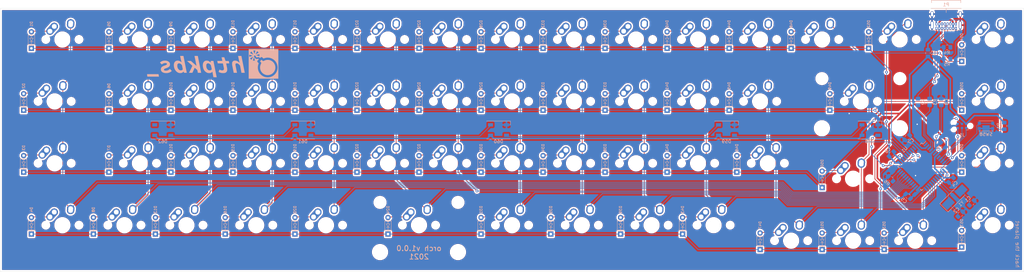
<source format=kicad_pcb>
(kicad_pcb (version 20171130) (host pcbnew "(5.1.6-0-10_14)")
  (title_block (title orch) (rev v1.0.0) (comment 2 https://github.com/htpkbs/orch/blob/main/LICENSE) (comment 3 "License: BSD 2-Clause") (comment 4 brian@mutualaid.info))
  (layers (0 F.Cu signal) (31 B.Cu signal) (34 B.Paste user) (35 F.Paste user) (36 B.SilkS user) (37 F.SilkS user) (38 B.Mask user) (39 F.Mask user) (44 Edge.Cuts user))
  (net 0 "")
  (net 1 /XTAL2)
  (net 2 GND)
  (net 3 /XTAL1)
  (net 4 +5V)
  (net 5 "Net-(C8-Pad1)")
  (net 6 "Net-(D1-Pad2)")
  (net 7 /Row1)
  (net 8 "Net-(D2-Pad2)")
  (net 9 /Row2)
  (net 10 "Net-(D3-Pad2)")
  (net 11 /Row3)
  (net 12 "Net-(D4-Pad2)")
  (net 13 /Row4)
  (net 14 "Net-(D5-Pad2)")
  (net 15 "Net-(D6-Pad2)")
  (net 16 "Net-(D7-Pad2)")
  (net 17 "Net-(D8-Pad2)")
  (net 18 "Net-(D9-Pad2)")
  (net 19 "Net-(D10-Pad2)")
  (net 20 "Net-(D11-Pad2)")
  (net 21 "Net-(D12-Pad2)")
  (net 22 "Net-(D13-Pad2)")
  (net 23 "Net-(D14-Pad2)")
  (net 24 "Net-(D15-Pad2)")
  (net 25 "Net-(D16-Pad2)")
  (net 26 "Net-(D17-Pad2)")
  (net 27 "Net-(D18-Pad2)")
  (net 28 "Net-(D19-Pad2)")
  (net 29 "Net-(D20-Pad2)")
  (net 30 "Net-(D21-Pad2)")
  (net 31 "Net-(D22-Pad2)")
  (net 32 "Net-(D23-Pad2)")
  (net 33 "Net-(D24-Pad2)")
  (net 34 "Net-(D25-Pad2)")
  (net 35 "Net-(D26-Pad2)")
  (net 36 "Net-(D27-Pad2)")
  (net 37 "Net-(D28-Pad2)")
  (net 38 "Net-(D29-Pad2)")
  (net 39 "Net-(D30-Pad2)")
  (net 40 "Net-(D31-Pad2)")
  (net 41 "Net-(D32-Pad2)")
  (net 42 "Net-(D33-Pad2)")
  (net 43 "Net-(D34-Pad2)")
  (net 44 "Net-(D35-Pad2)")
  (net 45 "Net-(D36-Pad2)")
  (net 46 "Net-(D37-Pad2)")
  (net 47 "Net-(D38-Pad2)")
  (net 48 "Net-(D39-Pad2)")
  (net 49 "Net-(D40-Pad2)")
  (net 50 "Net-(D41-Pad2)")
  (net 51 "Net-(D42-Pad2)")
  (net 52 "Net-(D43-Pad2)")
  (net 53 "Net-(D44-Pad2)")
  (net 54 "Net-(D45-Pad2)")
  (net 55 "Net-(D46-Pad2)")
  (net 56 "Net-(D47-Pad2)")
  (net 57 "Net-(D48-Pad2)")
  (net 58 "Net-(D49-Pad2)")
  (net 59 "Net-(D50-Pad2)")
  (net 60 "Net-(D51-Pad2)")
  (net 61 "Net-(D52-Pad2)")
  (net 62 "Net-(D53-Pad2)")
  (net 63 "Net-(D54-Pad2)")
  (net 64 "Net-(D55-Pad2)")
  (net 65 "Net-(D56-Pad2)")
  (net 66 "Net-(D57-Pad2)")
  (net 67 "Net-(F1-Pad2)")
  (net 68 /Reset)
  (net 69 /MOSI)
  (net 70 /SCK)
  (net 71 /MISO)
  (net 72 "Net-(P1-PadA5)")
  (net 73 "Net-(P1-PadA6)")
  (net 74 "Net-(P1-PadA7)")
  (net 75 "Net-(P1-PadA8)")
  (net 76 "Net-(P1-PadB8)")
  (net 77 "Net-(P1-PadB5)")
  (net 78 /D-)
  (net 79 /D+)
  (net 80 "Net-(R6-Pad2)")
  (net 81 /Col1)
  (net 82 /Col2)
  (net 83 /Col3)
  (net 84 /Col4)
  (net 85 /Col5)
  (net 86 /Col6)
  (net 87 /Col7)
  (net 88 /Col8)
  (net 89 /Col9)
  (net 90 /Col10)
  (net 91 /Col11)
  (net 92 /Col12)
  (net 93 /Col13)
  (net 94 /Col14)
  (net 95 /Col15)
  (net 96 "Net-(U1-Pad42)")
  (net 97 "Net-(U1-Pad8)")
  (net 98 "Net-(U1-Pad1)")
  (net 99 "Net-(D58-Pad4)")
  (net 100 /RGB)
  (net 101 "Net-(D59-Pad4)")
  (net 102 "Net-(D60-Pad4)")
  (net 103 "Net-(D61-Pad4)")
  (net 104 "Net-(D62-Pad4)")
  (module orch:htpkbs (layer B.Cu) (at 120.142 119.126 180)
    (fp_text reference G*** hide)
    (fp_text value LOGO hide)
  )
  (module LED_SMD:LED_SK6812_PLCC4_5.0x5.0mm_P3.2mm (layer B.Cu) (at 104.902 139.446)
    (fp_text reference D62 (at 0 3.5) (layer B.SilkS) (effects (justify mirror)))
    (fp_text value SK6812)
    (pad 3 smd rect (at -2.45 1.6) (size 1.5 1) (layers B.Cu B.Paste B.Mask) (net 4 +5V))
    (pad 4 smd rect (at -2.45 -1.6) (size 1.5 1) (layers B.Cu B.Paste B.Mask) (net 104 "Net-(D62-Pad4)"))
    (pad 2 smd rect (at 2.45 1.6) (size 1.5 1) (layers B.Cu B.Paste B.Mask) (net 103 "Net-(D61-Pad4)"))
    (pad 1 smd rect (at 2.45 -1.6) (size 1.5 1) (layers B.Cu B.Paste B.Mask) (net 2 GND))
  )
  (module LED_SMD:LED_SK6812_PLCC4_5.0x5.0mm_P3.2mm (layer B.Cu) (at 147.828 139.446)
    (fp_text reference D61 (at 0 3.5) (layer B.SilkS) (effects (justify mirror)))
    (fp_text value SK6812)
    (pad 3 smd rect (at -2.45 1.6) (size 1.5 1) (layers B.Cu B.Paste B.Mask) (net 4 +5V))
    (pad 4 smd rect (at -2.45 -1.6) (size 1.5 1) (layers B.Cu B.Paste B.Mask) (net 103 "Net-(D61-Pad4)"))
    (pad 2 smd rect (at 2.45 1.6) (size 1.5 1) (layers B.Cu B.Paste B.Mask) (net 102 "Net-(D60-Pad4)"))
    (pad 1 smd rect (at 2.45 -1.6) (size 1.5 1) (layers B.Cu B.Paste B.Mask) (net 2 GND))
  )
  (module LED_SMD:LED_SK6812_PLCC4_5.0x5.0mm_P3.2mm (layer B.Cu) (at 207.772 139.446)
    (fp_text reference D60 (at 0 3.5) (layer B.SilkS) (effects (justify mirror)))
    (fp_text value SK6812)
    (pad 3 smd rect (at -2.45 1.6) (size 1.5 1) (layers B.Cu B.Paste B.Mask) (net 4 +5V))
    (pad 4 smd rect (at -2.45 -1.6) (size 1.5 1) (layers B.Cu B.Paste B.Mask) (net 102 "Net-(D60-Pad4)"))
    (pad 2 smd rect (at 2.45 1.6) (size 1.5 1) (layers B.Cu B.Paste B.Mask) (net 101 "Net-(D59-Pad4)"))
    (pad 1 smd rect (at 2.45 -1.6) (size 1.5 1) (layers B.Cu B.Paste B.Mask) (net 2 GND))
  )
  (module LED_SMD:LED_SK6812_PLCC4_5.0x5.0mm_P3.2mm (layer B.Cu) (at 277.622 139.446)
    (fp_text reference D59 (at 0 3.5) (layer B.SilkS) (effects (justify mirror)))
    (fp_text value SK6812)
    (pad 3 smd rect (at -2.45 1.6) (size 1.5 1) (layers B.Cu B.Paste B.Mask) (net 4 +5V))
    (pad 4 smd rect (at -2.45 -1.6) (size 1.5 1) (layers B.Cu B.Paste B.Mask) (net 101 "Net-(D59-Pad4)"))
    (pad 2 smd rect (at 2.45 1.6) (size 1.5 1) (layers B.Cu B.Paste B.Mask) (net 99 "Net-(D58-Pad4)"))
    (pad 1 smd rect (at 2.45 -1.6) (size 1.5 1) (layers B.Cu B.Paste B.Mask) (net 2 GND))
  )
  (module LED_SMD:LED_SK6812_PLCC4_5.0x5.0mm_P3.2mm (layer B.Cu) (at 321.564 139.446)
    (fp_text reference D58 (at 0 3.5) (layer B.SilkS) (effects (justify mirror)))
    (fp_text value SK6812)
    (pad 3 smd rect (at -2.45 1.6) (size 1.5 1) (layers B.Cu B.Paste B.Mask) (net 4 +5V))
    (pad 4 smd rect (at -2.45 -1.6) (size 1.5 1) (layers B.Cu B.Paste B.Mask) (net 99 "Net-(D58-Pad4)"))
    (pad 2 smd rect (at 2.45 1.6) (size 1.5 1) (layers B.Cu B.Paste B.Mask) (net 100 /RGB))
    (pad 1 smd rect (at 2.45 -1.6) (size 1.5 1) (layers B.Cu B.Paste B.Mask) (net 2 GND))
  )
  (module orch:D_DO-35_SOD27_P5.08mm_Horizontal (layer B.Cu) (at 349.668 176.633 90)
    (fp_text reference D57 (at 8.77 0 90) (layer B.SilkS) (effects (font (size 0.8 0.8)) (justify mirror)))
    (fp_text value 1N4148)
    (pad 2 thru_hole oval (at 6.35 0 90) (size 1.6 1.6) (drill 0.8) (layers *.Cu *.Mask) (net 66 "Net-(D57-Pad2)"))
    (pad 1 thru_hole rect (at 1.27 0 90) (size 1.6 1.6) (drill 0.8) (layers *.Cu *.Mask) (net 13 /Row4))
  )
  (module orch:D_DO-35_SOD27_P5.08mm_Horizontal (layer B.Cu) (at 349.668 153.633 90)
    (fp_text reference D56 (at 8.77 0 90) (layer B.SilkS) (effects (font (size 0.8 0.8)) (justify mirror)))
    (fp_text value 1N4148)
    (pad 2 thru_hole oval (at 6.35 0 90) (size 1.6 1.6) (drill 0.8) (layers *.Cu *.Mask) (net 65 "Net-(D56-Pad2)"))
    (pad 1 thru_hole rect (at 1.27 0 90) (size 1.6 1.6) (drill 0.8) (layers *.Cu *.Mask) (net 11 /Row3))
  )
  (module orch:D_DO-35_SOD27_P5.08mm_Horizontal (layer B.Cu) (at 349.668 134.633 90)
    (fp_text reference D55 (at 8.77 0 90) (layer B.SilkS) (effects (font (size 0.8 0.8)) (justify mirror)))
    (fp_text value 1N4148)
    (pad 2 thru_hole oval (at 6.35 0 90) (size 1.6 1.6) (drill 0.8) (layers *.Cu *.Mask) (net 64 "Net-(D55-Pad2)"))
    (pad 1 thru_hole rect (at 1.27 0 90) (size 1.6 1.6) (drill 0.8) (layers *.Cu *.Mask) (net 9 /Row2))
  )
  (module orch:D_DO-35_SOD27_P5.08mm_Horizontal (layer B.Cu) (at 349.668 119.633 90)
    (fp_text reference D54 (at 8.77 0 90) (layer B.SilkS) (effects (font (size 0.8 0.8)) (justify mirror)))
    (fp_text value 1N4148)
    (pad 2 thru_hole oval (at 6.35 0 90) (size 1.6 1.6) (drill 0.8) (layers *.Cu *.Mask) (net 63 "Net-(D54-Pad2)"))
    (pad 1 thru_hole rect (at 1.27 0 90) (size 1.6 1.6) (drill 0.8) (layers *.Cu *.Mask) (net 7 /Row1))
  )
  (module orch:D_DO-35_SOD27_P5.08mm_Horizontal (layer B.Cu) (at 325.918 177.383 90)
    (fp_text reference D53 (at 8.77 0 90) (layer B.SilkS) (effects (font (size 0.8 0.8)) (justify mirror)))
    (fp_text value 1N4148)
    (pad 2 thru_hole oval (at 6.35 0 90) (size 1.6 1.6) (drill 0.8) (layers *.Cu *.Mask) (net 62 "Net-(D53-Pad2)"))
    (pad 1 thru_hole rect (at 1.27 0 90) (size 1.6 1.6) (drill 0.8) (layers *.Cu *.Mask) (net 13 /Row4))
  )
  (module orch:D_DO-35_SOD27_P5.08mm_Horizontal (layer B.Cu) (at 321.168 115.633 90)
    (fp_text reference D52 (at 8.77 0 90) (layer B.SilkS) (effects (font (size 0.8 0.8)) (justify mirror)))
    (fp_text value 1N4148)
    (pad 2 thru_hole oval (at 6.35 0 90) (size 1.6 1.6) (drill 0.8) (layers *.Cu *.Mask) (net 61 "Net-(D52-Pad2)"))
    (pad 1 thru_hole rect (at 1.27 0 90) (size 1.6 1.6) (drill 0.8) (layers *.Cu *.Mask) (net 7 /Row1))
  )
  (module orch:D_DO-35_SOD27_P5.08mm_Horizontal (layer B.Cu) (at 306.918 177.383 90)
    (fp_text reference D51 (at 8.77 0 90) (layer B.SilkS) (effects (font (size 0.8 0.8)) (justify mirror)))
    (fp_text value 1N4148)
    (pad 2 thru_hole oval (at 6.35 0 90) (size 1.6 1.6) (drill 0.8) (layers *.Cu *.Mask) (net 60 "Net-(D51-Pad2)"))
    (pad 1 thru_hole rect (at 1.27 0 90) (size 1.6 1.6) (drill 0.8) (layers *.Cu *.Mask) (net 13 /Row4))
  )
  (module orch:D_DO-35_SOD27_P5.08mm_Horizontal (layer B.Cu) (at 306.918 158.383 90)
    (fp_text reference D50 (at 8.77 0 90) (layer B.SilkS) (effects (font (size 0.8 0.8)) (justify mirror)))
    (fp_text value 1N4148)
    (pad 2 thru_hole oval (at 6.35 0 90) (size 1.6 1.6) (drill 0.8) (layers *.Cu *.Mask) (net 59 "Net-(D50-Pad2)"))
    (pad 1 thru_hole rect (at 1.27 0 90) (size 1.6 1.6) (drill 0.8) (layers *.Cu *.Mask) (net 11 /Row3))
  )
  (module orch:D_DO-35_SOD27_P5.08mm_Horizontal (layer B.Cu) (at 309.293 134.633 90)
    (fp_text reference D49 (at 8.77 0 90) (layer B.SilkS) (effects (font (size 0.8 0.8)) (justify mirror)))
    (fp_text value 1N4148)
    (pad 2 thru_hole oval (at 6.35 0 90) (size 1.6 1.6) (drill 0.8) (layers *.Cu *.Mask) (net 58 "Net-(D49-Pad2)"))
    (pad 1 thru_hole rect (at 1.27 0 90) (size 1.6 1.6) (drill 0.8) (layers *.Cu *.Mask) (net 9 /Row2))
  )
  (module orch:D_DO-35_SOD27_P5.08mm_Horizontal (layer B.Cu) (at 297.418 115.633 90)
    (fp_text reference D48 (at 8.77 0 90) (layer B.SilkS) (effects (font (size 0.8 0.8)) (justify mirror)))
    (fp_text value 1N4148)
    (pad 2 thru_hole oval (at 6.35 0 90) (size 1.6 1.6) (drill 0.8) (layers *.Cu *.Mask) (net 57 "Net-(D48-Pad2)"))
    (pad 1 thru_hole rect (at 1.27 0 90) (size 1.6 1.6) (drill 0.8) (layers *.Cu *.Mask) (net 7 /Row1))
  )
  (module orch:D_DO-35_SOD27_P5.08mm_Horizontal (layer B.Cu) (at 287.918 177.383 90)
    (fp_text reference D47 (at 8.77 0 90) (layer B.SilkS) (effects (font (size 0.8 0.8)) (justify mirror)))
    (fp_text value 1N4148)
    (pad 2 thru_hole oval (at 6.35 0 90) (size 1.6 1.6) (drill 0.8) (layers *.Cu *.Mask) (net 56 "Net-(D47-Pad2)"))
    (pad 1 thru_hole rect (at 1.27 0 90) (size 1.6 1.6) (drill 0.8) (layers *.Cu *.Mask) (net 13 /Row4))
  )
  (module orch:D_DO-35_SOD27_P5.08mm_Horizontal (layer B.Cu) (at 280.793 153.633 90)
    (fp_text reference D46 (at 8.77 0 90) (layer B.SilkS) (effects (font (size 0.8 0.8)) (justify mirror)))
    (fp_text value 1N4148)
    (pad 2 thru_hole oval (at 6.35 0 90) (size 1.6 1.6) (drill 0.8) (layers *.Cu *.Mask) (net 55 "Net-(D46-Pad2)"))
    (pad 1 thru_hole rect (at 1.27 0 90) (size 1.6 1.6) (drill 0.8) (layers *.Cu *.Mask) (net 11 /Row3))
  )
  (module orch:D_DO-35_SOD27_P5.08mm_Horizontal (layer B.Cu) (at 278.418 134.633 90)
    (fp_text reference D45 (at 8.77 0 90) (layer B.SilkS) (effects (font (size 0.8 0.8)) (justify mirror)))
    (fp_text value 1N4148)
    (pad 2 thru_hole oval (at 6.35 0 90) (size 1.6 1.6) (drill 0.8) (layers *.Cu *.Mask) (net 54 "Net-(D45-Pad2)"))
    (pad 1 thru_hole rect (at 1.27 0 90) (size 1.6 1.6) (drill 0.8) (layers *.Cu *.Mask) (net 9 /Row2))
  )
  (module orch:D_DO-35_SOD27_P5.08mm_Horizontal (layer B.Cu) (at 278.418 115.633 90)
    (fp_text reference D44 (at 8.77 0 90) (layer B.SilkS) (effects (font (size 0.8 0.8)) (justify mirror)))
    (fp_text value 1N4148)
    (pad 2 thru_hole oval (at 6.35 0 90) (size 1.6 1.6) (drill 0.8) (layers *.Cu *.Mask) (net 53 "Net-(D44-Pad2)"))
    (pad 1 thru_hole rect (at 1.27 0 90) (size 1.6 1.6) (drill 0.8) (layers *.Cu *.Mask) (net 7 /Row1))
  )
  (module orch:D_DO-35_SOD27_P5.08mm_Horizontal (layer B.Cu) (at 264.168 172.633 90)
    (fp_text reference D43 (at 8.77 0 90) (layer B.SilkS) (effects (font (size 0.8 0.8)) (justify mirror)))
    (fp_text value 1N4148)
    (pad 2 thru_hole oval (at 6.35 0 90) (size 1.6 1.6) (drill 0.8) (layers *.Cu *.Mask) (net 52 "Net-(D43-Pad2)"))
    (pad 1 thru_hole rect (at 1.27 0 90) (size 1.6 1.6) (drill 0.8) (layers *.Cu *.Mask) (net 13 /Row4))
  )
  (module orch:D_DO-35_SOD27_P5.08mm_Horizontal (layer B.Cu) (at 259.418 153.633 90)
    (fp_text reference D42 (at 8.77 0 90) (layer B.SilkS) (effects (font (size 0.8 0.8)) (justify mirror)))
    (fp_text value 1N4148)
    (pad 2 thru_hole oval (at 6.35 0 90) (size 1.6 1.6) (drill 0.8) (layers *.Cu *.Mask) (net 51 "Net-(D42-Pad2)"))
    (pad 1 thru_hole rect (at 1.27 0 90) (size 1.6 1.6) (drill 0.8) (layers *.Cu *.Mask) (net 11 /Row3))
  )
  (module orch:D_DO-35_SOD27_P5.08mm_Horizontal (layer B.Cu) (at 259.418 134.633 90)
    (fp_text reference D41 (at 8.77 0 90) (layer B.SilkS) (effects (font (size 0.8 0.8)) (justify mirror)))
    (fp_text value 1N4148)
    (pad 2 thru_hole oval (at 6.35 0 90) (size 1.6 1.6) (drill 0.8) (layers *.Cu *.Mask) (net 50 "Net-(D41-Pad2)"))
    (pad 1 thru_hole rect (at 1.27 0 90) (size 1.6 1.6) (drill 0.8) (layers *.Cu *.Mask) (net 9 /Row2))
  )
  (module orch:D_DO-35_SOD27_P5.08mm_Horizontal (layer B.Cu) (at 259.418 115.633 90)
    (fp_text reference D40 (at 8.77 0 90) (layer B.SilkS) (effects (font (size 0.8 0.8)) (justify mirror)))
    (fp_text value 1N4148)
    (pad 2 thru_hole oval (at 6.35 0 90) (size 1.6 1.6) (drill 0.8) (layers *.Cu *.Mask) (net 49 "Net-(D40-Pad2)"))
    (pad 1 thru_hole rect (at 1.27 0 90) (size 1.6 1.6) (drill 0.8) (layers *.Cu *.Mask) (net 7 /Row1))
  )
  (module orch:D_DO-35_SOD27_P5.08mm_Horizontal (layer B.Cu) (at 245.168 172.633 90)
    (fp_text reference D39 (at 8.77 0 90) (layer B.SilkS) (effects (font (size 0.8 0.8)) (justify mirror)))
    (fp_text value 1N4148)
    (pad 2 thru_hole oval (at 6.35 0 90) (size 1.6 1.6) (drill 0.8) (layers *.Cu *.Mask) (net 48 "Net-(D39-Pad2)"))
    (pad 1 thru_hole rect (at 1.27 0 90) (size 1.6 1.6) (drill 0.8) (layers *.Cu *.Mask) (net 13 /Row4))
  )
  (module orch:D_DO-35_SOD27_P5.08mm_Horizontal (layer B.Cu) (at 240.418 153.633 90)
    (fp_text reference D38 (at 8.77 0 90) (layer B.SilkS) (effects (font (size 0.8 0.8)) (justify mirror)))
    (fp_text value 1N4148)
    (pad 2 thru_hole oval (at 6.35 0 90) (size 1.6 1.6) (drill 0.8) (layers *.Cu *.Mask) (net 47 "Net-(D38-Pad2)"))
    (pad 1 thru_hole rect (at 1.27 0 90) (size 1.6 1.6) (drill 0.8) (layers *.Cu *.Mask) (net 11 /Row3))
  )
  (module orch:D_DO-35_SOD27_P5.08mm_Horizontal (layer B.Cu) (at 240.418 134.633 90)
    (fp_text reference D37 (at 8.77 0 90) (layer B.SilkS) (effects (font (size 0.8 0.8)) (justify mirror)))
    (fp_text value 1N4148)
    (pad 2 thru_hole oval (at 6.35 0 90) (size 1.6 1.6) (drill 0.8) (layers *.Cu *.Mask) (net 46 "Net-(D37-Pad2)"))
    (pad 1 thru_hole rect (at 1.27 0 90) (size 1.6 1.6) (drill 0.8) (layers *.Cu *.Mask) (net 9 /Row2))
  )
  (module orch:D_DO-35_SOD27_P5.08mm_Horizontal (layer B.Cu) (at 240.418 115.633 90)
    (fp_text reference D36 (at 8.77 0 90) (layer B.SilkS) (effects (font (size 0.8 0.8)) (justify mirror)))
    (fp_text value 1N4148)
    (pad 2 thru_hole oval (at 6.35 0 90) (size 1.6 1.6) (drill 0.8) (layers *.Cu *.Mask) (net 45 "Net-(D36-Pad2)"))
    (pad 1 thru_hole rect (at 1.27 0 90) (size 1.6 1.6) (drill 0.8) (layers *.Cu *.Mask) (net 7 /Row1))
  )
  (module orch:D_DO-35_SOD27_P5.08mm_Horizontal (layer B.Cu) (at 223.793 172.633 90)
    (fp_text reference D35 (at 8.77 0 90) (layer B.SilkS) (effects (font (size 0.8 0.8)) (justify mirror)))
    (fp_text value 1N4148)
    (pad 2 thru_hole oval (at 6.35 0 90) (size 1.6 1.6) (drill 0.8) (layers *.Cu *.Mask) (net 44 "Net-(D35-Pad2)"))
    (pad 1 thru_hole rect (at 1.27 0 90) (size 1.6 1.6) (drill 0.8) (layers *.Cu *.Mask) (net 13 /Row4))
  )
  (module orch:D_DO-35_SOD27_P5.08mm_Horizontal (layer B.Cu) (at 221.418 153.633 90)
    (fp_text reference D34 (at 8.77 0 90) (layer B.SilkS) (effects (font (size 0.8 0.8)) (justify mirror)))
    (fp_text value 1N4148)
    (pad 2 thru_hole oval (at 6.35 0 90) (size 1.6 1.6) (drill 0.8) (layers *.Cu *.Mask) (net 43 "Net-(D34-Pad2)"))
    (pad 1 thru_hole rect (at 1.27 0 90) (size 1.6 1.6) (drill 0.8) (layers *.Cu *.Mask) (net 11 /Row3))
  )
  (module orch:D_DO-35_SOD27_P5.08mm_Horizontal (layer B.Cu) (at 221.418 134.633 90)
    (fp_text reference D33 (at 8.77 0 90) (layer B.SilkS) (effects (font (size 0.8 0.8)) (justify mirror)))
    (fp_text value 1N4148)
    (pad 2 thru_hole oval (at 6.35 0 90) (size 1.6 1.6) (drill 0.8) (layers *.Cu *.Mask) (net 42 "Net-(D33-Pad2)"))
    (pad 1 thru_hole rect (at 1.27 0 90) (size 1.6 1.6) (drill 0.8) (layers *.Cu *.Mask) (net 9 /Row2))
  )
  (module orch:D_DO-35_SOD27_P5.08mm_Horizontal (layer B.Cu) (at 221.418 115.633 90)
    (fp_text reference D32 (at 8.77 0 90) (layer B.SilkS) (effects (font (size 0.8 0.8)) (justify mirror)))
    (fp_text value 1N4148)
    (pad 2 thru_hole oval (at 6.35 0 90) (size 1.6 1.6) (drill 0.8) (layers *.Cu *.Mask) (net 41 "Net-(D32-Pad2)"))
    (pad 1 thru_hole rect (at 1.27 0 90) (size 1.6 1.6) (drill 0.8) (layers *.Cu *.Mask) (net 7 /Row1))
  )
  (module orch:D_DO-35_SOD27_P5.08mm_Horizontal (layer B.Cu) (at 202.418 172.633 90)
    (fp_text reference D31 (at 8.77 0 90) (layer B.SilkS) (effects (font (size 0.8 0.8)) (justify mirror)))
    (fp_text value 1N4148)
    (pad 2 thru_hole oval (at 6.35 0 90) (size 1.6 1.6) (drill 0.8) (layers *.Cu *.Mask) (net 40 "Net-(D31-Pad2)"))
    (pad 1 thru_hole rect (at 1.27 0 90) (size 1.6 1.6) (drill 0.8) (layers *.Cu *.Mask) (net 13 /Row4))
  )
  (module orch:D_DO-35_SOD27_P5.08mm_Horizontal (layer B.Cu) (at 202.418 153.633 90)
    (fp_text reference D30 (at 8.77 0 90) (layer B.SilkS) (effects (font (size 0.8 0.8)) (justify mirror)))
    (fp_text value 1N4148)
    (pad 2 thru_hole oval (at 6.35 0 90) (size 1.6 1.6) (drill 0.8) (layers *.Cu *.Mask) (net 39 "Net-(D30-Pad2)"))
    (pad 1 thru_hole rect (at 1.27 0 90) (size 1.6 1.6) (drill 0.8) (layers *.Cu *.Mask) (net 11 /Row3))
  )
  (module orch:D_DO-35_SOD27_P5.08mm_Horizontal (layer B.Cu) (at 202.418 134.633 90)
    (fp_text reference D29 (at 8.77 0 90) (layer B.SilkS) (effects (font (size 0.8 0.8)) (justify mirror)))
    (fp_text value 1N4148)
    (pad 2 thru_hole oval (at 6.35 0 90) (size 1.6 1.6) (drill 0.8) (layers *.Cu *.Mask) (net 38 "Net-(D29-Pad2)"))
    (pad 1 thru_hole rect (at 1.27 0 90) (size 1.6 1.6) (drill 0.8) (layers *.Cu *.Mask) (net 9 /Row2))
  )
  (module orch:D_DO-35_SOD27_P5.08mm_Horizontal (layer B.Cu) (at 202.418 115.633 90)
    (fp_text reference D28 (at 8.77 0 90) (layer B.SilkS) (effects (font (size 0.8 0.8)) (justify mirror)))
    (fp_text value 1N4148)
    (pad 2 thru_hole oval (at 6.35 0 90) (size 1.6 1.6) (drill 0.8) (layers *.Cu *.Mask) (net 37 "Net-(D28-Pad2)"))
    (pad 1 thru_hole rect (at 1.27 0 90) (size 1.6 1.6) (drill 0.8) (layers *.Cu *.Mask) (net 7 /Row1))
  )
  (module orch:D_DO-35_SOD27_P5.08mm_Horizontal (layer B.Cu) (at 183.418 153.633 90)
    (fp_text reference D27 (at 8.77 0 90) (layer B.SilkS) (effects (font (size 0.8 0.8)) (justify mirror)))
    (fp_text value 1N4148)
    (pad 2 thru_hole oval (at 6.35 0 90) (size 1.6 1.6) (drill 0.8) (layers *.Cu *.Mask) (net 36 "Net-(D27-Pad2)"))
    (pad 1 thru_hole rect (at 1.27 0 90) (size 1.6 1.6) (drill 0.8) (layers *.Cu *.Mask) (net 11 /Row3))
  )
  (module orch:D_DO-35_SOD27_P5.08mm_Horizontal (layer B.Cu) (at 183.418 134.633 90)
    (fp_text reference D26 (at 8.77 0 90) (layer B.SilkS) (effects (font (size 0.8 0.8)) (justify mirror)))
    (fp_text value 1N4148)
    (pad 2 thru_hole oval (at 6.35 0 90) (size 1.6 1.6) (drill 0.8) (layers *.Cu *.Mask) (net 35 "Net-(D26-Pad2)"))
    (pad 1 thru_hole rect (at 1.27 0 90) (size 1.6 1.6) (drill 0.8) (layers *.Cu *.Mask) (net 9 /Row2))
  )
  (module orch:D_DO-35_SOD27_P5.08mm_Horizontal (layer B.Cu) (at 183.418 115.633 90)
    (fp_text reference D25 (at 8.77 0 90) (layer B.SilkS) (effects (font (size 0.8 0.8)) (justify mirror)))
    (fp_text value 1N4148)
    (pad 2 thru_hole oval (at 6.35 0 90) (size 1.6 1.6) (drill 0.8) (layers *.Cu *.Mask) (net 34 "Net-(D25-Pad2)"))
    (pad 1 thru_hole rect (at 1.27 0 90) (size 1.6 1.6) (drill 0.8) (layers *.Cu *.Mask) (net 7 /Row1))
  )
  (module orch:D_DO-35_SOD27_P5.08mm_Horizontal (layer B.Cu) (at 173.918 172.633 90)
    (fp_text reference D24 (at 8.77 0 90) (layer B.SilkS) (effects (font (size 0.8 0.8)) (justify mirror)))
    (fp_text value 1N4148)
    (pad 2 thru_hole oval (at 6.35 0 90) (size 1.6 1.6) (drill 0.8) (layers *.Cu *.Mask) (net 33 "Net-(D24-Pad2)"))
    (pad 1 thru_hole rect (at 1.27 0 90) (size 1.6 1.6) (drill 0.8) (layers *.Cu *.Mask) (net 13 /Row4))
  )
  (module orch:D_DO-35_SOD27_P5.08mm_Horizontal (layer B.Cu) (at 164.418 153.633 90)
    (fp_text reference D23 (at 8.77 0 90) (layer B.SilkS) (effects (font (size 0.8 0.8)) (justify mirror)))
    (fp_text value 1N4148)
    (pad 2 thru_hole oval (at 6.35 0 90) (size 1.6 1.6) (drill 0.8) (layers *.Cu *.Mask) (net 32 "Net-(D23-Pad2)"))
    (pad 1 thru_hole rect (at 1.27 0 90) (size 1.6 1.6) (drill 0.8) (layers *.Cu *.Mask) (net 11 /Row3))
  )
  (module orch:D_DO-35_SOD27_P5.08mm_Horizontal (layer B.Cu) (at 164.418 134.633 90)
    (fp_text reference D22 (at 8.77 0 90) (layer B.SilkS) (effects (font (size 0.8 0.8)) (justify mirror)))
    (fp_text value 1N4148)
    (pad 2 thru_hole oval (at 6.35 0 90) (size 1.6 1.6) (drill 0.8) (layers *.Cu *.Mask) (net 31 "Net-(D22-Pad2)"))
    (pad 1 thru_hole rect (at 1.27 0 90) (size 1.6 1.6) (drill 0.8) (layers *.Cu *.Mask) (net 9 /Row2))
  )
  (module orch:D_DO-35_SOD27_P5.08mm_Horizontal (layer B.Cu) (at 164.418 115.633 90)
    (fp_text reference D21 (at 8.77 0 90) (layer B.SilkS) (effects (font (size 0.8 0.8)) (justify mirror)))
    (fp_text value 1N4148)
    (pad 2 thru_hole oval (at 6.35 0 90) (size 1.6 1.6) (drill 0.8) (layers *.Cu *.Mask) (net 30 "Net-(D21-Pad2)"))
    (pad 1 thru_hole rect (at 1.27 0 90) (size 1.6 1.6) (drill 0.8) (layers *.Cu *.Mask) (net 7 /Row1))
  )
  (module orch:D_DO-35_SOD27_P5.08mm_Horizontal (layer B.Cu) (at 145.418 172.633 90)
    (fp_text reference D20 (at 8.77 0 90) (layer B.SilkS) (effects (font (size 0.8 0.8)) (justify mirror)))
    (fp_text value 1N4148)
    (pad 2 thru_hole oval (at 6.35 0 90) (size 1.6 1.6) (drill 0.8) (layers *.Cu *.Mask) (net 29 "Net-(D20-Pad2)"))
    (pad 1 thru_hole rect (at 1.27 0 90) (size 1.6 1.6) (drill 0.8) (layers *.Cu *.Mask) (net 13 /Row4))
  )
  (module orch:D_DO-35_SOD27_P5.08mm_Horizontal (layer B.Cu) (at 145.418 153.633 90)
    (fp_text reference D19 (at 8.77 0 90) (layer B.SilkS) (effects (font (size 0.8 0.8)) (justify mirror)))
    (fp_text value 1N4148)
    (pad 2 thru_hole oval (at 6.35 0 90) (size 1.6 1.6) (drill 0.8) (layers *.Cu *.Mask) (net 28 "Net-(D19-Pad2)"))
    (pad 1 thru_hole rect (at 1.27 0 90) (size 1.6 1.6) (drill 0.8) (layers *.Cu *.Mask) (net 11 /Row3))
  )
  (module orch:D_DO-35_SOD27_P5.08mm_Horizontal (layer B.Cu) (at 145.418 134.633 90)
    (fp_text reference D18 (at 8.77 0 90) (layer B.SilkS) (effects (font (size 0.8 0.8)) (justify mirror)))
    (fp_text value 1N4148)
    (pad 2 thru_hole oval (at 6.35 0 90) (size 1.6 1.6) (drill 0.8) (layers *.Cu *.Mask) (net 27 "Net-(D18-Pad2)"))
    (pad 1 thru_hole rect (at 1.27 0 90) (size 1.6 1.6) (drill 0.8) (layers *.Cu *.Mask) (net 9 /Row2))
  )
  (module orch:D_DO-35_SOD27_P5.08mm_Horizontal (layer B.Cu) (at 145.418 115.633 90)
    (fp_text reference D17 (at 8.77 0 90) (layer B.SilkS) (effects (font (size 0.8 0.8)) (justify mirror)))
    (fp_text value 1N4148)
    (pad 2 thru_hole oval (at 6.35 0 90) (size 1.6 1.6) (drill 0.8) (layers *.Cu *.Mask) (net 26 "Net-(D17-Pad2)"))
    (pad 1 thru_hole rect (at 1.27 0 90) (size 1.6 1.6) (drill 0.8) (layers *.Cu *.Mask) (net 7 /Row1))
  )
  (module orch:D_DO-35_SOD27_P5.08mm_Horizontal (layer B.Cu) (at 124.043 172.633 90)
    (fp_text reference D16 (at 8.77 0 90) (layer B.SilkS) (effects (font (size 0.8 0.8)) (justify mirror)))
    (fp_text value 1N4148)
    (pad 2 thru_hole oval (at 6.35 0 90) (size 1.6 1.6) (drill 0.8) (layers *.Cu *.Mask) (net 25 "Net-(D16-Pad2)"))
    (pad 1 thru_hole rect (at 1.27 0 90) (size 1.6 1.6) (drill 0.8) (layers *.Cu *.Mask) (net 13 /Row4))
  )
  (module orch:D_DO-35_SOD27_P5.08mm_Horizontal (layer B.Cu) (at 126.418 153.633 90)
    (fp_text reference D15 (at 8.77 0 90) (layer B.SilkS) (effects (font (size 0.8 0.8)) (justify mirror)))
    (fp_text value 1N4148)
    (pad 2 thru_hole oval (at 6.35 0 90) (size 1.6 1.6) (drill 0.8) (layers *.Cu *.Mask) (net 24 "Net-(D15-Pad2)"))
    (pad 1 thru_hole rect (at 1.27 0 90) (size 1.6 1.6) (drill 0.8) (layers *.Cu *.Mask) (net 11 /Row3))
  )
  (module orch:D_DO-35_SOD27_P5.08mm_Horizontal (layer B.Cu) (at 126.418 134.633 90)
    (fp_text reference D14 (at 8.77 0 90) (layer B.SilkS) (effects (font (size 0.8 0.8)) (justify mirror)))
    (fp_text value 1N4148)
    (pad 2 thru_hole oval (at 6.35 0 90) (size 1.6 1.6) (drill 0.8) (layers *.Cu *.Mask) (net 23 "Net-(D14-Pad2)"))
    (pad 1 thru_hole rect (at 1.27 0 90) (size 1.6 1.6) (drill 0.8) (layers *.Cu *.Mask) (net 9 /Row2))
  )
  (module orch:D_DO-35_SOD27_P5.08mm_Horizontal (layer B.Cu) (at 126.418 115.633 90)
    (fp_text reference D13 (at 8.77 0 90) (layer B.SilkS) (effects (font (size 0.8 0.8)) (justify mirror)))
    (fp_text value 1N4148)
    (pad 2 thru_hole oval (at 6.35 0 90) (size 1.6 1.6) (drill 0.8) (layers *.Cu *.Mask) (net 22 "Net-(D13-Pad2)"))
    (pad 1 thru_hole rect (at 1.27 0 90) (size 1.6 1.6) (drill 0.8) (layers *.Cu *.Mask) (net 7 /Row1))
  )
  (module orch:D_DO-35_SOD27_P5.08mm_Horizontal (layer B.Cu) (at 102.668 172.633 90)
    (fp_text reference D12 (at 8.77 0 90) (layer B.SilkS) (effects (font (size 0.8 0.8)) (justify mirror)))
    (fp_text value 1N4148)
    (pad 2 thru_hole oval (at 6.35 0 90) (size 1.6 1.6) (drill 0.8) (layers *.Cu *.Mask) (net 21 "Net-(D12-Pad2)"))
    (pad 1 thru_hole rect (at 1.27 0 90) (size 1.6 1.6) (drill 0.8) (layers *.Cu *.Mask) (net 13 /Row4))
  )
  (module orch:D_DO-35_SOD27_P5.08mm_Horizontal (layer B.Cu) (at 107.418 153.633 90)
    (fp_text reference D11 (at 8.77 0 90) (layer B.SilkS) (effects (font (size 0.8 0.8)) (justify mirror)))
    (fp_text value 1N4148)
    (pad 2 thru_hole oval (at 6.35 0 90) (size 1.6 1.6) (drill 0.8) (layers *.Cu *.Mask) (net 20 "Net-(D11-Pad2)"))
    (pad 1 thru_hole rect (at 1.27 0 90) (size 1.6 1.6) (drill 0.8) (layers *.Cu *.Mask) (net 11 /Row3))
  )
  (module orch:D_DO-35_SOD27_P5.08mm_Horizontal (layer B.Cu) (at 107.418 134.633 90)
    (fp_text reference D10 (at 8.77 0 90) (layer B.SilkS) (effects (font (size 0.8 0.8)) (justify mirror)))
    (fp_text value 1N4148)
    (pad 2 thru_hole oval (at 6.35 0 90) (size 1.6 1.6) (drill 0.8) (layers *.Cu *.Mask) (net 19 "Net-(D10-Pad2)"))
    (pad 1 thru_hole rect (at 1.27 0 90) (size 1.6 1.6) (drill 0.8) (layers *.Cu *.Mask) (net 9 /Row2))
  )
  (module orch:D_DO-35_SOD27_P5.08mm_Horizontal (layer B.Cu) (at 107.418 115.633 90)
    (fp_text reference D9 (at 8.77 0 90) (layer B.SilkS) (effects (font (size 0.8 0.8)) (justify mirror)))
    (fp_text value 1N4148)
    (pad 2 thru_hole oval (at 6.35 0 90) (size 1.6 1.6) (drill 0.8) (layers *.Cu *.Mask) (net 18 "Net-(D9-Pad2)"))
    (pad 1 thru_hole rect (at 1.27 0 90) (size 1.6 1.6) (drill 0.8) (layers *.Cu *.Mask) (net 7 /Row1))
  )
  (module orch:D_DO-35_SOD27_P5.08mm_Horizontal (layer B.Cu) (at 83.668 172.633 90)
    (fp_text reference D8 (at 8.77 0 90) (layer B.SilkS) (effects (font (size 0.8 0.8)) (justify mirror)))
    (fp_text value 1N4148)
    (pad 2 thru_hole oval (at 6.35 0 90) (size 1.6 1.6) (drill 0.8) (layers *.Cu *.Mask) (net 17 "Net-(D8-Pad2)"))
    (pad 1 thru_hole rect (at 1.27 0 90) (size 1.6 1.6) (drill 0.8) (layers *.Cu *.Mask) (net 13 /Row4))
  )
  (module orch:D_DO-35_SOD27_P5.08mm_Horizontal (layer B.Cu) (at 88.418 153.633 90)
    (fp_text reference D7 (at 8.77 0 90) (layer B.SilkS) (effects (font (size 0.8 0.8)) (justify mirror)))
    (fp_text value 1N4148)
    (pad 2 thru_hole oval (at 6.35 0 90) (size 1.6 1.6) (drill 0.8) (layers *.Cu *.Mask) (net 16 "Net-(D7-Pad2)"))
    (pad 1 thru_hole rect (at 1.27 0 90) (size 1.6 1.6) (drill 0.8) (layers *.Cu *.Mask) (net 11 /Row3))
  )
  (module orch:D_DO-35_SOD27_P5.08mm_Horizontal (layer B.Cu) (at 88.418 134.633 90)
    (fp_text reference D6 (at 8.77 0 90) (layer B.SilkS) (effects (font (size 0.8 0.8)) (justify mirror)))
    (fp_text value 1N4148)
    (pad 2 thru_hole oval (at 6.35 0 90) (size 1.6 1.6) (drill 0.8) (layers *.Cu *.Mask) (net 15 "Net-(D6-Pad2)"))
    (pad 1 thru_hole rect (at 1.27 0 90) (size 1.6 1.6) (drill 0.8) (layers *.Cu *.Mask) (net 9 /Row2))
  )
  (module orch:D_DO-35_SOD27_P5.08mm_Horizontal (layer B.Cu) (at 88.418 115.633 90)
    (fp_text reference D5 (at 8.77 0 90) (layer B.SilkS) (effects (font (size 0.8 0.8)) (justify mirror)))
    (fp_text value 1N4148)
    (pad 2 thru_hole oval (at 6.35 0 90) (size 1.6 1.6) (drill 0.8) (layers *.Cu *.Mask) (net 14 "Net-(D5-Pad2)"))
    (pad 1 thru_hole rect (at 1.27 0 90) (size 1.6 1.6) (drill 0.8) (layers *.Cu *.Mask) (net 7 /Row1))
  )
  (module orch:D_DO-35_SOD27_P5.08mm_Horizontal (layer B.Cu) (at 64.668 172.633 90)
    (fp_text reference D4 (at 8.77 0 90) (layer B.SilkS) (effects (font (size 0.8 0.8)) (justify mirror)))
    (fp_text value 1N4148)
    (pad 2 thru_hole oval (at 6.35 0 90) (size 1.6 1.6) (drill 0.8) (layers *.Cu *.Mask) (net 12 "Net-(D4-Pad2)"))
    (pad 1 thru_hole rect (at 1.27 0 90) (size 1.6 1.6) (drill 0.8) (layers *.Cu *.Mask) (net 13 /Row4))
  )
  (module orch:D_DO-35_SOD27_P5.08mm_Horizontal (layer B.Cu) (at 62.293 153.633 90)
    (fp_text reference D3 (at 8.77 0 90) (layer B.SilkS) (effects (font (size 0.8 0.8)) (justify mirror)))
    (fp_text value 1N4148)
    (pad 2 thru_hole oval (at 6.35 0 90) (size 1.6 1.6) (drill 0.8) (layers *.Cu *.Mask) (net 10 "Net-(D3-Pad2)"))
    (pad 1 thru_hole rect (at 1.27 0 90) (size 1.6 1.6) (drill 0.8) (layers *.Cu *.Mask) (net 11 /Row3))
  )
  (module orch:D_DO-35_SOD27_P5.08mm_Horizontal (layer B.Cu) (at 62.293 134.633 90)
    (fp_text reference D2 (at 8.77 0 90) (layer B.SilkS) (effects (font (size 0.8 0.8)) (justify mirror)))
    (fp_text value 1N4148)
    (pad 2 thru_hole oval (at 6.35 0 90) (size 1.6 1.6) (drill 0.8) (layers *.Cu *.Mask) (net 8 "Net-(D2-Pad2)"))
    (pad 1 thru_hole rect (at 1.27 0 90) (size 1.6 1.6) (drill 0.8) (layers *.Cu *.Mask) (net 9 /Row2))
  )
  (module orch:D_DO-35_SOD27_P5.08mm_Horizontal (layer B.Cu) (at 64.668 115.633 90)
    (fp_text reference D1 (at 8.77 0 90) (layer B.SilkS) (effects (font (size 0.8 0.8)) (justify mirror)))
    (fp_text value 1N4148)
    (pad 2 thru_hole oval (at 6.35 0 90) (size 1.6 1.6) (drill 0.8) (layers *.Cu *.Mask) (net 6 "Net-(D1-Pad2)"))
    (pad 1 thru_hole rect (at 1.27 0 90) (size 1.6 1.6) (drill 0.8) (layers *.Cu *.Mask) (net 7 /Row1))
  )
  (module orch:MX-1.5U-NoLED (layer F.Cu) (at 330.668 111.633)
    (fp_text reference SW52)
    (fp_text value MX-NoLED)
    (pad "" np_thru_hole circle (at 5.08 0 48.0996) (size 1.75 1.75) (drill 1.75) (layers *.Cu *.Mask))
    (pad "" np_thru_hole circle (at -5.08 0 48.0996) (size 1.75 1.75) (drill 1.75) (layers *.Cu *.Mask))
    (pad 1 thru_hole circle (at -2.5 -4) (size 2.25 2.25) (drill 1.47) (layers *.Cu B.Mask) (net 61 "Net-(D52-Pad2)"))
    (pad "" np_thru_hole circle (at 0 0) (size 3.9878 3.9878) (drill 3.9878) (layers *.Cu *.Mask))
    (pad 1 thru_hole oval (at -3.81 -2.54 48.0996) (size 4.211556 2.25) (drill 1.47 (offset 0.980778 0)) (layers *.Cu B.Mask) (net 61 "Net-(D52-Pad2)"))
    (pad 2 thru_hole circle (at 2.54 -5.08) (size 2.25 2.25) (drill 1.47) (layers *.Cu B.Mask) (net 94 /Col14))
    (pad 2 thru_hole oval (at 2.5 -4.5 86.0548) (size 2.831378 2.25) (drill 1.47 (offset 0.290689 0)) (layers *.Cu B.Mask) (net 94 /Col14))
  )
  (module orch:MX-2.25U-NoLED (layer F.Cu) (at 318.793 130.633)
    (fp_text reference SW49)
    (fp_text value MX-NoLED)
    (pad "" np_thru_hole circle (at 11.938 8.255) (size 3.9878 3.9878) (drill 3.9878) (layers *.Cu *.Mask))
    (pad "" np_thru_hole circle (at -11.938 8.255) (size 3.9878 3.9878) (drill 3.9878) (layers *.Cu *.Mask))
    (pad "" np_thru_hole circle (at 11.938 -6.985) (size 3.048 3.048) (drill 3.048) (layers *.Cu *.Mask))
    (pad "" np_thru_hole circle (at -11.938 -6.985) (size 3.048 3.048) (drill 3.048) (layers *.Cu *.Mask))
    (pad "" np_thru_hole circle (at 5.08 0 48.0996) (size 1.75 1.75) (drill 1.75) (layers *.Cu *.Mask))
    (pad "" np_thru_hole circle (at -5.08 0 48.0996) (size 1.75 1.75) (drill 1.75) (layers *.Cu *.Mask))
    (pad 1 thru_hole circle (at -2.5 -4) (size 2.25 2.25) (drill 1.47) (layers *.Cu B.Mask) (net 58 "Net-(D49-Pad2)"))
    (pad "" np_thru_hole circle (at 0 0) (size 3.9878 3.9878) (drill 3.9878) (layers *.Cu *.Mask))
    (pad 1 thru_hole oval (at -3.81 -2.54 48.0996) (size 4.211556 2.25) (drill 1.47 (offset 0.980778 0)) (layers *.Cu B.Mask) (net 58 "Net-(D49-Pad2)"))
    (pad 2 thru_hole circle (at 2.54 -5.08) (size 2.25 2.25) (drill 1.47) (layers *.Cu B.Mask) (net 93 /Col13))
    (pad 2 thru_hole oval (at 2.5 -4.5 86.0548) (size 2.831378 2.25) (drill 1.47 (offset 0.290689 0)) (layers *.Cu B.Mask) (net 93 /Col13))
  )
  (module orch:MX-1.25U-NoLED (layer F.Cu) (at 290.293 149.633)
    (fp_text reference SW46)
    (fp_text value MX-NoLED)
    (pad "" np_thru_hole circle (at 5.08 0 48.0996) (size 1.75 1.75) (drill 1.75) (layers *.Cu *.Mask))
    (pad "" np_thru_hole circle (at -5.08 0 48.0996) (size 1.75 1.75) (drill 1.75) (layers *.Cu *.Mask))
    (pad 1 thru_hole circle (at -2.5 -4) (size 2.25 2.25) (drill 1.47) (layers *.Cu B.Mask) (net 55 "Net-(D46-Pad2)"))
    (pad "" np_thru_hole circle (at 0 0) (size 3.9878 3.9878) (drill 3.9878) (layers *.Cu *.Mask))
    (pad 1 thru_hole oval (at -3.81 -2.54 48.0996) (size 4.211556 2.25) (drill 1.47 (offset 0.980778 0)) (layers *.Cu B.Mask) (net 55 "Net-(D46-Pad2)"))
    (pad 2 thru_hole circle (at 2.54 -5.08) (size 2.25 2.25) (drill 1.47) (layers *.Cu B.Mask) (net 92 /Col12))
    (pad 2 thru_hole oval (at 2.5 -4.5 86.0548) (size 2.831378 2.25) (drill 1.47 (offset 0.290689 0)) (layers *.Cu B.Mask) (net 92 /Col12))
  )
  (module orch:MX-1.25U-NoLED (layer F.Cu) (at 233.293 168.633)
    (fp_text reference SW35)
    (fp_text value MX-NoLED)
    (pad "" np_thru_hole circle (at 5.08 0 48.0996) (size 1.75 1.75) (drill 1.75) (layers *.Cu *.Mask))
    (pad "" np_thru_hole circle (at -5.08 0 48.0996) (size 1.75 1.75) (drill 1.75) (layers *.Cu *.Mask))
    (pad 1 thru_hole circle (at -2.5 -4) (size 2.25 2.25) (drill 1.47) (layers *.Cu B.Mask) (net 44 "Net-(D35-Pad2)"))
    (pad "" np_thru_hole circle (at 0 0) (size 3.9878 3.9878) (drill 3.9878) (layers *.Cu *.Mask))
    (pad 1 thru_hole oval (at -3.81 -2.54 48.0996) (size 4.211556 2.25) (drill 1.47 (offset 0.980778 0)) (layers *.Cu B.Mask) (net 44 "Net-(D35-Pad2)"))
    (pad 2 thru_hole circle (at 2.54 -5.08) (size 2.25 2.25) (drill 1.47) (layers *.Cu B.Mask) (net 89 /Col9))
    (pad 2 thru_hole oval (at 2.5 -4.5 86.0548) (size 2.831378 2.25) (drill 1.47 (offset 0.290689 0)) (layers *.Cu B.Mask) (net 89 /Col9))
  )
  (module orch:MX-2U-NoLED (layer F.Cu) (at 183.418 168.633)
    (fp_text reference SW24)
    (fp_text value MX-NoLED)
    (pad "" np_thru_hole circle (at 11.938 8.255) (size 3.9878 3.9878) (drill 3.9878) (layers *.Cu *.Mask))
    (pad "" np_thru_hole circle (at -11.938 8.255) (size 3.9878 3.9878) (drill 3.9878) (layers *.Cu *.Mask))
    (pad "" np_thru_hole circle (at 11.938 -6.985) (size 3.048 3.048) (drill 3.048) (layers *.Cu *.Mask))
    (pad "" np_thru_hole circle (at -11.938 -6.985) (size 3.048 3.048) (drill 3.048) (layers *.Cu *.Mask))
    (pad "" np_thru_hole circle (at 5.08 0 48.0996) (size 1.75 1.75) (drill 1.75) (layers *.Cu *.Mask))
    (pad "" np_thru_hole circle (at -5.08 0 48.0996) (size 1.75 1.75) (drill 1.75) (layers *.Cu *.Mask))
    (pad 1 thru_hole circle (at -2.5 -4) (size 2.25 2.25) (drill 1.47) (layers *.Cu B.Mask) (net 33 "Net-(D24-Pad2)"))
    (pad "" np_thru_hole circle (at 0 0) (size 3.9878 3.9878) (drill 3.9878) (layers *.Cu *.Mask))
    (pad 1 thru_hole oval (at -3.81 -2.54 48.0996) (size 4.211556 2.25) (drill 1.47 (offset 0.980778 0)) (layers *.Cu B.Mask) (net 33 "Net-(D24-Pad2)"))
    (pad 2 thru_hole circle (at 2.54 -5.08) (size 2.25 2.25) (drill 1.47) (layers *.Cu B.Mask) (net 86 /Col6))
    (pad 2 thru_hole oval (at 2.5 -4.5 86.0548) (size 2.831378 2.25) (drill 1.47 (offset 0.290689 0)) (layers *.Cu B.Mask) (net 86 /Col6))
  )
  (module orch:MX-1.25U-NoLED (layer F.Cu) (at 133.543 168.633)
    (fp_text reference SW16)
    (fp_text value MX-NoLED)
    (pad "" np_thru_hole circle (at 5.08 0 48.0996) (size 1.75 1.75) (drill 1.75) (layers *.Cu *.Mask))
    (pad "" np_thru_hole circle (at -5.08 0 48.0996) (size 1.75 1.75) (drill 1.75) (layers *.Cu *.Mask))
    (pad 1 thru_hole circle (at -2.5 -4) (size 2.25 2.25) (drill 1.47) (layers *.Cu B.Mask) (net 25 "Net-(D16-Pad2)"))
    (pad "" np_thru_hole circle (at 0 0) (size 3.9878 3.9878) (drill 3.9878) (layers *.Cu *.Mask))
    (pad 1 thru_hole oval (at -3.81 -2.54 48.0996) (size 4.211556 2.25) (drill 1.47 (offset 0.980778 0)) (layers *.Cu B.Mask) (net 25 "Net-(D16-Pad2)"))
    (pad 2 thru_hole circle (at 2.54 -5.08) (size 2.25 2.25) (drill 1.47) (layers *.Cu B.Mask) (net 84 /Col4))
    (pad 2 thru_hole oval (at 2.5 -4.5 86.0548) (size 2.831378 2.25) (drill 1.47 (offset 0.290689 0)) (layers *.Cu B.Mask) (net 84 /Col4))
  )
  (module orch:MX-1.75U-NoLED (layer F.Cu) (at 71.793 149.633)
    (fp_text reference SW3)
    (fp_text value MX-NoLED)
    (pad "" np_thru_hole circle (at 5.08 0 48.0996) (size 1.75 1.75) (drill 1.75) (layers *.Cu *.Mask))
    (pad "" np_thru_hole circle (at -5.08 0 48.0996) (size 1.75 1.75) (drill 1.75) (layers *.Cu *.Mask))
    (pad 1 thru_hole circle (at -2.5 -4) (size 2.25 2.25) (drill 1.47) (layers *.Cu B.Mask) (net 10 "Net-(D3-Pad2)"))
    (pad "" np_thru_hole circle (at 0 0) (size 3.9878 3.9878) (drill 3.9878) (layers *.Cu *.Mask))
    (pad 1 thru_hole oval (at -3.81 -2.54 48.0996) (size 4.211556 2.25) (drill 1.47 (offset 0.980778 0)) (layers *.Cu B.Mask) (net 10 "Net-(D3-Pad2)"))
    (pad 2 thru_hole circle (at 2.54 -5.08) (size 2.25 2.25) (drill 1.47) (layers *.Cu B.Mask) (net 81 /Col1))
    (pad 2 thru_hole oval (at 2.5 -4.5 86.0548) (size 2.831378 2.25) (drill 1.47 (offset 0.290689 0)) (layers *.Cu B.Mask) (net 81 /Col1))
  )
  (module orch:MX-1.75U-NoLED (layer F.Cu) (at 71.793 130.633)
    (fp_text reference SW2)
    (fp_text value MX-NoLED)
    (pad "" np_thru_hole circle (at 5.08 0 48.0996) (size 1.75 1.75) (drill 1.75) (layers *.Cu *.Mask))
    (pad "" np_thru_hole circle (at -5.08 0 48.0996) (size 1.75 1.75) (drill 1.75) (layers *.Cu *.Mask))
    (pad 1 thru_hole circle (at -2.5 -4) (size 2.25 2.25) (drill 1.47) (layers *.Cu B.Mask) (net 8 "Net-(D2-Pad2)"))
    (pad "" np_thru_hole circle (at 0 0) (size 3.9878 3.9878) (drill 3.9878) (layers *.Cu *.Mask))
    (pad 1 thru_hole oval (at -3.81 -2.54 48.0996) (size 4.211556 2.25) (drill 1.47 (offset 0.980778 0)) (layers *.Cu B.Mask) (net 8 "Net-(D2-Pad2)"))
    (pad 2 thru_hole circle (at 2.54 -5.08) (size 2.25 2.25) (drill 1.47) (layers *.Cu B.Mask) (net 81 /Col1))
    (pad 2 thru_hole oval (at 2.5 -4.5 86.0548) (size 2.831378 2.25) (drill 1.47 (offset 0.290689 0)) (layers *.Cu B.Mask) (net 81 /Col1))
  )
  (module orch:MX-1.5U-NoLED (layer F.Cu) (at 74.168 111.633)
    (fp_text reference SW1)
    (fp_text value MX-NoLED)
    (pad "" np_thru_hole circle (at 5.08 0 48.0996) (size 1.75 1.75) (drill 1.75) (layers *.Cu *.Mask))
    (pad "" np_thru_hole circle (at -5.08 0 48.0996) (size 1.75 1.75) (drill 1.75) (layers *.Cu *.Mask))
    (pad 1 thru_hole circle (at -2.5 -4) (size 2.25 2.25) (drill 1.47) (layers *.Cu B.Mask) (net 6 "Net-(D1-Pad2)"))
    (pad "" np_thru_hole circle (at 0 0) (size 3.9878 3.9878) (drill 3.9878) (layers *.Cu *.Mask))
    (pad 1 thru_hole oval (at -3.81 -2.54 48.0996) (size 4.211556 2.25) (drill 1.47 (offset 0.980778 0)) (layers *.Cu B.Mask) (net 6 "Net-(D1-Pad2)"))
    (pad 2 thru_hole circle (at 2.54 -5.08) (size 2.25 2.25) (drill 1.47) (layers *.Cu B.Mask) (net 81 /Col1))
    (pad 2 thru_hole oval (at 2.5 -4.5 86.0548) (size 2.831378 2.25) (drill 1.47 (offset 0.290689 0)) (layers *.Cu B.Mask) (net 81 /Col1))
  )
  (module Crystal:Crystal_SMD_Abracon_ABM3-2Pin_5.0x3.2mm_HandSoldering (layer B.Cu) (at 347.52 160.02 45)
    (fp_text reference Y1 (at 0 2.8 45) (layer B.SilkS) (effects (justify mirror)))
    (fp_text value 16MHz)
    (pad 2 smd rect (at 2.7625 0 45) (size 3.325 2.4) (layers B.Cu B.Paste B.Mask) (net 1 /XTAL2))
    (pad 1 smd rect (at -2.7625 0 45) (size 3.325 2.4) (layers B.Cu B.Paste B.Mask) (net 3 /XTAL1))
  )
  (module Package_QFP:TQFP-44_10x10mm_P0.8mm (layer B.Cu) (at 337.42 150.688 225)
    (fp_text reference U1 (at 0 7.450001 45) (layer B.SilkS) (effects (justify mirror)))
    (fp_text value ATmega32U4-AU)
    (pad 44 smd rect (at -4 5.7 135) (size 1.5 0.55) (layers B.Cu B.Paste B.Mask) (net 4 +5V))
    (pad 43 smd rect (at -3.2 5.7 135) (size 1.5 0.55) (layers B.Cu B.Paste B.Mask) (net 2 GND))
    (pad 42 smd rect (at -2.4 5.7 135) (size 1.5 0.55) (layers B.Cu B.Paste B.Mask) (net 96 "Net-(U1-Pad42)"))
    (pad 41 smd rect (at -1.6 5.7 135) (size 1.5 0.55) (layers B.Cu B.Paste B.Mask) (net 95 /Col15))
    (pad 40 smd rect (at -0.8 5.7 135) (size 1.5 0.55) (layers B.Cu B.Paste B.Mask) (net 100 /RGB))
    (pad 39 smd rect (at 0 5.7 135) (size 1.5 0.55) (layers B.Cu B.Paste B.Mask) (net 7 /Row1))
    (pad 38 smd rect (at 0.8 5.7 135) (size 1.5 0.55) (layers B.Cu B.Paste B.Mask) (net 9 /Row2))
    (pad 37 smd rect (at 1.6 5.7 135) (size 1.5 0.55) (layers B.Cu B.Paste B.Mask) (net 11 /Row3))
    (pad 36 smd rect (at 2.4 5.7 135) (size 1.5 0.55) (layers B.Cu B.Paste B.Mask) (net 13 /Row4))
    (pad 35 smd rect (at 3.2 5.7 135) (size 1.5 0.55) (layers B.Cu B.Paste B.Mask) (net 2 GND))
    (pad 34 smd rect (at 4 5.7 135) (size 1.5 0.55) (layers B.Cu B.Paste B.Mask) (net 4 +5V))
    (pad 33 smd rect (at 5.7 4 225) (size 1.5 0.55) (layers B.Cu B.Paste B.Mask) (net 80 "Net-(R6-Pad2)"))
    (pad 32 smd rect (at 5.7 3.2 225) (size 1.5 0.55) (layers B.Cu B.Paste B.Mask) (net 81 /Col1))
    (pad 31 smd rect (at 5.7 2.4 225) (size 1.5 0.55) (layers B.Cu B.Paste B.Mask) (net 82 /Col2))
    (pad 30 smd rect (at 5.7 1.6 225) (size 1.5 0.55) (layers B.Cu B.Paste B.Mask) (net 83 /Col3))
    (pad 29 smd rect (at 5.7 0.8 225) (size 1.5 0.55) (layers B.Cu B.Paste B.Mask) (net 84 /Col4))
    (pad 28 smd rect (at 5.7 0 225) (size 1.5 0.55) (layers B.Cu B.Paste B.Mask) (net 85 /Col5))
    (pad 27 smd rect (at 5.7 -0.8 225) (size 1.5 0.55) (layers B.Cu B.Paste B.Mask) (net 86 /Col6))
    (pad 26 smd rect (at 5.7 -1.6 225) (size 1.5 0.55) (layers B.Cu B.Paste B.Mask) (net 87 /Col7))
    (pad 25 smd rect (at 5.7 -2.4 225) (size 1.5 0.55) (layers B.Cu B.Paste B.Mask) (net 88 /Col8))
    (pad 24 smd rect (at 5.7 -3.2 225) (size 1.5 0.55) (layers B.Cu B.Paste B.Mask) (net 4 +5V))
    (pad 23 smd rect (at 5.7 -4 225) (size 1.5 0.55) (layers B.Cu B.Paste B.Mask) (net 2 GND))
    (pad 22 smd rect (at 4 -5.7 135) (size 1.5 0.55) (layers B.Cu B.Paste B.Mask) (net 89 /Col9))
    (pad 21 smd rect (at 3.2 -5.7 135) (size 1.5 0.55) (layers B.Cu B.Paste B.Mask) (net 90 /Col10))
    (pad 20 smd rect (at 2.4 -5.7 135) (size 1.5 0.55) (layers B.Cu B.Paste B.Mask) (net 91 /Col11))
    (pad 19 smd rect (at 1.6 -5.7 135) (size 1.5 0.55) (layers B.Cu B.Paste B.Mask) (net 92 /Col12))
    (pad 18 smd rect (at 0.8 -5.7 135) (size 1.5 0.55) (layers B.Cu B.Paste B.Mask) (net 93 /Col13))
    (pad 17 smd rect (at 0 -5.7 135) (size 1.5 0.55) (layers B.Cu B.Paste B.Mask) (net 3 /XTAL1))
    (pad 16 smd rect (at -0.8 -5.7 135) (size 1.5 0.55) (layers B.Cu B.Paste B.Mask) (net 1 /XTAL2))
    (pad 15 smd rect (at -1.6 -5.7 135) (size 1.5 0.55) (layers B.Cu B.Paste B.Mask) (net 2 GND))
    (pad 14 smd rect (at -2.4 -5.7 135) (size 1.5 0.55) (layers B.Cu B.Paste B.Mask) (net 4 +5V))
    (pad 13 smd rect (at -3.2 -5.7 135) (size 1.5 0.55) (layers B.Cu B.Paste B.Mask) (net 68 /Reset))
    (pad 12 smd rect (at -4 -5.7 135) (size 1.5 0.55) (layers B.Cu B.Paste B.Mask) (net 94 /Col14))
    (pad 11 smd rect (at -5.7 -4 225) (size 1.5 0.55) (layers B.Cu B.Paste B.Mask) (net 71 /MISO))
    (pad 10 smd rect (at -5.7 -3.2 225) (size 1.5 0.55) (layers B.Cu B.Paste B.Mask) (net 69 /MOSI))
    (pad 9 smd rect (at -5.7 -2.4 225) (size 1.5 0.55) (layers B.Cu B.Paste B.Mask) (net 70 /SCK))
    (pad 8 smd rect (at -5.7 -1.6 225) (size 1.5 0.55) (layers B.Cu B.Paste B.Mask) (net 97 "Net-(U1-Pad8)"))
    (pad 7 smd rect (at -5.7 -0.8 225) (size 1.5 0.55) (layers B.Cu B.Paste B.Mask) (net 4 +5V))
    (pad 6 smd rect (at -5.7 0 225) (size 1.5 0.55) (layers B.Cu B.Paste B.Mask) (net 5 "Net-(C8-Pad1)"))
    (pad 5 smd rect (at -5.7 0.8 225) (size 1.5 0.55) (layers B.Cu B.Paste B.Mask) (net 2 GND))
    (pad 4 smd rect (at -5.7 1.6 225) (size 1.5 0.55) (layers B.Cu B.Paste B.Mask) (net 79 /D+))
    (pad 3 smd rect (at -5.7 2.4 225) (size 1.5 0.55) (layers B.Cu B.Paste B.Mask) (net 78 /D-))
    (pad 2 smd rect (at -5.7 3.2 225) (size 1.5 0.55) (layers B.Cu B.Paste B.Mask) (net 4 +5V))
    (pad 1 smd rect (at -5.7 4 225) (size 1.5 0.55) (layers B.Cu B.Paste B.Mask) (net 98 "Net-(U1-Pad1)"))
  )
  (module Button_Switch_SMD:SW_Push_1P1T_NO_CK_KMR2 (layer B.Cu) (at 357.124 138.176 180)
    (fp_text reference SW58 (at 0 -2.54) (layer B.SilkS) (effects (justify mirror)))
    (fp_text value Reset)
    (pad 2 smd rect (at 2.05 -0.8 180) (size 0.9 1) (layers B.Cu B.Paste B.Mask) (net 2 GND))
    (pad 1 smd rect (at 2.05 0.8 180) (size 0.9 1) (layers B.Cu B.Paste B.Mask) (net 68 /Reset))
    (pad 2 smd rect (at -2.05 -0.8 180) (size 0.9 1) (layers B.Cu B.Paste B.Mask) (net 2 GND))
    (pad 1 smd rect (at -2.05 0.8 180) (size 0.9 1) (layers B.Cu B.Paste B.Mask) (net 68 /Reset))
  )
  (module orch:MX-1U-NoLED (layer F.Cu) (at 359.168 168.633)
    (fp_text reference SW57)
    (fp_text value MX-NoLED)
    (pad "" np_thru_hole circle (at 5.08 0 48.0996) (size 1.75 1.75) (drill 1.75) (layers *.Cu *.Mask))
    (pad "" np_thru_hole circle (at -5.08 0 48.0996) (size 1.75 1.75) (drill 1.75) (layers *.Cu *.Mask))
    (pad 1 thru_hole circle (at -2.5 -4) (size 2.25 2.25) (drill 1.47) (layers *.Cu B.Mask) (net 66 "Net-(D57-Pad2)"))
    (pad "" np_thru_hole circle (at 0 0) (size 3.9878 3.9878) (drill 3.9878) (layers *.Cu *.Mask))
    (pad 1 thru_hole oval (at -3.81 -2.54 48.0996) (size 4.211556 2.25) (drill 1.47 (offset 0.980778 0)) (layers *.Cu B.Mask) (net 66 "Net-(D57-Pad2)"))
    (pad 2 thru_hole circle (at 2.54 -5.08) (size 2.25 2.25) (drill 1.47) (layers *.Cu B.Mask) (net 95 /Col15))
    (pad 2 thru_hole oval (at 2.5 -4.5 86.0548) (size 2.831378 2.25) (drill 1.47 (offset 0.290689 0)) (layers *.Cu B.Mask) (net 95 /Col15))
  )
  (module orch:MX-1U-NoLED (layer F.Cu) (at 359.168 149.633)
    (fp_text reference SW56)
    (fp_text value MX-NoLED)
    (pad "" np_thru_hole circle (at 5.08 0 48.0996) (size 1.75 1.75) (drill 1.75) (layers *.Cu *.Mask))
    (pad "" np_thru_hole circle (at -5.08 0 48.0996) (size 1.75 1.75) (drill 1.75) (layers *.Cu *.Mask))
    (pad 1 thru_hole circle (at -2.5 -4) (size 2.25 2.25) (drill 1.47) (layers *.Cu B.Mask) (net 65 "Net-(D56-Pad2)"))
    (pad "" np_thru_hole circle (at 0 0) (size 3.9878 3.9878) (drill 3.9878) (layers *.Cu *.Mask))
    (pad 1 thru_hole oval (at -3.81 -2.54 48.0996) (size 4.211556 2.25) (drill 1.47 (offset 0.980778 0)) (layers *.Cu B.Mask) (net 65 "Net-(D56-Pad2)"))
    (pad 2 thru_hole circle (at 2.54 -5.08) (size 2.25 2.25) (drill 1.47) (layers *.Cu B.Mask) (net 95 /Col15))
    (pad 2 thru_hole oval (at 2.5 -4.5 86.0548) (size 2.831378 2.25) (drill 1.47 (offset 0.290689 0)) (layers *.Cu B.Mask) (net 95 /Col15))
  )
  (module orch:MX-1U-NoLED (layer F.Cu) (at 359.168 130.633)
    (fp_text reference SW55)
    (fp_text value MX-NoLED)
    (pad "" np_thru_hole circle (at 5.08 0 48.0996) (size 1.75 1.75) (drill 1.75) (layers *.Cu *.Mask))
    (pad "" np_thru_hole circle (at -5.08 0 48.0996) (size 1.75 1.75) (drill 1.75) (layers *.Cu *.Mask))
    (pad 1 thru_hole circle (at -2.5 -4) (size 2.25 2.25) (drill 1.47) (layers *.Cu B.Mask) (net 64 "Net-(D55-Pad2)"))
    (pad "" np_thru_hole circle (at 0 0) (size 3.9878 3.9878) (drill 3.9878) (layers *.Cu *.Mask))
    (pad 1 thru_hole oval (at -3.81 -2.54 48.0996) (size 4.211556 2.25) (drill 1.47 (offset 0.980778 0)) (layers *.Cu B.Mask) (net 64 "Net-(D55-Pad2)"))
    (pad 2 thru_hole circle (at 2.54 -5.08) (size 2.25 2.25) (drill 1.47) (layers *.Cu B.Mask) (net 95 /Col15))
    (pad 2 thru_hole oval (at 2.5 -4.5 86.0548) (size 2.831378 2.25) (drill 1.47 (offset 0.290689 0)) (layers *.Cu B.Mask) (net 95 /Col15))
  )
  (module orch:MX-1U-NoLED (layer F.Cu) (at 359.168 111.633)
    (fp_text reference SW54)
    (fp_text value MX-NoLED)
    (pad "" np_thru_hole circle (at 5.08 0 48.0996) (size 1.75 1.75) (drill 1.75) (layers *.Cu *.Mask))
    (pad "" np_thru_hole circle (at -5.08 0 48.0996) (size 1.75 1.75) (drill 1.75) (layers *.Cu *.Mask))
    (pad 1 thru_hole circle (at -2.5 -4) (size 2.25 2.25) (drill 1.47) (layers *.Cu B.Mask) (net 63 "Net-(D54-Pad2)"))
    (pad "" np_thru_hole circle (at 0 0) (size 3.9878 3.9878) (drill 3.9878) (layers *.Cu *.Mask))
    (pad 1 thru_hole oval (at -3.81 -2.54 48.0996) (size 4.211556 2.25) (drill 1.47 (offset 0.980778 0)) (layers *.Cu B.Mask) (net 63 "Net-(D54-Pad2)"))
    (pad 2 thru_hole circle (at 2.54 -5.08) (size 2.25 2.25) (drill 1.47) (layers *.Cu B.Mask) (net 95 /Col15))
    (pad 2 thru_hole oval (at 2.5 -4.5 86.0548) (size 2.831378 2.25) (drill 1.47 (offset 0.290689 0)) (layers *.Cu B.Mask) (net 95 /Col15))
  )
  (module orch:MX-1U-NoLED (layer F.Cu) (at 335.418 173.383)
    (fp_text reference SW53)
    (fp_text value MX-NoLED)
    (pad "" np_thru_hole circle (at 5.08 0 48.0996) (size 1.75 1.75) (drill 1.75) (layers *.Cu *.Mask))
    (pad "" np_thru_hole circle (at -5.08 0 48.0996) (size 1.75 1.75) (drill 1.75) (layers *.Cu *.Mask))
    (pad 1 thru_hole circle (at -2.5 -4) (size 2.25 2.25) (drill 1.47) (layers *.Cu B.Mask) (net 62 "Net-(D53-Pad2)"))
    (pad "" np_thru_hole circle (at 0 0) (size 3.9878 3.9878) (drill 3.9878) (layers *.Cu *.Mask))
    (pad 1 thru_hole oval (at -3.81 -2.54 48.0996) (size 4.211556 2.25) (drill 1.47 (offset 0.980778 0)) (layers *.Cu B.Mask) (net 62 "Net-(D53-Pad2)"))
    (pad 2 thru_hole circle (at 2.54 -5.08) (size 2.25 2.25) (drill 1.47) (layers *.Cu B.Mask) (net 94 /Col14))
    (pad 2 thru_hole oval (at 2.5 -4.5 86.0548) (size 2.831378 2.25) (drill 1.47 (offset 0.290689 0)) (layers *.Cu B.Mask) (net 94 /Col14))
  )
  (module orch:MX-1U-NoLED (layer F.Cu) (at 316.418 173.383)
    (fp_text reference SW51)
    (fp_text value MX-NoLED)
    (pad "" np_thru_hole circle (at 5.08 0 48.0996) (size 1.75 1.75) (drill 1.75) (layers *.Cu *.Mask))
    (pad "" np_thru_hole circle (at -5.08 0 48.0996) (size 1.75 1.75) (drill 1.75) (layers *.Cu *.Mask))
    (pad 1 thru_hole circle (at -2.5 -4) (size 2.25 2.25) (drill 1.47) (layers *.Cu B.Mask) (net 60 "Net-(D51-Pad2)"))
    (pad "" np_thru_hole circle (at 0 0) (size 3.9878 3.9878) (drill 3.9878) (layers *.Cu *.Mask))
    (pad 1 thru_hole oval (at -3.81 -2.54 48.0996) (size 4.211556 2.25) (drill 1.47 (offset 0.980778 0)) (layers *.Cu B.Mask) (net 60 "Net-(D51-Pad2)"))
    (pad 2 thru_hole circle (at 2.54 -5.08) (size 2.25 2.25) (drill 1.47) (layers *.Cu B.Mask) (net 93 /Col13))
    (pad 2 thru_hole oval (at 2.5 -4.5 86.0548) (size 2.831378 2.25) (drill 1.47 (offset 0.290689 0)) (layers *.Cu B.Mask) (net 93 /Col13))
  )
  (module orch:MX-1U-NoLED (layer F.Cu) (at 316.418 154.383)
    (fp_text reference SW50)
    (fp_text value MX-NoLED)
    (pad "" np_thru_hole circle (at 5.08 0 48.0996) (size 1.75 1.75) (drill 1.75) (layers *.Cu *.Mask))
    (pad "" np_thru_hole circle (at -5.08 0 48.0996) (size 1.75 1.75) (drill 1.75) (layers *.Cu *.Mask))
    (pad 1 thru_hole circle (at -2.5 -4) (size 2.25 2.25) (drill 1.47) (layers *.Cu B.Mask) (net 59 "Net-(D50-Pad2)"))
    (pad "" np_thru_hole circle (at 0 0) (size 3.9878 3.9878) (drill 3.9878) (layers *.Cu *.Mask))
    (pad 1 thru_hole oval (at -3.81 -2.54 48.0996) (size 4.211556 2.25) (drill 1.47 (offset 0.980778 0)) (layers *.Cu B.Mask) (net 59 "Net-(D50-Pad2)"))
    (pad 2 thru_hole circle (at 2.54 -5.08) (size 2.25 2.25) (drill 1.47) (layers *.Cu B.Mask) (net 93 /Col13))
    (pad 2 thru_hole oval (at 2.5 -4.5 86.0548) (size 2.831378 2.25) (drill 1.47 (offset 0.290689 0)) (layers *.Cu B.Mask) (net 93 /Col13))
  )
  (module orch:MX-1U-NoLED (layer F.Cu) (at 306.918 111.633)
    (fp_text reference SW48)
    (fp_text value MX-NoLED)
    (pad "" np_thru_hole circle (at 5.08 0 48.0996) (size 1.75 1.75) (drill 1.75) (layers *.Cu *.Mask))
    (pad "" np_thru_hole circle (at -5.08 0 48.0996) (size 1.75 1.75) (drill 1.75) (layers *.Cu *.Mask))
    (pad 1 thru_hole circle (at -2.5 -4) (size 2.25 2.25) (drill 1.47) (layers *.Cu B.Mask) (net 57 "Net-(D48-Pad2)"))
    (pad "" np_thru_hole circle (at 0 0) (size 3.9878 3.9878) (drill 3.9878) (layers *.Cu *.Mask))
    (pad 1 thru_hole oval (at -3.81 -2.54 48.0996) (size 4.211556 2.25) (drill 1.47 (offset 0.980778 0)) (layers *.Cu B.Mask) (net 57 "Net-(D48-Pad2)"))
    (pad 2 thru_hole circle (at 2.54 -5.08) (size 2.25 2.25) (drill 1.47) (layers *.Cu B.Mask) (net 93 /Col13))
    (pad 2 thru_hole oval (at 2.5 -4.5 86.0548) (size 2.831378 2.25) (drill 1.47 (offset 0.290689 0)) (layers *.Cu B.Mask) (net 93 /Col13))
  )
  (module orch:MX-1U-NoLED (layer F.Cu) (at 297.418 173.383)
    (fp_text reference SW47)
    (fp_text value MX-NoLED)
    (pad "" np_thru_hole circle (at 5.08 0 48.0996) (size 1.75 1.75) (drill 1.75) (layers *.Cu *.Mask))
    (pad "" np_thru_hole circle (at -5.08 0 48.0996) (size 1.75 1.75) (drill 1.75) (layers *.Cu *.Mask))
    (pad 1 thru_hole circle (at -2.5 -4) (size 2.25 2.25) (drill 1.47) (layers *.Cu B.Mask) (net 56 "Net-(D47-Pad2)"))
    (pad "" np_thru_hole circle (at 0 0) (size 3.9878 3.9878) (drill 3.9878) (layers *.Cu *.Mask))
    (pad 1 thru_hole oval (at -3.81 -2.54 48.0996) (size 4.211556 2.25) (drill 1.47 (offset 0.980778 0)) (layers *.Cu B.Mask) (net 56 "Net-(D47-Pad2)"))
    (pad 2 thru_hole circle (at 2.54 -5.08) (size 2.25 2.25) (drill 1.47) (layers *.Cu B.Mask) (net 92 /Col12))
    (pad 2 thru_hole oval (at 2.5 -4.5 86.0548) (size 2.831378 2.25) (drill 1.47 (offset 0.290689 0)) (layers *.Cu B.Mask) (net 92 /Col12))
  )
  (module orch:MX-1U-NoLED (layer F.Cu) (at 287.918 130.633)
    (fp_text reference SW45)
    (fp_text value MX-NoLED)
    (pad "" np_thru_hole circle (at 5.08 0 48.0996) (size 1.75 1.75) (drill 1.75) (layers *.Cu *.Mask))
    (pad "" np_thru_hole circle (at -5.08 0 48.0996) (size 1.75 1.75) (drill 1.75) (layers *.Cu *.Mask))
    (pad 1 thru_hole circle (at -2.5 -4) (size 2.25 2.25) (drill 1.47) (layers *.Cu B.Mask) (net 54 "Net-(D45-Pad2)"))
    (pad "" np_thru_hole circle (at 0 0) (size 3.9878 3.9878) (drill 3.9878) (layers *.Cu *.Mask))
    (pad 1 thru_hole oval (at -3.81 -2.54 48.0996) (size 4.211556 2.25) (drill 1.47 (offset 0.980778 0)) (layers *.Cu B.Mask) (net 54 "Net-(D45-Pad2)"))
    (pad 2 thru_hole circle (at 2.54 -5.08) (size 2.25 2.25) (drill 1.47) (layers *.Cu B.Mask) (net 92 /Col12))
    (pad 2 thru_hole oval (at 2.5 -4.5 86.0548) (size 2.831378 2.25) (drill 1.47 (offset 0.290689 0)) (layers *.Cu B.Mask) (net 92 /Col12))
  )
  (module orch:MX-1U-NoLED (layer F.Cu) (at 287.918 111.633)
    (fp_text reference SW44)
    (fp_text value MX-NoLED)
    (pad "" np_thru_hole circle (at 5.08 0 48.0996) (size 1.75 1.75) (drill 1.75) (layers *.Cu *.Mask))
    (pad "" np_thru_hole circle (at -5.08 0 48.0996) (size 1.75 1.75) (drill 1.75) (layers *.Cu *.Mask))
    (pad 1 thru_hole circle (at -2.5 -4) (size 2.25 2.25) (drill 1.47) (layers *.Cu B.Mask) (net 53 "Net-(D44-Pad2)"))
    (pad "" np_thru_hole circle (at 0 0) (size 3.9878 3.9878) (drill 3.9878) (layers *.Cu *.Mask))
    (pad 1 thru_hole oval (at -3.81 -2.54 48.0996) (size 4.211556 2.25) (drill 1.47 (offset 0.980778 0)) (layers *.Cu B.Mask) (net 53 "Net-(D44-Pad2)"))
    (pad 2 thru_hole circle (at 2.54 -5.08) (size 2.25 2.25) (drill 1.47) (layers *.Cu B.Mask) (net 92 /Col12))
    (pad 2 thru_hole oval (at 2.5 -4.5 86.0548) (size 2.831378 2.25) (drill 1.47 (offset 0.290689 0)) (layers *.Cu B.Mask) (net 92 /Col12))
  )
  (module orch:MX-1U-NoLED (layer F.Cu) (at 273.668 168.633)
    (fp_text reference SW43)
    (fp_text value MX-NoLED)
    (pad "" np_thru_hole circle (at 5.08 0 48.0996) (size 1.75 1.75) (drill 1.75) (layers *.Cu *.Mask))
    (pad "" np_thru_hole circle (at -5.08 0 48.0996) (size 1.75 1.75) (drill 1.75) (layers *.Cu *.Mask))
    (pad 1 thru_hole circle (at -2.5 -4) (size 2.25 2.25) (drill 1.47) (layers *.Cu B.Mask) (net 52 "Net-(D43-Pad2)"))
    (pad "" np_thru_hole circle (at 0 0) (size 3.9878 3.9878) (drill 3.9878) (layers *.Cu *.Mask))
    (pad 1 thru_hole oval (at -3.81 -2.54 48.0996) (size 4.211556 2.25) (drill 1.47 (offset 0.980778 0)) (layers *.Cu B.Mask) (net 52 "Net-(D43-Pad2)"))
    (pad 2 thru_hole circle (at 2.54 -5.08) (size 2.25 2.25) (drill 1.47) (layers *.Cu B.Mask) (net 91 /Col11))
    (pad 2 thru_hole oval (at 2.5 -4.5 86.0548) (size 2.831378 2.25) (drill 1.47 (offset 0.290689 0)) (layers *.Cu B.Mask) (net 91 /Col11))
  )
  (module orch:MX-1U-NoLED (layer F.Cu) (at 268.918 149.633)
    (fp_text reference SW42)
    (fp_text value MX-NoLED)
    (pad "" np_thru_hole circle (at 5.08 0 48.0996) (size 1.75 1.75) (drill 1.75) (layers *.Cu *.Mask))
    (pad "" np_thru_hole circle (at -5.08 0 48.0996) (size 1.75 1.75) (drill 1.75) (layers *.Cu *.Mask))
    (pad 1 thru_hole circle (at -2.5 -4) (size 2.25 2.25) (drill 1.47) (layers *.Cu B.Mask) (net 51 "Net-(D42-Pad2)"))
    (pad "" np_thru_hole circle (at 0 0) (size 3.9878 3.9878) (drill 3.9878) (layers *.Cu *.Mask))
    (pad 1 thru_hole oval (at -3.81 -2.54 48.0996) (size 4.211556 2.25) (drill 1.47 (offset 0.980778 0)) (layers *.Cu B.Mask) (net 51 "Net-(D42-Pad2)"))
    (pad 2 thru_hole circle (at 2.54 -5.08) (size 2.25 2.25) (drill 1.47) (layers *.Cu B.Mask) (net 91 /Col11))
    (pad 2 thru_hole oval (at 2.5 -4.5 86.0548) (size 2.831378 2.25) (drill 1.47 (offset 0.290689 0)) (layers *.Cu B.Mask) (net 91 /Col11))
  )
  (module orch:MX-1U-NoLED (layer F.Cu) (at 268.918 130.633)
    (fp_text reference SW41)
    (fp_text value MX-NoLED)
    (pad "" np_thru_hole circle (at 5.08 0 48.0996) (size 1.75 1.75) (drill 1.75) (layers *.Cu *.Mask))
    (pad "" np_thru_hole circle (at -5.08 0 48.0996) (size 1.75 1.75) (drill 1.75) (layers *.Cu *.Mask))
    (pad 1 thru_hole circle (at -2.5 -4) (size 2.25 2.25) (drill 1.47) (layers *.Cu B.Mask) (net 50 "Net-(D41-Pad2)"))
    (pad "" np_thru_hole circle (at 0 0) (size 3.9878 3.9878) (drill 3.9878) (layers *.Cu *.Mask))
    (pad 1 thru_hole oval (at -3.81 -2.54 48.0996) (size 4.211556 2.25) (drill 1.47 (offset 0.980778 0)) (layers *.Cu B.Mask) (net 50 "Net-(D41-Pad2)"))
    (pad 2 thru_hole circle (at 2.54 -5.08) (size 2.25 2.25) (drill 1.47) (layers *.Cu B.Mask) (net 91 /Col11))
    (pad 2 thru_hole oval (at 2.5 -4.5 86.0548) (size 2.831378 2.25) (drill 1.47 (offset 0.290689 0)) (layers *.Cu B.Mask) (net 91 /Col11))
  )
  (module orch:MX-1U-NoLED (layer F.Cu) (at 268.918 111.633)
    (fp_text reference SW40)
    (fp_text value MX-NoLED)
    (pad "" np_thru_hole circle (at 5.08 0 48.0996) (size 1.75 1.75) (drill 1.75) (layers *.Cu *.Mask))
    (pad "" np_thru_hole circle (at -5.08 0 48.0996) (size 1.75 1.75) (drill 1.75) (layers *.Cu *.Mask))
    (pad 1 thru_hole circle (at -2.5 -4) (size 2.25 2.25) (drill 1.47) (layers *.Cu B.Mask) (net 49 "Net-(D40-Pad2)"))
    (pad "" np_thru_hole circle (at 0 0) (size 3.9878 3.9878) (drill 3.9878) (layers *.Cu *.Mask))
    (pad 1 thru_hole oval (at -3.81 -2.54 48.0996) (size 4.211556 2.25) (drill 1.47 (offset 0.980778 0)) (layers *.Cu B.Mask) (net 49 "Net-(D40-Pad2)"))
    (pad 2 thru_hole circle (at 2.54 -5.08) (size 2.25 2.25) (drill 1.47) (layers *.Cu B.Mask) (net 91 /Col11))
    (pad 2 thru_hole oval (at 2.5 -4.5 86.0548) (size 2.831378 2.25) (drill 1.47 (offset 0.290689 0)) (layers *.Cu B.Mask) (net 91 /Col11))
  )
  (module orch:MX-1U-NoLED (layer F.Cu) (at 254.668 168.633)
    (fp_text reference SW39)
    (fp_text value MX-NoLED)
    (pad "" np_thru_hole circle (at 5.08 0 48.0996) (size 1.75 1.75) (drill 1.75) (layers *.Cu *.Mask))
    (pad "" np_thru_hole circle (at -5.08 0 48.0996) (size 1.75 1.75) (drill 1.75) (layers *.Cu *.Mask))
    (pad 1 thru_hole circle (at -2.5 -4) (size 2.25 2.25) (drill 1.47) (layers *.Cu B.Mask) (net 48 "Net-(D39-Pad2)"))
    (pad "" np_thru_hole circle (at 0 0) (size 3.9878 3.9878) (drill 3.9878) (layers *.Cu *.Mask))
    (pad 1 thru_hole oval (at -3.81 -2.54 48.0996) (size 4.211556 2.25) (drill 1.47 (offset 0.980778 0)) (layers *.Cu B.Mask) (net 48 "Net-(D39-Pad2)"))
    (pad 2 thru_hole circle (at 2.54 -5.08) (size 2.25 2.25) (drill 1.47) (layers *.Cu B.Mask) (net 90 /Col10))
    (pad 2 thru_hole oval (at 2.5 -4.5 86.0548) (size 2.831378 2.25) (drill 1.47 (offset 0.290689 0)) (layers *.Cu B.Mask) (net 90 /Col10))
  )
  (module orch:MX-1U-NoLED (layer F.Cu) (at 249.918 149.633)
    (fp_text reference SW38)
    (fp_text value MX-NoLED)
    (pad "" np_thru_hole circle (at 5.08 0 48.0996) (size 1.75 1.75) (drill 1.75) (layers *.Cu *.Mask))
    (pad "" np_thru_hole circle (at -5.08 0 48.0996) (size 1.75 1.75) (drill 1.75) (layers *.Cu *.Mask))
    (pad 1 thru_hole circle (at -2.5 -4) (size 2.25 2.25) (drill 1.47) (layers *.Cu B.Mask) (net 47 "Net-(D38-Pad2)"))
    (pad "" np_thru_hole circle (at 0 0) (size 3.9878 3.9878) (drill 3.9878) (layers *.Cu *.Mask))
    (pad 1 thru_hole oval (at -3.81 -2.54 48.0996) (size 4.211556 2.25) (drill 1.47 (offset 0.980778 0)) (layers *.Cu B.Mask) (net 47 "Net-(D38-Pad2)"))
    (pad 2 thru_hole circle (at 2.54 -5.08) (size 2.25 2.25) (drill 1.47) (layers *.Cu B.Mask) (net 90 /Col10))
    (pad 2 thru_hole oval (at 2.5 -4.5 86.0548) (size 2.831378 2.25) (drill 1.47 (offset 0.290689 0)) (layers *.Cu B.Mask) (net 90 /Col10))
  )
  (module orch:MX-1U-NoLED (layer F.Cu) (at 249.918 130.633)
    (fp_text reference SW37)
    (fp_text value MX-NoLED)
    (pad "" np_thru_hole circle (at 5.08 0 48.0996) (size 1.75 1.75) (drill 1.75) (layers *.Cu *.Mask))
    (pad "" np_thru_hole circle (at -5.08 0 48.0996) (size 1.75 1.75) (drill 1.75) (layers *.Cu *.Mask))
    (pad 1 thru_hole circle (at -2.5 -4) (size 2.25 2.25) (drill 1.47) (layers *.Cu B.Mask) (net 46 "Net-(D37-Pad2)"))
    (pad "" np_thru_hole circle (at 0 0) (size 3.9878 3.9878) (drill 3.9878) (layers *.Cu *.Mask))
    (pad 1 thru_hole oval (at -3.81 -2.54 48.0996) (size 4.211556 2.25) (drill 1.47 (offset 0.980778 0)) (layers *.Cu B.Mask) (net 46 "Net-(D37-Pad2)"))
    (pad 2 thru_hole circle (at 2.54 -5.08) (size 2.25 2.25) (drill 1.47) (layers *.Cu B.Mask) (net 90 /Col10))
    (pad 2 thru_hole oval (at 2.5 -4.5 86.0548) (size 2.831378 2.25) (drill 1.47 (offset 0.290689 0)) (layers *.Cu B.Mask) (net 90 /Col10))
  )
  (module orch:MX-1U-NoLED (layer F.Cu) (at 249.918 111.633)
    (fp_text reference SW36)
    (fp_text value MX-NoLED)
    (pad "" np_thru_hole circle (at 5.08 0 48.0996) (size 1.75 1.75) (drill 1.75) (layers *.Cu *.Mask))
    (pad "" np_thru_hole circle (at -5.08 0 48.0996) (size 1.75 1.75) (drill 1.75) (layers *.Cu *.Mask))
    (pad 1 thru_hole circle (at -2.5 -4) (size 2.25 2.25) (drill 1.47) (layers *.Cu B.Mask) (net 45 "Net-(D36-Pad2)"))
    (pad "" np_thru_hole circle (at 0 0) (size 3.9878 3.9878) (drill 3.9878) (layers *.Cu *.Mask))
    (pad 1 thru_hole oval (at -3.81 -2.54 48.0996) (size 4.211556 2.25) (drill 1.47 (offset 0.980778 0)) (layers *.Cu B.Mask) (net 45 "Net-(D36-Pad2)"))
    (pad 2 thru_hole circle (at 2.54 -5.08) (size 2.25 2.25) (drill 1.47) (layers *.Cu B.Mask) (net 90 /Col10))
    (pad 2 thru_hole oval (at 2.5 -4.5 86.0548) (size 2.831378 2.25) (drill 1.47 (offset 0.290689 0)) (layers *.Cu B.Mask) (net 90 /Col10))
  )
  (module orch:MX-1U-NoLED (layer F.Cu) (at 230.918 149.633)
    (fp_text reference SW34)
    (fp_text value MX-NoLED)
    (pad "" np_thru_hole circle (at 5.08 0 48.0996) (size 1.75 1.75) (drill 1.75) (layers *.Cu *.Mask))
    (pad "" np_thru_hole circle (at -5.08 0 48.0996) (size 1.75 1.75) (drill 1.75) (layers *.Cu *.Mask))
    (pad 1 thru_hole circle (at -2.5 -4) (size 2.25 2.25) (drill 1.47) (layers *.Cu B.Mask) (net 43 "Net-(D34-Pad2)"))
    (pad "" np_thru_hole circle (at 0 0) (size 3.9878 3.9878) (drill 3.9878) (layers *.Cu *.Mask))
    (pad 1 thru_hole oval (at -3.81 -2.54 48.0996) (size 4.211556 2.25) (drill 1.47 (offset 0.980778 0)) (layers *.Cu B.Mask) (net 43 "Net-(D34-Pad2)"))
    (pad 2 thru_hole circle (at 2.54 -5.08) (size 2.25 2.25) (drill 1.47) (layers *.Cu B.Mask) (net 89 /Col9))
    (pad 2 thru_hole oval (at 2.5 -4.5 86.0548) (size 2.831378 2.25) (drill 1.47 (offset 0.290689 0)) (layers *.Cu B.Mask) (net 89 /Col9))
  )
  (module orch:MX-1U-NoLED (layer F.Cu) (at 230.918 130.633)
    (fp_text reference SW33)
    (fp_text value MX-NoLED)
    (pad "" np_thru_hole circle (at 5.08 0 48.0996) (size 1.75 1.75) (drill 1.75) (layers *.Cu *.Mask))
    (pad "" np_thru_hole circle (at -5.08 0 48.0996) (size 1.75 1.75) (drill 1.75) (layers *.Cu *.Mask))
    (pad 1 thru_hole circle (at -2.5 -4) (size 2.25 2.25) (drill 1.47) (layers *.Cu B.Mask) (net 42 "Net-(D33-Pad2)"))
    (pad "" np_thru_hole circle (at 0 0) (size 3.9878 3.9878) (drill 3.9878) (layers *.Cu *.Mask))
    (pad 1 thru_hole oval (at -3.81 -2.54 48.0996) (size 4.211556 2.25) (drill 1.47 (offset 0.980778 0)) (layers *.Cu B.Mask) (net 42 "Net-(D33-Pad2)"))
    (pad 2 thru_hole circle (at 2.54 -5.08) (size 2.25 2.25) (drill 1.47) (layers *.Cu B.Mask) (net 89 /Col9))
    (pad 2 thru_hole oval (at 2.5 -4.5 86.0548) (size 2.831378 2.25) (drill 1.47 (offset 0.290689 0)) (layers *.Cu B.Mask) (net 89 /Col9))
  )
  (module orch:MX-1U-NoLED (layer F.Cu) (at 230.918 111.633)
    (fp_text reference SW32)
    (fp_text value MX-NoLED)
    (pad "" np_thru_hole circle (at 5.08 0 48.0996) (size 1.75 1.75) (drill 1.75) (layers *.Cu *.Mask))
    (pad "" np_thru_hole circle (at -5.08 0 48.0996) (size 1.75 1.75) (drill 1.75) (layers *.Cu *.Mask))
    (pad 1 thru_hole circle (at -2.5 -4) (size 2.25 2.25) (drill 1.47) (layers *.Cu B.Mask) (net 41 "Net-(D32-Pad2)"))
    (pad "" np_thru_hole circle (at 0 0) (size 3.9878 3.9878) (drill 3.9878) (layers *.Cu *.Mask))
    (pad 1 thru_hole oval (at -3.81 -2.54 48.0996) (size 4.211556 2.25) (drill 1.47 (offset 0.980778 0)) (layers *.Cu B.Mask) (net 41 "Net-(D32-Pad2)"))
    (pad 2 thru_hole circle (at 2.54 -5.08) (size 2.25 2.25) (drill 1.47) (layers *.Cu B.Mask) (net 89 /Col9))
    (pad 2 thru_hole oval (at 2.5 -4.5 86.0548) (size 2.831378 2.25) (drill 1.47 (offset 0.290689 0)) (layers *.Cu B.Mask) (net 89 /Col9))
  )
  (module orch:MX-1U-NoLED (layer F.Cu) (at 211.918 168.633)
    (fp_text reference SW31)
    (fp_text value MX-NoLED)
    (pad "" np_thru_hole circle (at 5.08 0 48.0996) (size 1.75 1.75) (drill 1.75) (layers *.Cu *.Mask))
    (pad "" np_thru_hole circle (at -5.08 0 48.0996) (size 1.75 1.75) (drill 1.75) (layers *.Cu *.Mask))
    (pad 1 thru_hole circle (at -2.5 -4) (size 2.25 2.25) (drill 1.47) (layers *.Cu B.Mask) (net 40 "Net-(D31-Pad2)"))
    (pad "" np_thru_hole circle (at 0 0) (size 3.9878 3.9878) (drill 3.9878) (layers *.Cu *.Mask))
    (pad 1 thru_hole oval (at -3.81 -2.54 48.0996) (size 4.211556 2.25) (drill 1.47 (offset 0.980778 0)) (layers *.Cu B.Mask) (net 40 "Net-(D31-Pad2)"))
    (pad 2 thru_hole circle (at 2.54 -5.08) (size 2.25 2.25) (drill 1.47) (layers *.Cu B.Mask) (net 88 /Col8))
    (pad 2 thru_hole oval (at 2.5 -4.5 86.0548) (size 2.831378 2.25) (drill 1.47 (offset 0.290689 0)) (layers *.Cu B.Mask) (net 88 /Col8))
  )
  (module orch:MX-1U-NoLED (layer F.Cu) (at 211.918 149.633)
    (fp_text reference SW30)
    (fp_text value MX-NoLED)
    (pad "" np_thru_hole circle (at 5.08 0 48.0996) (size 1.75 1.75) (drill 1.75) (layers *.Cu *.Mask))
    (pad "" np_thru_hole circle (at -5.08 0 48.0996) (size 1.75 1.75) (drill 1.75) (layers *.Cu *.Mask))
    (pad 1 thru_hole circle (at -2.5 -4) (size 2.25 2.25) (drill 1.47) (layers *.Cu B.Mask) (net 39 "Net-(D30-Pad2)"))
    (pad "" np_thru_hole circle (at 0 0) (size 3.9878 3.9878) (drill 3.9878) (layers *.Cu *.Mask))
    (pad 1 thru_hole oval (at -3.81 -2.54 48.0996) (size 4.211556 2.25) (drill 1.47 (offset 0.980778 0)) (layers *.Cu B.Mask) (net 39 "Net-(D30-Pad2)"))
    (pad 2 thru_hole circle (at 2.54 -5.08) (size 2.25 2.25) (drill 1.47) (layers *.Cu B.Mask) (net 88 /Col8))
    (pad 2 thru_hole oval (at 2.5 -4.5 86.0548) (size 2.831378 2.25) (drill 1.47 (offset 0.290689 0)) (layers *.Cu B.Mask) (net 88 /Col8))
  )
  (module orch:MX-1U-NoLED (layer F.Cu) (at 211.918 130.633)
    (fp_text reference SW29)
    (fp_text value MX-NoLED)
    (pad "" np_thru_hole circle (at 5.08 0 48.0996) (size 1.75 1.75) (drill 1.75) (layers *.Cu *.Mask))
    (pad "" np_thru_hole circle (at -5.08 0 48.0996) (size 1.75 1.75) (drill 1.75) (layers *.Cu *.Mask))
    (pad 1 thru_hole circle (at -2.5 -4) (size 2.25 2.25) (drill 1.47) (layers *.Cu B.Mask) (net 38 "Net-(D29-Pad2)"))
    (pad "" np_thru_hole circle (at 0 0) (size 3.9878 3.9878) (drill 3.9878) (layers *.Cu *.Mask))
    (pad 1 thru_hole oval (at -3.81 -2.54 48.0996) (size 4.211556 2.25) (drill 1.47 (offset 0.980778 0)) (layers *.Cu B.Mask) (net 38 "Net-(D29-Pad2)"))
    (pad 2 thru_hole circle (at 2.54 -5.08) (size 2.25 2.25) (drill 1.47) (layers *.Cu B.Mask) (net 88 /Col8))
    (pad 2 thru_hole oval (at 2.5 -4.5 86.0548) (size 2.831378 2.25) (drill 1.47 (offset 0.290689 0)) (layers *.Cu B.Mask) (net 88 /Col8))
  )
  (module orch:MX-1U-NoLED (layer F.Cu) (at 211.918 111.633)
    (fp_text reference SW28)
    (fp_text value MX-NoLED)
    (pad "" np_thru_hole circle (at 5.08 0 48.0996) (size 1.75 1.75) (drill 1.75) (layers *.Cu *.Mask))
    (pad "" np_thru_hole circle (at -5.08 0 48.0996) (size 1.75 1.75) (drill 1.75) (layers *.Cu *.Mask))
    (pad 1 thru_hole circle (at -2.5 -4) (size 2.25 2.25) (drill 1.47) (layers *.Cu B.Mask) (net 37 "Net-(D28-Pad2)"))
    (pad "" np_thru_hole circle (at 0 0) (size 3.9878 3.9878) (drill 3.9878) (layers *.Cu *.Mask))
    (pad 1 thru_hole oval (at -3.81 -2.54 48.0996) (size 4.211556 2.25) (drill 1.47 (offset 0.980778 0)) (layers *.Cu B.Mask) (net 37 "Net-(D28-Pad2)"))
    (pad 2 thru_hole circle (at 2.54 -5.08) (size 2.25 2.25) (drill 1.47) (layers *.Cu B.Mask) (net 88 /Col8))
    (pad 2 thru_hole oval (at 2.5 -4.5 86.0548) (size 2.831378 2.25) (drill 1.47 (offset 0.290689 0)) (layers *.Cu B.Mask) (net 88 /Col8))
  )
  (module orch:MX-1U-NoLED (layer F.Cu) (at 192.918 149.633)
    (fp_text reference SW27)
    (fp_text value MX-NoLED)
    (pad "" np_thru_hole circle (at 5.08 0 48.0996) (size 1.75 1.75) (drill 1.75) (layers *.Cu *.Mask))
    (pad "" np_thru_hole circle (at -5.08 0 48.0996) (size 1.75 1.75) (drill 1.75) (layers *.Cu *.Mask))
    (pad 1 thru_hole circle (at -2.5 -4) (size 2.25 2.25) (drill 1.47) (layers *.Cu B.Mask) (net 36 "Net-(D27-Pad2)"))
    (pad "" np_thru_hole circle (at 0 0) (size 3.9878 3.9878) (drill 3.9878) (layers *.Cu *.Mask))
    (pad 1 thru_hole oval (at -3.81 -2.54 48.0996) (size 4.211556 2.25) (drill 1.47 (offset 0.980778 0)) (layers *.Cu B.Mask) (net 36 "Net-(D27-Pad2)"))
    (pad 2 thru_hole circle (at 2.54 -5.08) (size 2.25 2.25) (drill 1.47) (layers *.Cu B.Mask) (net 87 /Col7))
    (pad 2 thru_hole oval (at 2.5 -4.5 86.0548) (size 2.831378 2.25) (drill 1.47 (offset 0.290689 0)) (layers *.Cu B.Mask) (net 87 /Col7))
  )
  (module orch:MX-1U-NoLED (layer F.Cu) (at 192.918 130.633)
    (fp_text reference SW26)
    (fp_text value MX-NoLED)
    (pad "" np_thru_hole circle (at 5.08 0 48.0996) (size 1.75 1.75) (drill 1.75) (layers *.Cu *.Mask))
    (pad "" np_thru_hole circle (at -5.08 0 48.0996) (size 1.75 1.75) (drill 1.75) (layers *.Cu *.Mask))
    (pad 1 thru_hole circle (at -2.5 -4) (size 2.25 2.25) (drill 1.47) (layers *.Cu B.Mask) (net 35 "Net-(D26-Pad2)"))
    (pad "" np_thru_hole circle (at 0 0) (size 3.9878 3.9878) (drill 3.9878) (layers *.Cu *.Mask))
    (pad 1 thru_hole oval (at -3.81 -2.54 48.0996) (size 4.211556 2.25) (drill 1.47 (offset 0.980778 0)) (layers *.Cu B.Mask) (net 35 "Net-(D26-Pad2)"))
    (pad 2 thru_hole circle (at 2.54 -5.08) (size 2.25 2.25) (drill 1.47) (layers *.Cu B.Mask) (net 87 /Col7))
    (pad 2 thru_hole oval (at 2.5 -4.5 86.0548) (size 2.831378 2.25) (drill 1.47 (offset 0.290689 0)) (layers *.Cu B.Mask) (net 87 /Col7))
  )
  (module orch:MX-1U-NoLED (layer F.Cu) (at 192.918 111.633)
    (fp_text reference SW25)
    (fp_text value MX-NoLED)
    (pad "" np_thru_hole circle (at 5.08 0 48.0996) (size 1.75 1.75) (drill 1.75) (layers *.Cu *.Mask))
    (pad "" np_thru_hole circle (at -5.08 0 48.0996) (size 1.75 1.75) (drill 1.75) (layers *.Cu *.Mask))
    (pad 1 thru_hole circle (at -2.5 -4) (size 2.25 2.25) (drill 1.47) (layers *.Cu B.Mask) (net 34 "Net-(D25-Pad2)"))
    (pad "" np_thru_hole circle (at 0 0) (size 3.9878 3.9878) (drill 3.9878) (layers *.Cu *.Mask))
    (pad 1 thru_hole oval (at -3.81 -2.54 48.0996) (size 4.211556 2.25) (drill 1.47 (offset 0.980778 0)) (layers *.Cu B.Mask) (net 34 "Net-(D25-Pad2)"))
    (pad 2 thru_hole circle (at 2.54 -5.08) (size 2.25 2.25) (drill 1.47) (layers *.Cu B.Mask) (net 87 /Col7))
    (pad 2 thru_hole oval (at 2.5 -4.5 86.0548) (size 2.831378 2.25) (drill 1.47 (offset 0.290689 0)) (layers *.Cu B.Mask) (net 87 /Col7))
  )
  (module orch:MX-1U-NoLED (layer F.Cu) (at 173.918 149.633)
    (fp_text reference SW23)
    (fp_text value MX-NoLED)
    (pad "" np_thru_hole circle (at 5.08 0 48.0996) (size 1.75 1.75) (drill 1.75) (layers *.Cu *.Mask))
    (pad "" np_thru_hole circle (at -5.08 0 48.0996) (size 1.75 1.75) (drill 1.75) (layers *.Cu *.Mask))
    (pad 1 thru_hole circle (at -2.5 -4) (size 2.25 2.25) (drill 1.47) (layers *.Cu B.Mask) (net 32 "Net-(D23-Pad2)"))
    (pad "" np_thru_hole circle (at 0 0) (size 3.9878 3.9878) (drill 3.9878) (layers *.Cu *.Mask))
    (pad 1 thru_hole oval (at -3.81 -2.54 48.0996) (size 4.211556 2.25) (drill 1.47 (offset 0.980778 0)) (layers *.Cu B.Mask) (net 32 "Net-(D23-Pad2)"))
    (pad 2 thru_hole circle (at 2.54 -5.08) (size 2.25 2.25) (drill 1.47) (layers *.Cu B.Mask) (net 86 /Col6))
    (pad 2 thru_hole oval (at 2.5 -4.5 86.0548) (size 2.831378 2.25) (drill 1.47 (offset 0.290689 0)) (layers *.Cu B.Mask) (net 86 /Col6))
  )
  (module orch:MX-1U-NoLED (layer F.Cu) (at 173.918 130.633)
    (fp_text reference SW22)
    (fp_text value MX-NoLED)
    (pad "" np_thru_hole circle (at 5.08 0 48.0996) (size 1.75 1.75) (drill 1.75) (layers *.Cu *.Mask))
    (pad "" np_thru_hole circle (at -5.08 0 48.0996) (size 1.75 1.75) (drill 1.75) (layers *.Cu *.Mask))
    (pad 1 thru_hole circle (at -2.5 -4) (size 2.25 2.25) (drill 1.47) (layers *.Cu B.Mask) (net 31 "Net-(D22-Pad2)"))
    (pad "" np_thru_hole circle (at 0 0) (size 3.9878 3.9878) (drill 3.9878) (layers *.Cu *.Mask))
    (pad 1 thru_hole oval (at -3.81 -2.54 48.0996) (size 4.211556 2.25) (drill 1.47 (offset 0.980778 0)) (layers *.Cu B.Mask) (net 31 "Net-(D22-Pad2)"))
    (pad 2 thru_hole circle (at 2.54 -5.08) (size 2.25 2.25) (drill 1.47) (layers *.Cu B.Mask) (net 86 /Col6))
    (pad 2 thru_hole oval (at 2.5 -4.5 86.0548) (size 2.831378 2.25) (drill 1.47 (offset 0.290689 0)) (layers *.Cu B.Mask) (net 86 /Col6))
  )
  (module orch:MX-1U-NoLED (layer F.Cu) (at 173.918 111.633)
    (fp_text reference SW21)
    (fp_text value MX-NoLED)
    (pad "" np_thru_hole circle (at 5.08 0 48.0996) (size 1.75 1.75) (drill 1.75) (layers *.Cu *.Mask))
    (pad "" np_thru_hole circle (at -5.08 0 48.0996) (size 1.75 1.75) (drill 1.75) (layers *.Cu *.Mask))
    (pad 1 thru_hole circle (at -2.5 -4) (size 2.25 2.25) (drill 1.47) (layers *.Cu B.Mask) (net 30 "Net-(D21-Pad2)"))
    (pad "" np_thru_hole circle (at 0 0) (size 3.9878 3.9878) (drill 3.9878) (layers *.Cu *.Mask))
    (pad 1 thru_hole oval (at -3.81 -2.54 48.0996) (size 4.211556 2.25) (drill 1.47 (offset 0.980778 0)) (layers *.Cu B.Mask) (net 30 "Net-(D21-Pad2)"))
    (pad 2 thru_hole circle (at 2.54 -5.08) (size 2.25 2.25) (drill 1.47) (layers *.Cu B.Mask) (net 86 /Col6))
    (pad 2 thru_hole oval (at 2.5 -4.5 86.0548) (size 2.831378 2.25) (drill 1.47 (offset 0.290689 0)) (layers *.Cu B.Mask) (net 86 /Col6))
  )
  (module orch:MX-1U-NoLED (layer F.Cu) (at 154.918 168.633)
    (fp_text reference SW20)
    (fp_text value MX-NoLED)
    (pad "" np_thru_hole circle (at 5.08 0 48.0996) (size 1.75 1.75) (drill 1.75) (layers *.Cu *.Mask))
    (pad "" np_thru_hole circle (at -5.08 0 48.0996) (size 1.75 1.75) (drill 1.75) (layers *.Cu *.Mask))
    (pad 1 thru_hole circle (at -2.5 -4) (size 2.25 2.25) (drill 1.47) (layers *.Cu B.Mask) (net 29 "Net-(D20-Pad2)"))
    (pad "" np_thru_hole circle (at 0 0) (size 3.9878 3.9878) (drill 3.9878) (layers *.Cu *.Mask))
    (pad 1 thru_hole oval (at -3.81 -2.54 48.0996) (size 4.211556 2.25) (drill 1.47 (offset 0.980778 0)) (layers *.Cu B.Mask) (net 29 "Net-(D20-Pad2)"))
    (pad 2 thru_hole circle (at 2.54 -5.08) (size 2.25 2.25) (drill 1.47) (layers *.Cu B.Mask) (net 85 /Col5))
    (pad 2 thru_hole oval (at 2.5 -4.5 86.0548) (size 2.831378 2.25) (drill 1.47 (offset 0.290689 0)) (layers *.Cu B.Mask) (net 85 /Col5))
  )
  (module orch:MX-1U-NoLED (layer F.Cu) (at 154.918 149.633)
    (fp_text reference SW19)
    (fp_text value MX-NoLED)
    (pad "" np_thru_hole circle (at 5.08 0 48.0996) (size 1.75 1.75) (drill 1.75) (layers *.Cu *.Mask))
    (pad "" np_thru_hole circle (at -5.08 0 48.0996) (size 1.75 1.75) (drill 1.75) (layers *.Cu *.Mask))
    (pad 1 thru_hole circle (at -2.5 -4) (size 2.25 2.25) (drill 1.47) (layers *.Cu B.Mask) (net 28 "Net-(D19-Pad2)"))
    (pad "" np_thru_hole circle (at 0 0) (size 3.9878 3.9878) (drill 3.9878) (layers *.Cu *.Mask))
    (pad 1 thru_hole oval (at -3.81 -2.54 48.0996) (size 4.211556 2.25) (drill 1.47 (offset 0.980778 0)) (layers *.Cu B.Mask) (net 28 "Net-(D19-Pad2)"))
    (pad 2 thru_hole circle (at 2.54 -5.08) (size 2.25 2.25) (drill 1.47) (layers *.Cu B.Mask) (net 85 /Col5))
    (pad 2 thru_hole oval (at 2.5 -4.5 86.0548) (size 2.831378 2.25) (drill 1.47 (offset 0.290689 0)) (layers *.Cu B.Mask) (net 85 /Col5))
  )
  (module orch:MX-1U-NoLED (layer F.Cu) (at 154.918 130.633)
    (fp_text reference SW18)
    (fp_text value MX-NoLED)
    (pad "" np_thru_hole circle (at 5.08 0 48.0996) (size 1.75 1.75) (drill 1.75) (layers *.Cu *.Mask))
    (pad "" np_thru_hole circle (at -5.08 0 48.0996) (size 1.75 1.75) (drill 1.75) (layers *.Cu *.Mask))
    (pad 1 thru_hole circle (at -2.5 -4) (size 2.25 2.25) (drill 1.47) (layers *.Cu B.Mask) (net 27 "Net-(D18-Pad2)"))
    (pad "" np_thru_hole circle (at 0 0) (size 3.9878 3.9878) (drill 3.9878) (layers *.Cu *.Mask))
    (pad 1 thru_hole oval (at -3.81 -2.54 48.0996) (size 4.211556 2.25) (drill 1.47 (offset 0.980778 0)) (layers *.Cu B.Mask) (net 27 "Net-(D18-Pad2)"))
    (pad 2 thru_hole circle (at 2.54 -5.08) (size 2.25 2.25) (drill 1.47) (layers *.Cu B.Mask) (net 85 /Col5))
    (pad 2 thru_hole oval (at 2.5 -4.5 86.0548) (size 2.831378 2.25) (drill 1.47 (offset 0.290689 0)) (layers *.Cu B.Mask) (net 85 /Col5))
  )
  (module orch:MX-1U-NoLED (layer F.Cu) (at 154.918 111.633)
    (fp_text reference SW17)
    (fp_text value MX-NoLED)
    (pad "" np_thru_hole circle (at 5.08 0 48.0996) (size 1.75 1.75) (drill 1.75) (layers *.Cu *.Mask))
    (pad "" np_thru_hole circle (at -5.08 0 48.0996) (size 1.75 1.75) (drill 1.75) (layers *.Cu *.Mask))
    (pad 1 thru_hole circle (at -2.5 -4) (size 2.25 2.25) (drill 1.47) (layers *.Cu B.Mask) (net 26 "Net-(D17-Pad2)"))
    (pad "" np_thru_hole circle (at 0 0) (size 3.9878 3.9878) (drill 3.9878) (layers *.Cu *.Mask))
    (pad 1 thru_hole oval (at -3.81 -2.54 48.0996) (size 4.211556 2.25) (drill 1.47 (offset 0.980778 0)) (layers *.Cu B.Mask) (net 26 "Net-(D17-Pad2)"))
    (pad 2 thru_hole circle (at 2.54 -5.08) (size 2.25 2.25) (drill 1.47) (layers *.Cu B.Mask) (net 85 /Col5))
    (pad 2 thru_hole oval (at 2.5 -4.5 86.0548) (size 2.831378 2.25) (drill 1.47 (offset 0.290689 0)) (layers *.Cu B.Mask) (net 85 /Col5))
  )
  (module orch:MX-1U-NoLED (layer F.Cu) (at 135.918 149.633)
    (fp_text reference SW15)
    (fp_text value MX-NoLED)
    (pad "" np_thru_hole circle (at 5.08 0 48.0996) (size 1.75 1.75) (drill 1.75) (layers *.Cu *.Mask))
    (pad "" np_thru_hole circle (at -5.08 0 48.0996) (size 1.75 1.75) (drill 1.75) (layers *.Cu *.Mask))
    (pad 1 thru_hole circle (at -2.5 -4) (size 2.25 2.25) (drill 1.47) (layers *.Cu B.Mask) (net 24 "Net-(D15-Pad2)"))
    (pad "" np_thru_hole circle (at 0 0) (size 3.9878 3.9878) (drill 3.9878) (layers *.Cu *.Mask))
    (pad 1 thru_hole oval (at -3.81 -2.54 48.0996) (size 4.211556 2.25) (drill 1.47 (offset 0.980778 0)) (layers *.Cu B.Mask) (net 24 "Net-(D15-Pad2)"))
    (pad 2 thru_hole circle (at 2.54 -5.08) (size 2.25 2.25) (drill 1.47) (layers *.Cu B.Mask) (net 84 /Col4))
    (pad 2 thru_hole oval (at 2.5 -4.5 86.0548) (size 2.831378 2.25) (drill 1.47 (offset 0.290689 0)) (layers *.Cu B.Mask) (net 84 /Col4))
  )
  (module orch:MX-1U-NoLED (layer F.Cu) (at 135.918 130.633)
    (fp_text reference SW14)
    (fp_text value MX-NoLED)
    (pad "" np_thru_hole circle (at 5.08 0 48.0996) (size 1.75 1.75) (drill 1.75) (layers *.Cu *.Mask))
    (pad "" np_thru_hole circle (at -5.08 0 48.0996) (size 1.75 1.75) (drill 1.75) (layers *.Cu *.Mask))
    (pad 1 thru_hole circle (at -2.5 -4) (size 2.25 2.25) (drill 1.47) (layers *.Cu B.Mask) (net 23 "Net-(D14-Pad2)"))
    (pad "" np_thru_hole circle (at 0 0) (size 3.9878 3.9878) (drill 3.9878) (layers *.Cu *.Mask))
    (pad 1 thru_hole oval (at -3.81 -2.54 48.0996) (size 4.211556 2.25) (drill 1.47 (offset 0.980778 0)) (layers *.Cu B.Mask) (net 23 "Net-(D14-Pad2)"))
    (pad 2 thru_hole circle (at 2.54 -5.08) (size 2.25 2.25) (drill 1.47) (layers *.Cu B.Mask) (net 84 /Col4))
    (pad 2 thru_hole oval (at 2.5 -4.5 86.0548) (size 2.831378 2.25) (drill 1.47 (offset 0.290689 0)) (layers *.Cu B.Mask) (net 84 /Col4))
  )
  (module orch:MX-1U-NoLED (layer F.Cu) (at 135.918 111.633)
    (fp_text reference SW13)
    (fp_text value MX-NoLED)
    (pad "" np_thru_hole circle (at 5.08 0 48.0996) (size 1.75 1.75) (drill 1.75) (layers *.Cu *.Mask))
    (pad "" np_thru_hole circle (at -5.08 0 48.0996) (size 1.75 1.75) (drill 1.75) (layers *.Cu *.Mask))
    (pad 1 thru_hole circle (at -2.5 -4) (size 2.25 2.25) (drill 1.47) (layers *.Cu B.Mask) (net 22 "Net-(D13-Pad2)"))
    (pad "" np_thru_hole circle (at 0 0) (size 3.9878 3.9878) (drill 3.9878) (layers *.Cu *.Mask))
    (pad 1 thru_hole oval (at -3.81 -2.54 48.0996) (size 4.211556 2.25) (drill 1.47 (offset 0.980778 0)) (layers *.Cu B.Mask) (net 22 "Net-(D13-Pad2)"))
    (pad 2 thru_hole circle (at 2.54 -5.08) (size 2.25 2.25) (drill 1.47) (layers *.Cu B.Mask) (net 84 /Col4))
    (pad 2 thru_hole oval (at 2.5 -4.5 86.0548) (size 2.831378 2.25) (drill 1.47 (offset 0.290689 0)) (layers *.Cu B.Mask) (net 84 /Col4))
  )
  (module orch:MX-1U-NoLED (layer F.Cu) (at 112.168 168.633)
    (fp_text reference SW12)
    (fp_text value MX-NoLED)
    (pad "" np_thru_hole circle (at 5.08 0 48.0996) (size 1.75 1.75) (drill 1.75) (layers *.Cu *.Mask))
    (pad "" np_thru_hole circle (at -5.08 0 48.0996) (size 1.75 1.75) (drill 1.75) (layers *.Cu *.Mask))
    (pad 1 thru_hole circle (at -2.5 -4) (size 2.25 2.25) (drill 1.47) (layers *.Cu B.Mask) (net 21 "Net-(D12-Pad2)"))
    (pad "" np_thru_hole circle (at 0 0) (size 3.9878 3.9878) (drill 3.9878) (layers *.Cu *.Mask))
    (pad 1 thru_hole oval (at -3.81 -2.54 48.0996) (size 4.211556 2.25) (drill 1.47 (offset 0.980778 0)) (layers *.Cu B.Mask) (net 21 "Net-(D12-Pad2)"))
    (pad 2 thru_hole circle (at 2.54 -5.08) (size 2.25 2.25) (drill 1.47) (layers *.Cu B.Mask) (net 83 /Col3))
    (pad 2 thru_hole oval (at 2.5 -4.5 86.0548) (size 2.831378 2.25) (drill 1.47 (offset 0.290689 0)) (layers *.Cu B.Mask) (net 83 /Col3))
  )
  (module orch:MX-1U-NoLED (layer F.Cu) (at 116.918 149.633)
    (fp_text reference SW11)
    (fp_text value MX-NoLED)
    (pad "" np_thru_hole circle (at 5.08 0 48.0996) (size 1.75 1.75) (drill 1.75) (layers *.Cu *.Mask))
    (pad "" np_thru_hole circle (at -5.08 0 48.0996) (size 1.75 1.75) (drill 1.75) (layers *.Cu *.Mask))
    (pad 1 thru_hole circle (at -2.5 -4) (size 2.25 2.25) (drill 1.47) (layers *.Cu B.Mask) (net 20 "Net-(D11-Pad2)"))
    (pad "" np_thru_hole circle (at 0 0) (size 3.9878 3.9878) (drill 3.9878) (layers *.Cu *.Mask))
    (pad 1 thru_hole oval (at -3.81 -2.54 48.0996) (size 4.211556 2.25) (drill 1.47 (offset 0.980778 0)) (layers *.Cu B.Mask) (net 20 "Net-(D11-Pad2)"))
    (pad 2 thru_hole circle (at 2.54 -5.08) (size 2.25 2.25) (drill 1.47) (layers *.Cu B.Mask) (net 83 /Col3))
    (pad 2 thru_hole oval (at 2.5 -4.5 86.0548) (size 2.831378 2.25) (drill 1.47 (offset 0.290689 0)) (layers *.Cu B.Mask) (net 83 /Col3))
  )
  (module orch:MX-1U-NoLED (layer F.Cu) (at 116.918 130.633)
    (fp_text reference SW10)
    (fp_text value MX-NoLED)
    (pad "" np_thru_hole circle (at 5.08 0 48.0996) (size 1.75 1.75) (drill 1.75) (layers *.Cu *.Mask))
    (pad "" np_thru_hole circle (at -5.08 0 48.0996) (size 1.75 1.75) (drill 1.75) (layers *.Cu *.Mask))
    (pad 1 thru_hole circle (at -2.5 -4) (size 2.25 2.25) (drill 1.47) (layers *.Cu B.Mask) (net 19 "Net-(D10-Pad2)"))
    (pad "" np_thru_hole circle (at 0 0) (size 3.9878 3.9878) (drill 3.9878) (layers *.Cu *.Mask))
    (pad 1 thru_hole oval (at -3.81 -2.54 48.0996) (size 4.211556 2.25) (drill 1.47 (offset 0.980778 0)) (layers *.Cu B.Mask) (net 19 "Net-(D10-Pad2)"))
    (pad 2 thru_hole circle (at 2.54 -5.08) (size 2.25 2.25) (drill 1.47) (layers *.Cu B.Mask) (net 83 /Col3))
    (pad 2 thru_hole oval (at 2.5 -4.5 86.0548) (size 2.831378 2.25) (drill 1.47 (offset 0.290689 0)) (layers *.Cu B.Mask) (net 83 /Col3))
  )
  (module orch:MX-1U-NoLED (layer F.Cu) (at 116.918 111.633)
    (fp_text reference SW9)
    (fp_text value MX-NoLED)
    (pad "" np_thru_hole circle (at 5.08 0 48.0996) (size 1.75 1.75) (drill 1.75) (layers *.Cu *.Mask))
    (pad "" np_thru_hole circle (at -5.08 0 48.0996) (size 1.75 1.75) (drill 1.75) (layers *.Cu *.Mask))
    (pad 1 thru_hole circle (at -2.5 -4) (size 2.25 2.25) (drill 1.47) (layers *.Cu B.Mask) (net 18 "Net-(D9-Pad2)"))
    (pad "" np_thru_hole circle (at 0 0) (size 3.9878 3.9878) (drill 3.9878) (layers *.Cu *.Mask))
    (pad 1 thru_hole oval (at -3.81 -2.54 48.0996) (size 4.211556 2.25) (drill 1.47 (offset 0.980778 0)) (layers *.Cu B.Mask) (net 18 "Net-(D9-Pad2)"))
    (pad 2 thru_hole circle (at 2.54 -5.08) (size 2.25 2.25) (drill 1.47) (layers *.Cu B.Mask) (net 83 /Col3))
    (pad 2 thru_hole oval (at 2.5 -4.5 86.0548) (size 2.831378 2.25) (drill 1.47 (offset 0.290689 0)) (layers *.Cu B.Mask) (net 83 /Col3))
  )
  (module orch:MX-1U-NoLED (layer F.Cu) (at 93.168 168.633)
    (fp_text reference SW8)
    (fp_text value MX-NoLED)
    (pad "" np_thru_hole circle (at 5.08 0 48.0996) (size 1.75 1.75) (drill 1.75) (layers *.Cu *.Mask))
    (pad "" np_thru_hole circle (at -5.08 0 48.0996) (size 1.75 1.75) (drill 1.75) (layers *.Cu *.Mask))
    (pad 1 thru_hole circle (at -2.5 -4) (size 2.25 2.25) (drill 1.47) (layers *.Cu B.Mask) (net 17 "Net-(D8-Pad2)"))
    (pad "" np_thru_hole circle (at 0 0) (size 3.9878 3.9878) (drill 3.9878) (layers *.Cu *.Mask))
    (pad 1 thru_hole oval (at -3.81 -2.54 48.0996) (size 4.211556 2.25) (drill 1.47 (offset 0.980778 0)) (layers *.Cu B.Mask) (net 17 "Net-(D8-Pad2)"))
    (pad 2 thru_hole circle (at 2.54 -5.08) (size 2.25 2.25) (drill 1.47) (layers *.Cu B.Mask) (net 82 /Col2))
    (pad 2 thru_hole oval (at 2.5 -4.5 86.0548) (size 2.831378 2.25) (drill 1.47 (offset 0.290689 0)) (layers *.Cu B.Mask) (net 82 /Col2))
  )
  (module orch:MX-1U-NoLED (layer F.Cu) (at 97.918 149.633)
    (fp_text reference SW7)
    (fp_text value MX-NoLED)
    (pad "" np_thru_hole circle (at 5.08 0 48.0996) (size 1.75 1.75) (drill 1.75) (layers *.Cu *.Mask))
    (pad "" np_thru_hole circle (at -5.08 0 48.0996) (size 1.75 1.75) (drill 1.75) (layers *.Cu *.Mask))
    (pad 1 thru_hole circle (at -2.5 -4) (size 2.25 2.25) (drill 1.47) (layers *.Cu B.Mask) (net 16 "Net-(D7-Pad2)"))
    (pad "" np_thru_hole circle (at 0 0) (size 3.9878 3.9878) (drill 3.9878) (layers *.Cu *.Mask))
    (pad 1 thru_hole oval (at -3.81 -2.54 48.0996) (size 4.211556 2.25) (drill 1.47 (offset 0.980778 0)) (layers *.Cu B.Mask) (net 16 "Net-(D7-Pad2)"))
    (pad 2 thru_hole circle (at 2.54 -5.08) (size 2.25 2.25) (drill 1.47) (layers *.Cu B.Mask) (net 82 /Col2))
    (pad 2 thru_hole oval (at 2.5 -4.5 86.0548) (size 2.831378 2.25) (drill 1.47 (offset 0.290689 0)) (layers *.Cu B.Mask) (net 82 /Col2))
  )
  (module orch:MX-1U-NoLED (layer F.Cu) (at 97.918 130.633)
    (fp_text reference SW6)
    (fp_text value MX-NoLED)
    (pad "" np_thru_hole circle (at 5.08 0 48.0996) (size 1.75 1.75) (drill 1.75) (layers *.Cu *.Mask))
    (pad "" np_thru_hole circle (at -5.08 0 48.0996) (size 1.75 1.75) (drill 1.75) (layers *.Cu *.Mask))
    (pad 1 thru_hole circle (at -2.5 -4) (size 2.25 2.25) (drill 1.47) (layers *.Cu B.Mask) (net 15 "Net-(D6-Pad2)"))
    (pad "" np_thru_hole circle (at 0 0) (size 3.9878 3.9878) (drill 3.9878) (layers *.Cu *.Mask))
    (pad 1 thru_hole oval (at -3.81 -2.54 48.0996) (size 4.211556 2.25) (drill 1.47 (offset 0.980778 0)) (layers *.Cu B.Mask) (net 15 "Net-(D6-Pad2)"))
    (pad 2 thru_hole circle (at 2.54 -5.08) (size 2.25 2.25) (drill 1.47) (layers *.Cu B.Mask) (net 82 /Col2))
    (pad 2 thru_hole oval (at 2.5 -4.5 86.0548) (size 2.831378 2.25) (drill 1.47 (offset 0.290689 0)) (layers *.Cu B.Mask) (net 82 /Col2))
  )
  (module orch:MX-1U-NoLED (layer F.Cu) (at 97.918 111.633)
    (fp_text reference SW5)
    (fp_text value MX-NoLED)
    (pad "" np_thru_hole circle (at 5.08 0 48.0996) (size 1.75 1.75) (drill 1.75) (layers *.Cu *.Mask))
    (pad "" np_thru_hole circle (at -5.08 0 48.0996) (size 1.75 1.75) (drill 1.75) (layers *.Cu *.Mask))
    (pad 1 thru_hole circle (at -2.5 -4) (size 2.25 2.25) (drill 1.47) (layers *.Cu B.Mask) (net 14 "Net-(D5-Pad2)"))
    (pad "" np_thru_hole circle (at 0 0) (size 3.9878 3.9878) (drill 3.9878) (layers *.Cu *.Mask))
    (pad 1 thru_hole oval (at -3.81 -2.54 48.0996) (size 4.211556 2.25) (drill 1.47 (offset 0.980778 0)) (layers *.Cu B.Mask) (net 14 "Net-(D5-Pad2)"))
    (pad 2 thru_hole circle (at 2.54 -5.08) (size 2.25 2.25) (drill 1.47) (layers *.Cu B.Mask) (net 82 /Col2))
    (pad 2 thru_hole oval (at 2.5 -4.5 86.0548) (size 2.831378 2.25) (drill 1.47 (offset 0.290689 0)) (layers *.Cu B.Mask) (net 82 /Col2))
  )
  (module orch:MX-1U-NoLED (layer F.Cu) (at 74.168 168.633)
    (fp_text reference SW4)
    (fp_text value MX-NoLED)
    (pad "" np_thru_hole circle (at 5.08 0 48.0996) (size 1.75 1.75) (drill 1.75) (layers *.Cu *.Mask))
    (pad "" np_thru_hole circle (at -5.08 0 48.0996) (size 1.75 1.75) (drill 1.75) (layers *.Cu *.Mask))
    (pad 1 thru_hole circle (at -2.5 -4) (size 2.25 2.25) (drill 1.47) (layers *.Cu B.Mask) (net 12 "Net-(D4-Pad2)"))
    (pad "" np_thru_hole circle (at 0 0) (size 3.9878 3.9878) (drill 3.9878) (layers *.Cu *.Mask))
    (pad 1 thru_hole oval (at -3.81 -2.54 48.0996) (size 4.211556 2.25) (drill 1.47 (offset 0.980778 0)) (layers *.Cu B.Mask) (net 12 "Net-(D4-Pad2)"))
    (pad 2 thru_hole circle (at 2.54 -5.08) (size 2.25 2.25) (drill 1.47) (layers *.Cu B.Mask) (net 81 /Col1))
    (pad 2 thru_hole oval (at 2.5 -4.5 86.0548) (size 2.831378 2.25) (drill 1.47 (offset 0.290689 0)) (layers *.Cu B.Mask) (net 81 /Col1))
  )
  (module Resistor_SMD:R_0805_2012Metric_Pad1.15x1.40mm_HandSolder (layer B.Cu) (at 327.914 154.432 315)
    (fp_text reference R6 (at 0 1.65 135) (layer B.SilkS) (effects (justify mirror)))
    (fp_text value 10K)
    (pad 2 smd roundrect (at 1.025 0 315) (size 1.15 1.4) (layers B.Cu B.Paste B.Mask) (roundrect_rratio 0.217391) (net 80 "Net-(R6-Pad2)"))
    (pad 1 smd roundrect (at -1.025 0 315) (size 1.15 1.4) (layers B.Cu B.Paste B.Mask) (roundrect_rratio 0.217391) (net 2 GND))
  )
  (module Resistor_SMD:R_0805_2012Metric_Pad1.15x1.40mm_HandSolder (layer B.Cu) (at 345.186 117.602)
    (fp_text reference R5 (at 0 1.65) (layer B.SilkS) (effects (justify mirror)))
    (fp_text value 5.1k)
    (pad 2 smd roundrect (at 1.025 0) (size 1.15 1.4) (layers B.Cu B.Paste B.Mask) (roundrect_rratio 0.217391) (net 77 "Net-(P1-PadB5)"))
    (pad 1 smd roundrect (at -1.025 0) (size 1.15 1.4) (layers B.Cu B.Paste B.Mask) (roundrect_rratio 0.217391) (net 2 GND))
  )
  (module Resistor_SMD:R_0805_2012Metric_Pad1.15x1.40mm_HandSolder (layer B.Cu) (at 345.186 114.046)
    (fp_text reference R4 (at 0 1.65) (layer B.SilkS) (effects (justify mirror)))
    (fp_text value 5.1k)
    (pad 2 smd roundrect (at 1.025 0) (size 1.15 1.4) (layers B.Cu B.Paste B.Mask) (roundrect_rratio 0.217391) (net 72 "Net-(P1-PadA5)"))
    (pad 1 smd roundrect (at -1.025 0) (size 1.15 1.4) (layers B.Cu B.Paste B.Mask) (roundrect_rratio 0.217391) (net 2 GND))
  )
  (module Resistor_SMD:R_0805_2012Metric_Pad1.15x1.40mm_HandSolder (layer B.Cu) (at 339.852 130.81 90)
    (fp_text reference R3 (at 0 1.65 90) (layer B.SilkS) (effects (justify mirror)))
    (fp_text value 22R)
    (pad 2 smd roundrect (at 1.025 0 90) (size 1.15 1.4) (layers B.Cu B.Paste B.Mask) (roundrect_rratio 0.217391) (net 73 "Net-(P1-PadA6)"))
    (pad 1 smd roundrect (at -1.025 0 90) (size 1.15 1.4) (layers B.Cu B.Paste B.Mask) (roundrect_rratio 0.217391) (net 79 /D+))
  )
  (module Resistor_SMD:R_0805_2012Metric_Pad1.15x1.40mm_HandSolder (layer B.Cu) (at 336.296 130.81 90)
    (fp_text reference R2 (at 0 1.65 90) (layer B.SilkS) (effects (justify mirror)))
    (fp_text value 22R)
    (pad 2 smd roundrect (at 1.025 0 90) (size 1.15 1.4) (layers B.Cu B.Paste B.Mask) (roundrect_rratio 0.217391) (net 74 "Net-(P1-PadA7)"))
    (pad 1 smd roundrect (at -1.025 0 90) (size 1.15 1.4) (layers B.Cu B.Paste B.Mask) (roundrect_rratio 0.217391) (net 78 /D-))
  )
  (module Resistor_SMD:R_0805_2012Metric_Pad1.15x1.40mm_HandSolder (layer B.Cu) (at 362.712 138.176 270)
    (fp_text reference R1 (at 0 1.65 90) (layer B.SilkS) (effects (justify mirror)))
    (fp_text value 10k)
    (pad 2 smd roundrect (at 1.025 0 270) (size 1.15 1.4) (layers B.Cu B.Paste B.Mask) (roundrect_rratio 0.217391) (net 68 /Reset))
    (pad 1 smd roundrect (at -1.025 0 270) (size 1.15 1.4) (layers B.Cu B.Paste B.Mask) (roundrect_rratio 0.217391) (net 4 +5V))
  )
  (module orch:USB_C_GCT_USB4085 (layer B.Cu) (at 344.918 102.108)
    (fp_text reference P1 (at -0.017498 -1.13737) (layer B.SilkS) (effects (justify mirror)))
    (fp_text value USB_C_Receptacle_USB2.0)
    (pad A5 thru_hole oval (at -1.275 6.1) (size 0.65 1) (drill 0.4) (layers *.Cu *.Mask) (net 72 "Net-(P1-PadA5)"))
    (pad A1 thru_hole oval (at -2.975 6.1) (size 0.65 1) (drill 0.4) (layers *.Cu *.Mask) (net 2 GND))
    (pad A4 thru_hole oval (at -2.125 6.1) (size 0.65 1) (drill 0.4) (layers *.Cu *.Mask) (net 67 "Net-(F1-Pad2)"))
    (pad A6 thru_hole oval (at -0.425 6.1) (size 0.65 1) (drill 0.4) (layers *.Cu *.Mask) (net 73 "Net-(P1-PadA6)"))
    (pad A7 thru_hole oval (at 0.425 6.1) (size 0.65 1) (drill 0.4) (layers *.Cu *.Mask) (net 74 "Net-(P1-PadA7)"))
    (pad A8 thru_hole oval (at 1.275 6.1) (size 0.65 1) (drill 0.4) (layers *.Cu *.Mask) (net 75 "Net-(P1-PadA8)"))
    (pad A9 thru_hole oval (at 2.125 6.1) (size 0.65 1) (drill 0.4) (layers *.Cu *.Mask) (net 67 "Net-(F1-Pad2)"))
    (pad A12 thru_hole oval (at 2.975 6.1) (size 0.65 1) (drill 0.4) (layers *.Cu *.Mask) (net 2 GND))
    (pad B12 thru_hole oval (at -2.975 4.775) (size 0.65 1) (drill 0.4) (layers *.Cu *.Mask) (net 2 GND))
    (pad B9 thru_hole oval (at -2.12 4.775) (size 0.65 1) (drill 0.4) (layers *.Cu *.Mask) (net 67 "Net-(F1-Pad2)"))
    (pad B8 thru_hole oval (at -1.27 4.775) (size 0.65 1) (drill 0.4) (layers *.Cu *.Mask) (net 76 "Net-(P1-PadB8)"))
    (pad B7 thru_hole oval (at -0.42 4.775) (size 0.65 1) (drill 0.4) (layers *.Cu *.Mask) (net 74 "Net-(P1-PadA7)"))
    (pad B6 thru_hole oval (at 0.43 4.775) (size 0.65 1) (drill 0.4) (layers *.Cu *.Mask) (net 73 "Net-(P1-PadA6)"))
    (pad B5 thru_hole oval (at 1.28 4.775) (size 0.65 1) (drill 0.4) (layers *.Cu *.Mask) (net 77 "Net-(P1-PadB5)"))
    (pad B4 thru_hole oval (at 2.13 4.775) (size 0.65 1) (drill 0.4) (layers *.Cu *.Mask) (net 67 "Net-(F1-Pad2)"))
    (pad B1 thru_hole oval (at 2.98 4.775) (size 0.65 1) (drill 0.4) (layers *.Cu *.Mask) (net 2 GND))
    (pad S1 thru_hole oval (at -4.325 5.12) (size 0.9 2.4) (drill oval 0.6 2.1) (layers *.Cu *.Mask) (net 2 GND))
    (pad S1 thru_hole oval (at 4.325 5.12) (size 0.9 2.4) (drill oval 0.6 2.1) (layers *.Cu *.Mask) (net 2 GND))
    (pad S1 thru_hole oval (at -4.325 1.74) (size 0.9 1.7) (drill oval 0.6 1.4) (layers *.Cu *.Mask) (net 2 GND))
    (pad S1 thru_hole oval (at 4.325 1.74) (size 0.9 1.7) (drill oval 0.6 1.4) (layers *.Cu *.Mask) (net 2 GND))
  )
  (module Connector:Tag-Connect_TC2030-IDC-NL_2x03_P1.27mm_Vertical (layer B.Cu) (at 349.758 138.176 180)
    (fp_text reference J1 (at 0 -2.794) (layer B.SilkS) (effects (justify mirror)))
    (fp_text value AVR-ISP-6)
    (pad 6 connect circle (at 1.27 0.635 180) (size 0.7874 0.7874) (layers B.Cu B.Mask) (net 2 GND))
    (pad 5 connect circle (at 1.27 -0.635 180) (size 0.7874 0.7874) (layers B.Cu B.Mask) (net 68 /Reset))
    (pad 4 connect circle (at 0 0.635 180) (size 0.7874 0.7874) (layers B.Cu B.Mask) (net 69 /MOSI))
    (pad 3 connect circle (at 0 -0.635 180) (size 0.7874 0.7874) (layers B.Cu B.Mask) (net 70 /SCK))
    (pad 2 connect circle (at -1.27 0.635 180) (size 0.7874 0.7874) (layers B.Cu B.Mask) (net 4 +5V))
    (pad 1 connect circle (at -1.27 -0.635 180) (size 0.7874 0.7874) (layers B.Cu B.Mask) (net 71 /MISO))
    (pad "" np_thru_hole circle (at -2.54 0 180) (size 0.9906 0.9906) (drill 0.9906) (layers *.Cu *.Mask))
    (pad "" np_thru_hole circle (at 2.54 -1.016 180) (size 0.9906 0.9906) (drill 0.9906) (layers *.Cu *.Mask))
    (pad "" np_thru_hole circle (at 2.54 1.016 180) (size 0.9906 0.9906) (drill 0.9906) (layers *.Cu *.Mask))
  )
  (module Fuse:Fuse_0805_2012Metric_Pad1.15x1.40mm_HandSolder (layer B.Cu) (at 339.344 115.824 90)
    (fp_text reference F1 (at 0 1.65 90) (layer B.SilkS) (effects (justify mirror)))
    (fp_text value 100mA)
    (pad 2 smd roundrect (at 1.025 0 90) (size 1.15 1.4) (layers B.Cu B.Paste B.Mask) (roundrect_rratio 0.217391) (net 67 "Net-(F1-Pad2)"))
    (pad 1 smd roundrect (at -1.025 0 90) (size 1.15 1.4) (layers B.Cu B.Paste B.Mask) (roundrect_rratio 0.217391) (net 4 +5V))
  )
  (module Capacitor_SMD:C_0805_2012Metric_Pad1.15x1.40mm_HandSolder (layer B.Cu) (at 343.408 130.81 90)
    (fp_text reference C8 (at 0 1.65 90) (layer B.SilkS) (effects (justify mirror)))
    (fp_text value 1u)
    (pad 2 smd roundrect (at 1.025 0 90) (size 1.15 1.4) (layers B.Cu B.Paste B.Mask) (roundrect_rratio 0.217391) (net 2 GND))
    (pad 1 smd roundrect (at -1.025 0 90) (size 1.15 1.4) (layers B.Cu B.Paste B.Mask) (roundrect_rratio 0.217391) (net 5 "Net-(C8-Pad1)"))
  )
  (module Capacitor_SMD:C_0805_2012Metric_Pad1.15x1.40mm_HandSolder (layer B.Cu) (at 332.994 141.732 45)
    (fp_text reference C7 (at 0 1.65 45) (layer B.SilkS) (effects (justify mirror)))
    (fp_text value 0.1u)
    (pad 2 smd roundrect (at 1.025 0 45) (size 1.15 1.4) (layers B.Cu B.Paste B.Mask) (roundrect_rratio 0.217391) (net 4 +5V))
    (pad 1 smd roundrect (at -1.025 0 45) (size 1.15 1.4) (layers B.Cu B.Paste B.Mask) (roundrect_rratio 0.217391) (net 2 GND))
  )
  (module Capacitor_SMD:C_0805_2012Metric_Pad1.15x1.40mm_HandSolder (layer B.Cu) (at 328.168 146.812 225)
    (fp_text reference C6 (at 0 1.65 45) (layer B.SilkS) (effects (justify mirror)))
    (fp_text value 0.1u)
    (pad 2 smd roundrect (at 1.025 0 225) (size 1.15 1.4) (layers B.Cu B.Paste B.Mask) (roundrect_rratio 0.217391) (net 4 +5V))
    (pad 1 smd roundrect (at -1.025 0 225) (size 1.15 1.4) (layers B.Cu B.Paste B.Mask) (roundrect_rratio 0.217391) (net 2 GND))
  )
  (module Capacitor_SMD:C_0805_2012Metric_Pad1.15x1.40mm_HandSolder (layer B.Cu) (at 333.248 159.766 135)
    (fp_text reference C5 (at 0 -1.796051 135) (layer B.SilkS) (effects (justify mirror)))
    (fp_text value 0.1u)
    (pad 2 smd roundrect (at 1.025 0 135) (size 1.15 1.4) (layers B.Cu B.Paste B.Mask) (roundrect_rratio 0.217391) (net 4 +5V))
    (pad 1 smd roundrect (at -1.025 0 135) (size 1.15 1.4) (layers B.Cu B.Paste B.Mask) (roundrect_rratio 0.217391) (net 2 GND))
  )
  (module Capacitor_SMD:C_0805_2012Metric_Pad1.15x1.40mm_HandSolder (layer B.Cu) (at 346.4 154.8 45)
    (fp_text reference C4 (at 0 1.65 45) (layer B.SilkS) (effects (justify mirror)))
    (fp_text value 0.1u)
    (pad 2 smd roundrect (at 1.025 0 45) (size 1.15 1.4) (layers B.Cu B.Paste B.Mask) (roundrect_rratio 0.217391) (net 4 +5V))
    (pad 1 smd roundrect (at -1.025 0 45) (size 1.15 1.4) (layers B.Cu B.Paste B.Mask) (roundrect_rratio 0.217391) (net 2 GND))
  )
  (module Capacitor_SMD:C_0805_2012Metric_Pad1.15x1.40mm_HandSolder (layer B.Cu) (at 344 144 315)
    (fp_text reference C3 (at 0 1.65 135) (layer B.SilkS) (effects (justify mirror)))
    (fp_text value 4.7u)
    (pad 2 smd roundrect (at 1.025 0 315) (size 1.15 1.4) (layers B.Cu B.Paste B.Mask) (roundrect_rratio 0.217391) (net 4 +5V))
    (pad 1 smd roundrect (at -1.025 0 315) (size 1.15 1.4) (layers B.Cu B.Paste B.Mask) (roundrect_rratio 0.217391) (net 2 GND))
  )
  (module Capacitor_SMD:C_0805_2012Metric_Pad1.15x1.40mm_HandSolder (layer B.Cu) (at 349.27 165.27 225)
    (fp_text reference C2 (at 0 1.65 45) (layer B.SilkS) (effects (justify mirror)))
    (fp_text value 22pF)
    (pad 2 smd roundrect (at 1.025 0 225) (size 1.15 1.4) (layers B.Cu B.Paste B.Mask) (roundrect_rratio 0.217391) (net 3 /XTAL1))
    (pad 1 smd roundrect (at -1.025 0 225) (size 1.15 1.4) (layers B.Cu B.Paste B.Mask) (roundrect_rratio 0.217391) (net 2 GND))
  )
  (module Capacitor_SMD:C_0805_2012Metric_Pad1.15x1.40mm_HandSolder (layer B.Cu) (at 352.744784 161.795216 225)
    (fp_text reference C1 (at 0 1.65 45) (layer B.SilkS) (effects (justify mirror)))
    (fp_text value 22pF)
    (pad 2 smd roundrect (at 1.025 0 225) (size 1.15 1.4) (layers B.Cu B.Paste B.Mask) (roundrect_rratio 0.217391) (net 1 /XTAL2))
    (pad 1 smd roundrect (at -1.025 0 225) (size 1.15 1.4) (layers B.Cu B.Paste B.Mask) (roundrect_rratio 0.217391) (net 2 GND))
  )
  (gr_text "hack the planet" (at 366.776 174.498 270) (layer B.SilkS) (effects (font (size 1.2 1.2)) (justify mirror)))
  (gr_text "orch v1.0.0\n2021" (at 183.388 177.038) (layer B.SilkS) (effects (font (size 1.6 1.6) (thickness 0.25)) (justify mirror)))
  (gr_line (start 368.693 182.908) (end 368.693 102.108) (layer Edge.Cuts) (width 0.05))
  (gr_line (start 55.12245 182.908) (end 368.693 182.908) (layer Edge.Cuts) (width 0.05))
  (gr_line (start 55.12245 102.108) (end 55.12245 182.908) (layer Edge.Cuts) (width 0.05))
  (gr_line (start 368.693 102.108) (end 55.12245 102.108) (layer Edge.Cuts) (width 0.05))
  (segment (start 345.929989 158.066618) (end 342.016194 154.152823) (width 0.2) (layer B.Cu) (net 1))
  (segment (start 349.473382 158.066618) (end 345.929989 158.066618) (width 0.2) (layer B.Cu) (net 1))
  (segment (start 352.02 160.613236) (end 349.473382 158.066618) (width 0.2) (layer B.Cu) (net 1))
  (segment (start 352.02 162.52) (end 352.02 160.613236) (width 0.2) (layer B.Cu) (net 1))
  (segment (start 345.910784 155.231216) (end 345.357329 155.231216) (width 0.5) (layer B.Cu) (net 2))
  (segment (start 333.714267 142.456784) (end 332.269216 142.456784) (width 0.5) (layer B.Cu) (net 2))
  (segment (start 335.652233 144.39475) (end 333.714267 142.456784) (width 0.5) (layer B.Cu) (net 2))
  (segment (start 328.892784 146.686267) (end 328.892784 146.087216) (width 0.5) (layer B.Cu) (net 2))
  (segment (start 331.12675 148.920233) (end 328.892784 146.686267) (width 0.5) (layer B.Cu) (net 2))
  (segment (start 343.275216 143.701413) (end 343.275216 143.275216) (width 0.5) (layer B.Cu) (net 2))
  (segment (start 344.519526 155.524784) (end 345.675216 155.524784) (width 0.5) (layer B.Cu) (net 2))
  (segment (start 342.58188 153.587138) (end 344.519526 155.524784) (width 0.5) (layer B.Cu) (net 2))
  (segment (start 336.217918 158.24565) (end 333.972784 160.490784) (width 0.5) (layer B.Cu) (net 2))
  (segment (start 336.217918 157.546936) (end 336.217918 158.24565) (width 0.5) (layer B.Cu) (net 2))
  (segment (start 340.275715 151.280973) (end 342.58188 153.587138) (width 0.5) (layer B.Cu) (net 2))
  (segment (start 340.275715 146.700914) (end 340.275715 151.280973) (width 0.5) (layer B.Cu) (net 2))
  (segment (start 340.884823 146.091806) (end 340.275715 146.700914) (width 0.5) (layer B.Cu) (net 2))
  (segment (start 337.958397 146.700914) (end 335.652233 144.39475) (width 0.5) (layer B.Cu) (net 2))
  (segment (start 340.169664 146.700914) (end 337.958397 146.700914) (width 0.5) (layer B.Cu) (net 2))
  (segment (start 340.778772 146.091806) (end 340.169664 146.700914) (width 0.5) (layer B.Cu) (net 2))
  (segment (start 340.884823 146.091806) (end 340.778772 146.091806) (width 0.5) (layer B.Cu) (net 2))
  (segment (start 337.447287 149.529342) (end 340.884823 146.091806) (width 0.5) (layer B.Cu) (net 2))
  (segment (start 331.12675 148.920233) (end 331.735859 149.529342) (width 0.5) (layer B.Cu) (net 2))
  (segment (start 337.447287 156.317567) (end 337.447287 149.529342) (width 0.5) (layer B.Cu) (net 2))
  (segment (start 336.217918 157.546936) (end 337.447287 156.317567) (width 0.5) (layer B.Cu) (net 2))
  (segment (start 343.275216 141.735738) (end 343.275216 143.275216) (width 0.5) (layer B.Cu) (net 2))
  (segment (start 347.923699 138.105301) (end 346.905653 138.105301) (width 0.5) (layer B.Cu) (net 2))
  (segment (start 346.905653 138.105301) (end 343.275216 141.735738) (width 0.5) (layer B.Cu) (net 2))
  (segment (start 348.488 137.541) (end 347.923699 138.105301) (width 0.5) (layer B.Cu) (net 2))
  (segment (start 359.399 139.201) (end 359.174 138.976) (width 0.2) (layer B.Cu) (net 2))
  (segment (start 359.174 138.976) (end 355.074 138.976) (width 0.2) (layer B.Cu) (net 2))
  (segment (start 355.074 138.976) (end 355.024 138.976) (width 0.2) (layer B.Cu) (net 2))
  (segment (start 343.275216 143.275216) (end 342.880784 143.275216) (width 0.5) (layer B.Cu) (net 2))
  (segment (start 342.880784 143.275216) (end 341.884 144.272) (width 0.5) (layer B.Cu) (net 2))
  (segment (start 341.884 145.092629) (end 340.884823 146.091806) (width 0.5) (layer B.Cu) (net 2))
  (segment (start 341.884 144.272) (end 341.884 145.092629) (width 0.5) (layer B.Cu) (net 2))
  (segment (start 322.060002 134.366) (end 315.214 134.366) (width 0.5) (layer B.Cu) (net 2))
  (segment (start 324.014 136.319998) (end 322.060002 134.366) (width 0.5) (layer B.Cu) (net 2))
  (via (at 315.214 134.366) (size 0.8) (drill 0.4) (layers F.Cu B.Cu) (net 2))
  (segment (start 324.014 137.846) (end 324.014 136.319998) (width 0.5) (layer B.Cu) (net 2))
  (segment (start 331.028766 150.715288) (end 332.155342 149.588712) (width 0.5) (layer B.Cu) (net 2))
  (segment (start 332.155342 149.588712) (end 332.155342 149.529342) (width 0.5) (layer B.Cu) (net 2))
  (segment (start 330.181144 150.715288) (end 331.028766 150.715288) (width 0.5) (layer B.Cu) (net 2))
  (segment (start 327.189216 153.707216) (end 330.181144 150.715288) (width 0.5) (layer B.Cu) (net 2))
  (segment (start 332.155342 149.529342) (end 337.447287 149.529342) (width 0.5) (layer B.Cu) (net 2))
  (segment (start 331.735859 149.529342) (end 332.155342 149.529342) (width 0.5) (layer B.Cu) (net 2))
  (via (at 335.534 153.416) (size 0.8) (drill 0.4) (layers F.Cu B.Cu) (net 2))
  (via (at 336.042 137.668) (size 0.8) (drill 0.4) (layers F.Cu B.Cu) (net 2))
  (segment (start 345.566618 158.834618) (end 341.450509 154.718509) (width 0.2) (layer B.Cu) (net 3))
  (segment (start 345.566618 161.973382) (end 345.566618 158.834618) (width 0.2) (layer B.Cu) (net 3))
  (segment (start 348.545216 164.95198) (end 345.566618 161.973382) (width 0.2) (layer B.Cu) (net 3))
  (segment (start 348.545216 165.994784) (end 348.545216 164.95198) (width 0.2) (layer B.Cu) (net 3))
  (segment (start 344.201329 154.075216) (end 343.147565 153.021452) (width 0.5) (layer B.Cu) (net 4))
  (segment (start 347.124784 154.075216) (end 344.201329 154.075216) (width 0.5) (layer B.Cu) (net 4))
  (segment (start 362.712 137.151) (end 360.561 135) (width 0.5) (layer B.Cu) (net 4))
  (segment (start 353.569 135) (end 351.028 137.541) (width 0.5) (layer B.Cu) (net 4))
  (segment (start 360.561 135) (end 353.569 135) (width 0.5) (layer B.Cu) (net 4))
  (segment (start 351.028 137.541) (end 346.2 132.713) (width 0.5) (layer B.Cu) (net 4))
  (segment (start 346.2 123.705) (end 339.344 116.849) (width 0.5) (layer B.Cu) (net 4))
  (segment (start 346.2 132.713) (end 346.2 123.705) (width 0.5) (layer B.Cu) (net 4))
  (via (at 327.406 143.764) (size 0.8) (drill 0.4) (layers F.Cu B.Cu) (net 4))
  (segment (start 327.443216 143.801216) (end 327.406 143.764) (width 0.5) (layer B.Cu) (net 4))
  (segment (start 327.443216 147.536784) (end 327.443216 143.801216) (width 0.5) (layer B.Cu) (net 4))
  (segment (start 327.406 143.764) (end 323.85 147.32) (width 0.5) (layer F.Cu) (net 4))
  (segment (start 323.85 154.178) (end 328.676 159.004) (width 0.5) (layer F.Cu) (net 4))
  (segment (start 323.85 147.32) (end 323.85 154.178) (width 0.5) (layer F.Cu) (net 4))
  (segment (start 332.486 159.004) (end 332.523216 159.041216) (width 0.5) (layer B.Cu) (net 4))
  (segment (start 346.964 154.236) (end 347.124784 154.075216) (width 0.5) (layer B.Cu) (net 4))
  (via (at 344.932 142.494) (size 0.8) (drill 0.4) (layers F.Cu B.Cu) (net 4))
  (segment (start 344.857568 142.494) (end 344.932 142.494) (width 0.5) (layer F.Cu) (net 4))
  (segment (start 344.932 144.517568) (end 344.724784 144.724784) (width 0.5) (layer B.Cu) (net 4))
  (segment (start 344.932 142.494) (end 344.932 144.517568) (width 0.5) (layer B.Cu) (net 4))
  (segment (start 328.676 159.004) (end 329.692 160.02) (width 0.5) (layer F.Cu) (net 4))
  (segment (start 344.514587 144.724784) (end 342.016194 147.223177) (width 0.5) (layer B.Cu) (net 4))
  (segment (start 344.724784 144.724784) (end 344.514587 144.724784) (width 0.5) (layer B.Cu) (net 4))
  (segment (start 333.718784 141.32993) (end 336.217918 143.829064) (width 0.5) (layer B.Cu) (net 4))
  (segment (start 333.718784 141.007216) (end 333.718784 141.32993) (width 0.5) (layer B.Cu) (net 4))
  (segment (start 338.578659 145.003858) (end 339.187767 144.39475) (width 0.5) (layer B.Cu) (net 4))
  (segment (start 337.392712 145.003858) (end 338.578659 145.003858) (width 0.5) (layer B.Cu) (net 4))
  (segment (start 336.217918 143.829064) (end 337.392712 145.003858) (width 0.5) (layer B.Cu) (net 4))
  (segment (start 341.407086 147.832285) (end 342.016194 147.223177) (width 0.5) (layer B.Cu) (net 4))
  (segment (start 343.147565 152.915402) (end 341.407086 151.174923) (width 0.5) (layer B.Cu) (net 4))
  (segment (start 341.407086 151.174923) (end 341.407086 147.832285) (width 0.5) (layer B.Cu) (net 4))
  (segment (start 343.147565 153.021452) (end 343.147565 152.915402) (width 0.5) (layer B.Cu) (net 4))
  (segment (start 329.39235 149.485918) (end 327.443216 147.536784) (width 0.5) (layer B.Cu) (net 4))
  (segment (start 330.561064 149.485918) (end 329.39235 149.485918) (width 0.5) (layer B.Cu) (net 4))
  (via (at 329.946 160.274) (size 0.8) (drill 0.4) (layers F.Cu B.Cu) (net 4))
  (segment (start 329.692 160.02) (end 329.946 160.274) (width 0.5) (layer F.Cu) (net 4))
  (segment (start 331.290432 160.274) (end 332.523216 159.041216) (width 0.5) (layer B.Cu) (net 4))
  (segment (start 329.946 160.274) (end 331.290432 160.274) (width 0.5) (layer B.Cu) (net 4))
  (segment (start 333.592267 159.041216) (end 335.652233 156.98125) (width 0.5) (layer B.Cu) (net 4))
  (segment (start 332.523216 159.041216) (end 333.592267 159.041216) (width 0.5) (layer B.Cu) (net 4))
  (via (at 322.834 136.398) (size 0.8) (drill 0.4) (layers F.Cu B.Cu) (net 4))
  (segment (start 319.114 140.118) (end 319.114 141.046) (width 0.5) (layer B.Cu) (net 4))
  (segment (start 322.834 136.398) (end 319.114 140.118) (width 0.5) (layer B.Cu) (net 4))
  (segment (start 318.163999 141.996001) (end 276.122001 141.996001) (width 0.5) (layer B.Cu) (net 4))
  (segment (start 276.122001 141.996001) (end 275.172 141.046) (width 0.5) (layer B.Cu) (net 4))
  (segment (start 319.114 141.046) (end 318.163999 141.996001) (width 0.5) (layer B.Cu) (net 4))
  (segment (start 206.272001 141.996001) (end 205.322 141.046) (width 0.5) (layer B.Cu) (net 4))
  (segment (start 274.221999 141.996001) (end 206.272001 141.996001) (width 0.5) (layer B.Cu) (net 4))
  (segment (start 275.172 141.046) (end 274.221999 141.996001) (width 0.5) (layer B.Cu) (net 4))
  (segment (start 204.371999 141.996001) (end 146.328001 141.996001) (width 0.5) (layer B.Cu) (net 4))
  (segment (start 146.328001 141.996001) (end 145.378 141.046) (width 0.5) (layer B.Cu) (net 4))
  (segment (start 205.322 141.046) (end 204.371999 141.996001) (width 0.5) (layer B.Cu) (net 4))
  (segment (start 103.402001 141.996001) (end 102.452 141.046) (width 0.5) (layer B.Cu) (net 4))
  (segment (start 144.427999 141.996001) (end 103.402001 141.996001) (width 0.5) (layer B.Cu) (net 4))
  (segment (start 145.378 141.046) (end 144.427999 141.996001) (width 0.5) (layer B.Cu) (net 4))
  (segment (start 324.866 134.366) (end 322.834 136.398) (width 0.5) (layer F.Cu) (net 4))
  (segment (start 333.718784 131.355216) (end 344.857568 142.494) (width 0.5) (layer F.Cu) (net 4))
  (via (at 333.718784 131.355216) (size 0.8) (drill 0.4) (layers F.Cu B.Cu) (net 4))
  (segment (start 339.344 116.849) (end 333.718784 122.474216) (width 0.5) (layer B.Cu) (net 4))
  (segment (start 333.718784 122.474216) (end 333.718784 131.355216) (width 0.5) (layer B.Cu) (net 4))
  (segment (start 333.718784 131.355216) (end 333.718784 141.007216) (width 0.5) (layer B.Cu) (net 4))
  (segment (start 327.406 143.764) (end 327.406 137.668) (width 0.5) (layer F.Cu) (net 4))
  (segment (start 330.708 134.366) (end 333.718784 131.355216) (width 0.5) (layer F.Cu) (net 4))
  (segment (start 327.406 137.668) (end 330.708 134.366) (width 0.5) (layer F.Cu) (net 4))
  (segment (start 330.708 134.366) (end 324.866 134.366) (width 0.5) (layer F.Cu) (net 4))
  (segment (start 343.408 139.954) (end 341.884 141.478) (width 0.2) (layer B.Cu) (net 5))
  (via (at 341.884 141.478) (size 0.8) (drill 0.4) (layers F.Cu B.Cu) (net 5))
  (segment (start 343.408 131.835) (end 343.408 139.954) (width 0.2) (layer B.Cu) (net 5))
  (segment (start 341.884 144.480366) (end 342.707368 145.303734) (width 0.2) (layer F.Cu) (net 5))
  (via (at 342.707368 145.303734) (size 0.8) (drill 0.4) (layers F.Cu B.Cu) (net 5))
  (segment (start 341.884 141.478) (end 341.884 144.480366) (width 0.2) (layer F.Cu) (net 5))
  (segment (start 342.707368 145.400632) (end 341.450509 146.657491) (width 0.2) (layer B.Cu) (net 5))
  (segment (start 342.707368 145.303734) (end 342.707368 145.400632) (width 0.2) (layer B.Cu) (net 5))
  (segment (start 64.858 109.093) (end 64.668 109.283) (width 0.2) (layer F.Cu) (net 6))
  (segment (start 70.358 109.093) (end 64.858 109.093) (width 0.2) (layer F.Cu) (net 6))
  (segment (start 321.168 114.363) (end 321.168 114.412) (width 0.2) (layer B.Cu) (net 7))
  (segment (start 321.168 114.412) (end 328.168 121.412) (width 0.2) (layer B.Cu) (net 7))
  (segment (start 328.168 141.436) (end 333.389491 146.657491) (width 0.2) (layer B.Cu) (net 7))
  (segment (start 328.168 121.412) (end 328.168 141.436) (width 0.2) (layer B.Cu) (net 7))
  (segment (start 345.439 118.363) (end 342.9 115.824) (width 0.2) (layer F.Cu) (net 7))
  (via (at 342.9 115.824) (size 0.8) (drill 0.4) (layers F.Cu B.Cu) (net 7))
  (segment (start 349.668 118.363) (end 345.439 118.363) (width 0.2) (layer F.Cu) (net 7))
  (segment (start 322.629 115.824) (end 321.168 114.363) (width 0.2) (layer B.Cu) (net 7))
  (segment (start 342.9 115.824) (end 322.629 115.824) (width 0.2) (layer B.Cu) (net 7))
  (segment (start 321.168 114.363) (end 297.418 114.363) (width 0.2) (layer B.Cu) (net 7))
  (segment (start 297.418 114.363) (end 278.418 114.363) (width 0.2) (layer B.Cu) (net 7))
  (segment (start 278.418 114.363) (end 259.418 114.363) (width 0.2) (layer B.Cu) (net 7))
  (segment (start 259.418 114.363) (end 240.418 114.363) (width 0.2) (layer B.Cu) (net 7))
  (segment (start 240.418 114.363) (end 221.418 114.363) (width 0.2) (layer B.Cu) (net 7))
  (segment (start 221.418 114.363) (end 202.418 114.363) (width 0.2) (layer B.Cu) (net 7))
  (segment (start 202.418 114.363) (end 183.418 114.363) (width 0.2) (layer B.Cu) (net 7))
  (segment (start 183.418 114.363) (end 164.418 114.363) (width 0.2) (layer B.Cu) (net 7))
  (segment (start 164.418 114.363) (end 145.418 114.363) (width 0.2) (layer B.Cu) (net 7))
  (segment (start 145.418 114.363) (end 126.418 114.363) (width 0.2) (layer B.Cu) (net 7))
  (segment (start 126.418 114.363) (end 107.418 114.363) (width 0.2) (layer B.Cu) (net 7))
  (segment (start 107.418 114.363) (end 88.418 114.363) (width 0.2) (layer B.Cu) (net 7))
  (segment (start 88.418 114.363) (end 64.668 114.363) (width 0.2) (layer B.Cu) (net 7))
  (segment (start 62.483 128.093) (end 62.293 128.283) (width 0.2) (layer F.Cu) (net 8))
  (segment (start 67.983 128.093) (end 62.483 128.093) (width 0.2) (layer F.Cu) (net 8))
  (segment (start 62.293 133.363) (end 88.418 133.363) (width 0.2) (layer B.Cu) (net 9))
  (segment (start 107.418 133.363) (end 88.418 133.363) (width 0.2) (layer B.Cu) (net 9))
  (segment (start 126.418 133.363) (end 107.418 133.363) (width 0.2) (layer B.Cu) (net 9))
  (segment (start 145.418 133.363) (end 126.418 133.363) (width 0.2) (layer B.Cu) (net 9))
  (segment (start 164.418 133.363) (end 145.418 133.363) (width 0.2) (layer B.Cu) (net 9))
  (segment (start 183.418 133.363) (end 164.418 133.363) (width 0.2) (layer B.Cu) (net 9))
  (segment (start 202.418 133.363) (end 183.418 133.363) (width 0.2) (layer B.Cu) (net 9))
  (segment (start 221.418 133.363) (end 202.418 133.363) (width 0.2) (layer B.Cu) (net 9))
  (segment (start 240.418 133.363) (end 221.418 133.363) (width 0.2) (layer B.Cu) (net 9))
  (segment (start 259.418 133.363) (end 240.418 133.363) (width 0.2) (layer B.Cu) (net 9))
  (segment (start 278.418 133.363) (end 259.418 133.363) (width 0.2) (layer B.Cu) (net 9))
  (segment (start 309.293 133.363) (end 278.418 133.363) (width 0.2) (layer B.Cu) (net 9))
  (segment (start 346.960215 130.655215) (end 329.338785 130.655215) (width 0.2) (layer F.Cu) (net 9))
  (segment (start 349.668 133.363) (end 346.960215 130.655215) (width 0.2) (layer F.Cu) (net 9))
  (segment (start 309.293 133.363) (end 320.053 133.363) (width 0.2) (layer B.Cu) (net 9))
  (via (at 323.088 133.35) (size 0.8) (drill 0.4) (layers F.Cu B.Cu) (net 9))
  (segment (start 325.782785 130.655215) (end 323.088 133.35) (width 0.2) (layer F.Cu) (net 9))
  (segment (start 329.338785 130.655215) (end 325.782785 130.655215) (width 0.2) (layer F.Cu) (net 9))
  (segment (start 323.088 133.35) (end 320.574 133.35) (width 0.2) (layer B.Cu) (net 9))
  (segment (start 320.574 133.35) (end 320.561 133.363) (width 0.2) (layer B.Cu) (net 9))
  (segment (start 320.561 133.363) (end 321.321002 133.363) (width 0.2) (layer B.Cu) (net 9))
  (segment (start 320.053 133.363) (end 320.561 133.363) (width 0.2) (layer B.Cu) (net 9))
  (segment (start 325.374 135.636) (end 323.088 133.35) (width 0.2) (layer B.Cu) (net 9))
  (segment (start 325.374 136.652) (end 325.374 135.636) (width 0.2) (layer B.Cu) (net 9))
  (segment (start 327.76799 139.04599) (end 325.374 136.652) (width 0.2) (layer B.Cu) (net 9))
  (segment (start 327.76799 142.167361) (end 327.76799 139.04599) (width 0.2) (layer B.Cu) (net 9))
  (segment (start 332.823806 147.223177) (end 327.76799 142.167361) (width 0.2) (layer B.Cu) (net 9))
  (segment (start 62.483 147.093) (end 62.293 147.283) (width 0.2) (layer F.Cu) (net 10))
  (segment (start 67.983 147.093) (end 62.483 147.093) (width 0.2) (layer F.Cu) (net 10))
  (segment (start 306.918 155.273998) (end 306.918 157.113) (width 0.2) (layer B.Cu) (net 11))
  (segment (start 319.127999 143.063999) (end 306.918 155.273998) (width 0.2) (layer B.Cu) (net 11))
  (segment (start 327.742001 143.063999) (end 319.127999 143.063999) (width 0.2) (layer B.Cu) (net 11))
  (segment (start 331.799012 147.12101) (end 327.742001 143.063999) (width 0.2) (layer B.Cu) (net 11))
  (segment (start 331.799012 147.329754) (end 331.799012 147.12101) (width 0.2) (layer B.Cu) (net 11))
  (segment (start 332.25812 147.788862) (end 331.799012 147.329754) (width 0.2) (layer B.Cu) (net 11))
  (via (at 335.026 148.59) (size 0.8) (drill 0.4) (layers F.Cu B.Cu) (net 11))
  (segment (start 338.799 152.363) (end 335.026 148.59) (width 0.2) (layer F.Cu) (net 11))
  (segment (start 349.668 152.363) (end 338.799 152.363) (width 0.2) (layer F.Cu) (net 11))
  (segment (start 333.059258 148.59) (end 332.25812 147.788862) (width 0.2) (layer B.Cu) (net 11))
  (segment (start 335.026 148.59) (end 333.059258 148.59) (width 0.2) (layer B.Cu) (net 11))
  (segment (start 302.168 152.363) (end 280.793 152.363) (width 0.2) (layer B.Cu) (net 11))
  (segment (start 306.918 157.113) (end 302.168 152.363) (width 0.2) (layer B.Cu) (net 11))
  (segment (start 280.793 152.363) (end 259.418 152.363) (width 0.2) (layer B.Cu) (net 11))
  (segment (start 259.418 152.363) (end 240.418 152.363) (width 0.2) (layer B.Cu) (net 11))
  (segment (start 240.418 152.363) (end 221.418 152.363) (width 0.2) (layer B.Cu) (net 11))
  (segment (start 221.418 152.363) (end 202.418 152.363) (width 0.2) (layer B.Cu) (net 11))
  (segment (start 202.418 152.363) (end 183.418 152.363) (width 0.2) (layer B.Cu) (net 11))
  (segment (start 183.418 152.363) (end 164.418 152.363) (width 0.2) (layer B.Cu) (net 11))
  (segment (start 164.418 152.363) (end 145.418 152.363) (width 0.2) (layer B.Cu) (net 11))
  (segment (start 145.418 152.363) (end 126.418 152.363) (width 0.2) (layer B.Cu) (net 11))
  (segment (start 126.418 152.363) (end 107.418 152.363) (width 0.2) (layer B.Cu) (net 11))
  (segment (start 107.418 152.363) (end 88.418 152.363) (width 0.2) (layer B.Cu) (net 11))
  (segment (start 88.418 152.363) (end 62.293 152.363) (width 0.2) (layer B.Cu) (net 11))
  (segment (start 64.858 166.093) (end 64.668 166.283) (width 0.2) (layer F.Cu) (net 12))
  (segment (start 70.358 166.093) (end 64.858 166.093) (width 0.2) (layer F.Cu) (net 12))
  (segment (start 348.918 176.113) (end 325.918 176.113) (width 0.2) (layer B.Cu) (net 13))
  (segment (start 349.668 175.363) (end 348.918 176.113) (width 0.2) (layer B.Cu) (net 13))
  (segment (start 325.918 176.113) (end 306.918 176.113) (width 0.2) (layer B.Cu) (net 13))
  (segment (start 306.918 176.113) (end 287.918 176.113) (width 0.2) (layer B.Cu) (net 13))
  (segment (start 268.918 176.113) (end 264.168 171.363) (width 0.2) (layer B.Cu) (net 13))
  (segment (start 287.918 176.113) (end 268.918 176.113) (width 0.2) (layer B.Cu) (net 13))
  (segment (start 264.168 171.363) (end 245.168 171.363) (width 0.2) (layer B.Cu) (net 13))
  (segment (start 245.168 171.363) (end 223.793 171.363) (width 0.2) (layer B.Cu) (net 13))
  (segment (start 223.793 171.363) (end 202.418 171.363) (width 0.2) (layer B.Cu) (net 13))
  (segment (start 202.418 171.363) (end 173.918 171.363) (width 0.2) (layer B.Cu) (net 13))
  (segment (start 173.918 171.363) (end 145.418 171.363) (width 0.2) (layer B.Cu) (net 13))
  (segment (start 145.418 171.363) (end 124.043 171.363) (width 0.2) (layer B.Cu) (net 13))
  (segment (start 124.043 171.363) (end 102.668 171.363) (width 0.2) (layer B.Cu) (net 13))
  (segment (start 102.668 171.363) (end 83.668 171.363) (width 0.2) (layer B.Cu) (net 13))
  (segment (start 83.668 171.363) (end 64.668 171.363) (width 0.2) (layer B.Cu) (net 13))
  (via (at 324.866 157.48) (size 0.8) (drill 0.4) (layers F.Cu B.Cu) (net 13))
  (segment (start 324.817999 175.012999) (end 324.817999 157.528001) (width 0.2) (layer F.Cu) (net 13))
  (segment (start 324.817999 157.528001) (end 324.866 157.48) (width 0.2) (layer F.Cu) (net 13))
  (segment (start 325.918 176.113) (end 324.817999 175.012999) (width 0.2) (layer F.Cu) (net 13))
  (via (at 327.914 149.606) (size 0.8) (drill 0.4) (layers F.Cu B.Cu) (net 13))
  (segment (start 324.866 152.654) (end 327.914 149.606) (width 0.2) (layer B.Cu) (net 13))
  (segment (start 324.866 157.48) (end 324.866 152.654) (width 0.2) (layer B.Cu) (net 13))
  (via (at 330.7183 147.3097) (size 0.8) (drill 0.4) (layers F.Cu B.Cu) (net 13))
  (segment (start 330.2103 147.3097) (end 330.7183 147.3097) (width 0.2) (layer F.Cu) (net 13))
  (segment (start 327.914 149.606) (end 330.2103 147.3097) (width 0.2) (layer F.Cu) (net 13))
  (segment (start 330.7183 147.380413) (end 331.692435 148.354548) (width 0.2) (layer B.Cu) (net 13))
  (segment (start 330.7183 147.3097) (end 330.7183 147.380413) (width 0.2) (layer B.Cu) (net 13))
  (segment (start 88.608 109.093) (end 88.418 109.283) (width 0.2) (layer F.Cu) (net 14))
  (segment (start 94.108 109.093) (end 88.608 109.093) (width 0.2) (layer F.Cu) (net 14))
  (segment (start 88.608 128.093) (end 88.418 128.283) (width 0.2) (layer F.Cu) (net 15))
  (segment (start 94.108 128.093) (end 88.608 128.093) (width 0.2) (layer F.Cu) (net 15))
  (segment (start 88.608 147.093) (end 88.418 147.283) (width 0.2) (layer F.Cu) (net 16))
  (segment (start 94.108 147.093) (end 88.608 147.093) (width 0.2) (layer F.Cu) (net 16))
  (segment (start 83.858 166.093) (end 83.668 166.283) (width 0.2) (layer F.Cu) (net 17))
  (segment (start 89.358 166.093) (end 83.858 166.093) (width 0.2) (layer F.Cu) (net 17))
  (segment (start 107.608 109.093) (end 107.418 109.283) (width 0.2) (layer F.Cu) (net 18))
  (segment (start 113.108 109.093) (end 107.608 109.093) (width 0.2) (layer F.Cu) (net 18))
  (segment (start 107.608 128.093) (end 107.418 128.283) (width 0.2) (layer F.Cu) (net 19))
  (segment (start 113.108 128.093) (end 107.608 128.093) (width 0.2) (layer F.Cu) (net 19))
  (segment (start 107.608 147.093) (end 107.418 147.283) (width 0.2) (layer F.Cu) (net 20))
  (segment (start 113.108 147.093) (end 107.608 147.093) (width 0.2) (layer F.Cu) (net 20))
  (segment (start 102.858 166.093) (end 102.668 166.283) (width 0.2) (layer F.Cu) (net 21))
  (segment (start 108.358 166.093) (end 102.858 166.093) (width 0.2) (layer F.Cu) (net 21))
  (segment (start 126.608 109.093) (end 126.418 109.283) (width 0.2) (layer F.Cu) (net 22))
  (segment (start 132.108 109.093) (end 126.608 109.093) (width 0.2) (layer F.Cu) (net 22))
  (segment (start 126.608 128.093) (end 126.418 128.283) (width 0.2) (layer F.Cu) (net 23))
  (segment (start 132.108 128.093) (end 126.608 128.093) (width 0.2) (layer F.Cu) (net 23))
  (segment (start 126.608 147.093) (end 126.418 147.283) (width 0.2) (layer F.Cu) (net 24))
  (segment (start 132.108 147.093) (end 126.608 147.093) (width 0.2) (layer F.Cu) (net 24))
  (segment (start 124.233 166.093) (end 124.043 166.283) (width 0.2) (layer F.Cu) (net 25))
  (segment (start 129.733 166.093) (end 124.233 166.093) (width 0.2) (layer F.Cu) (net 25))
  (segment (start 145.608 109.093) (end 145.418 109.283) (width 0.2) (layer F.Cu) (net 26))
  (segment (start 151.108 109.093) (end 145.608 109.093) (width 0.2) (layer F.Cu) (net 26))
  (segment (start 145.608 128.093) (end 145.418 128.283) (width 0.2) (layer F.Cu) (net 27))
  (segment (start 151.108 128.093) (end 145.608 128.093) (width 0.2) (layer F.Cu) (net 27))
  (segment (start 145.608 147.093) (end 145.418 147.283) (width 0.2) (layer F.Cu) (net 28))
  (segment (start 151.108 147.093) (end 145.608 147.093) (width 0.2) (layer F.Cu) (net 28))
  (segment (start 145.608 166.093) (end 145.418 166.283) (width 0.2) (layer F.Cu) (net 29))
  (segment (start 151.108 166.093) (end 145.608 166.093) (width 0.2) (layer F.Cu) (net 29))
  (segment (start 164.608 109.093) (end 164.418 109.283) (width 0.2) (layer F.Cu) (net 30))
  (segment (start 170.108 109.093) (end 164.608 109.093) (width 0.2) (layer F.Cu) (net 30))
  (segment (start 164.608 128.093) (end 164.418 128.283) (width 0.2) (layer F.Cu) (net 31))
  (segment (start 170.108 128.093) (end 164.608 128.093) (width 0.2) (layer F.Cu) (net 31))
  (segment (start 164.608 147.093) (end 164.418 147.283) (width 0.2) (layer F.Cu) (net 32))
  (segment (start 170.108 147.093) (end 164.608 147.093) (width 0.2) (layer F.Cu) (net 32))
  (segment (start 174.108 166.093) (end 173.918 166.283) (width 0.2) (layer F.Cu) (net 33))
  (segment (start 179.608 166.093) (end 174.108 166.093) (width 0.2) (layer F.Cu) (net 33))
  (segment (start 183.608 109.093) (end 183.418 109.283) (width 0.2) (layer F.Cu) (net 34))
  (segment (start 189.108 109.093) (end 183.608 109.093) (width 0.2) (layer F.Cu) (net 34))
  (segment (start 183.608 128.093) (end 183.418 128.283) (width 0.2) (layer F.Cu) (net 35))
  (segment (start 189.108 128.093) (end 183.608 128.093) (width 0.2) (layer F.Cu) (net 35))
  (segment (start 183.608 147.093) (end 183.418 147.283) (width 0.2) (layer F.Cu) (net 36))
  (segment (start 189.108 147.093) (end 183.608 147.093) (width 0.2) (layer F.Cu) (net 36))
  (segment (start 202.608 109.093) (end 202.418 109.283) (width 0.2) (layer F.Cu) (net 37))
  (segment (start 208.108 109.093) (end 202.608 109.093) (width 0.2) (layer F.Cu) (net 37))
  (segment (start 202.608 128.093) (end 202.418 128.283) (width 0.2) (layer F.Cu) (net 38))
  (segment (start 208.108 128.093) (end 202.608 128.093) (width 0.2) (layer F.Cu) (net 38))
  (segment (start 202.608 147.093) (end 202.418 147.283) (width 0.2) (layer F.Cu) (net 39))
  (segment (start 208.108 147.093) (end 202.608 147.093) (width 0.2) (layer F.Cu) (net 39))
  (segment (start 202.608 166.093) (end 202.418 166.283) (width 0.2) (layer F.Cu) (net 40))
  (segment (start 208.108 166.093) (end 202.608 166.093) (width 0.2) (layer F.Cu) (net 40))
  (segment (start 221.608 109.093) (end 221.418 109.283) (width 0.2) (layer F.Cu) (net 41))
  (segment (start 227.108 109.093) (end 221.608 109.093) (width 0.2) (layer F.Cu) (net 41))
  (segment (start 221.608 128.093) (end 221.418 128.283) (width 0.2) (layer F.Cu) (net 42))
  (segment (start 227.108 128.093) (end 221.608 128.093) (width 0.2) (layer F.Cu) (net 42))
  (segment (start 221.608 147.093) (end 221.418 147.283) (width 0.2) (layer F.Cu) (net 43))
  (segment (start 227.108 147.093) (end 221.608 147.093) (width 0.2) (layer F.Cu) (net 43))
  (segment (start 223.983 166.093) (end 223.793 166.283) (width 0.2) (layer F.Cu) (net 44))
  (segment (start 229.483 166.093) (end 223.983 166.093) (width 0.2) (layer F.Cu) (net 44))
  (segment (start 240.608 109.093) (end 240.418 109.283) (width 0.2) (layer F.Cu) (net 45))
  (segment (start 246.108 109.093) (end 240.608 109.093) (width 0.2) (layer F.Cu) (net 45))
  (segment (start 240.608 128.093) (end 240.418 128.283) (width 0.2) (layer F.Cu) (net 46))
  (segment (start 246.108 128.093) (end 240.608 128.093) (width 0.2) (layer F.Cu) (net 46))
  (segment (start 240.608 147.093) (end 240.418 147.283) (width 0.2) (layer F.Cu) (net 47))
  (segment (start 246.108 147.093) (end 240.608 147.093) (width 0.2) (layer F.Cu) (net 47))
  (segment (start 245.358 166.093) (end 245.168 166.283) (width 0.2) (layer F.Cu) (net 48))
  (segment (start 250.858 166.093) (end 245.358 166.093) (width 0.2) (layer F.Cu) (net 48))
  (segment (start 259.608 109.093) (end 259.418 109.283) (width 0.2) (layer F.Cu) (net 49))
  (segment (start 265.108 109.093) (end 259.608 109.093) (width 0.2) (layer F.Cu) (net 49))
  (segment (start 259.608 128.093) (end 259.418 128.283) (width 0.2) (layer F.Cu) (net 50))
  (segment (start 265.108 128.093) (end 259.608 128.093) (width 0.2) (layer F.Cu) (net 50))
  (segment (start 259.608 147.093) (end 259.418 147.283) (width 0.2) (layer F.Cu) (net 51))
  (segment (start 265.108 147.093) (end 259.608 147.093) (width 0.2) (layer F.Cu) (net 51))
  (segment (start 264.358 166.093) (end 264.168 166.283) (width 0.2) (layer F.Cu) (net 52))
  (segment (start 269.858 166.093) (end 264.358 166.093) (width 0.2) (layer F.Cu) (net 52))
  (segment (start 278.608 109.093) (end 278.418 109.283) (width 0.2) (layer F.Cu) (net 53))
  (segment (start 284.108 109.093) (end 278.608 109.093) (width 0.2) (layer F.Cu) (net 53))
  (segment (start 278.608 128.093) (end 278.418 128.283) (width 0.2) (layer F.Cu) (net 54))
  (segment (start 284.108 128.093) (end 278.608 128.093) (width 0.2) (layer F.Cu) (net 54))
  (segment (start 280.983 147.093) (end 280.793 147.283) (width 0.2) (layer F.Cu) (net 55))
  (segment (start 286.483 147.093) (end 280.983 147.093) (width 0.2) (layer F.Cu) (net 55))
  (segment (start 288.108 170.843) (end 287.918 171.033) (width 0.2) (layer F.Cu) (net 56))
  (segment (start 293.608 170.843) (end 288.108 170.843) (width 0.2) (layer F.Cu) (net 56))
  (segment (start 297.608 109.093) (end 297.418 109.283) (width 0.2) (layer F.Cu) (net 57))
  (segment (start 303.108 109.093) (end 297.608 109.093) (width 0.2) (layer F.Cu) (net 57))
  (segment (start 309.483 128.093) (end 309.293 128.283) (width 0.2) (layer F.Cu) (net 58))
  (segment (start 314.983 128.093) (end 309.483 128.093) (width 0.2) (layer F.Cu) (net 58))
  (segment (start 307.108 151.843) (end 306.918 152.033) (width 0.2) (layer F.Cu) (net 59))
  (segment (start 312.608 151.843) (end 307.108 151.843) (width 0.2) (layer F.Cu) (net 59))
  (segment (start 307.108 170.843) (end 306.918 171.033) (width 0.2) (layer F.Cu) (net 60))
  (segment (start 312.608 170.843) (end 307.108 170.843) (width 0.2) (layer F.Cu) (net 60))
  (segment (start 321.358 109.093) (end 321.168 109.283) (width 0.2) (layer F.Cu) (net 61))
  (segment (start 326.858 109.093) (end 321.358 109.093) (width 0.2) (layer F.Cu) (net 61))
  (segment (start 326.108 170.843) (end 325.918 171.033) (width 0.2) (layer F.Cu) (net 62))
  (segment (start 331.608 170.843) (end 326.108 170.843) (width 0.2) (layer F.Cu) (net 62))
  (segment (start 353.858 109.093) (end 349.668 113.283) (width 0.2) (layer F.Cu) (net 63))
  (segment (start 355.358 109.093) (end 353.858 109.093) (width 0.2) (layer F.Cu) (net 63))
  (segment (start 349.858 128.093) (end 349.668 128.283) (width 0.2) (layer F.Cu) (net 64))
  (segment (start 355.358 128.093) (end 349.858 128.093) (width 0.2) (layer F.Cu) (net 64))
  (segment (start 349.858 147.093) (end 349.668 147.283) (width 0.2) (layer F.Cu) (net 65))
  (segment (start 355.358 147.093) (end 349.858 147.093) (width 0.2) (layer F.Cu) (net 65))
  (segment (start 353.858 166.093) (end 349.668 170.283) (width 0.2) (layer F.Cu) (net 66))
  (segment (start 355.358 166.093) (end 353.858 166.093) (width 0.2) (layer F.Cu) (net 66))
  (segment (start 342.71801 108.38599) (end 342.71801 109.65599) (width 0.5) (layer B.Cu) (net 67))
  (segment (start 342.793 108.311) (end 342.71801 108.38599) (width 0.5) (layer B.Cu) (net 67))
  (segment (start 342.793 108.208) (end 342.793 108.311) (width 0.5) (layer B.Cu) (net 67))
  (segment (start 339.344 113.03) (end 339.344 114.799) (width 0.5) (layer B.Cu) (net 67))
  (segment (start 342.71801 109.65599) (end 339.344 113.03) (width 0.5) (layer B.Cu) (net 67))
  (segment (start 342.793 106.888) (end 342.798 106.883) (width 0.5) (layer B.Cu) (net 67))
  (segment (start 342.793 108.208) (end 342.793 106.888) (width 0.5) (layer B.Cu) (net 67))
  (segment (start 347.043 106.888) (end 347.048 106.883) (width 0.5) (layer B.Cu) (net 67))
  (segment (start 347.043 108.208) (end 347.043 106.888) (width 0.5) (layer B.Cu) (net 67))
  (segment (start 346.97301 106.68901) (end 346.97301 106.18101) (width 0.5) (layer F.Cu) (net 67))
  (segment (start 347.048 106.764) (end 346.97301 106.68901) (width 0.5) (layer F.Cu) (net 67))
  (segment (start 347.048 106.883) (end 347.048 106.764) (width 0.5) (layer F.Cu) (net 67))
  (segment (start 346.97301 106.18101) (end 346.456 105.664) (width 0.5) (layer F.Cu) (net 67))
  (segment (start 342.798 106.306991) (end 342.798 106.883) (width 0.5) (layer F.Cu) (net 67))
  (segment (start 343.440991 105.664) (end 342.798 106.306991) (width 0.5) (layer F.Cu) (net 67))
  (segment (start 346.456 105.664) (end 343.440991 105.664) (width 0.5) (layer F.Cu) (net 67))
  (via (at 348.488 141.478) (size 0.8) (drill 0.4) (layers F.Cu B.Cu) (net 68))
  (segment (start 348.488 138.811) (end 348.488 141.478) (width 0.2) (layer B.Cu) (net 68))
  (via (at 346.818402 147.936402) (size 0.8) (drill 0.4) (layers F.Cu B.Cu) (net 68))
  (segment (start 343.254142 151.996659) (end 343.71325 152.455767) (width 0.2) (layer B.Cu) (net 68))
  (segment (start 343.254142 151.429936) (end 343.254142 151.996659) (width 0.2) (layer B.Cu) (net 68))
  (segment (start 346.747676 147.936402) (end 343.254142 151.429936) (width 0.2) (layer B.Cu) (net 68))
  (segment (start 346.818402 147.936402) (end 346.747676 147.936402) (width 0.2) (layer B.Cu) (net 68))
  (segment (start 360.999 139.201) (end 359.174 137.376) (width 0.2) (layer B.Cu) (net 68))
  (segment (start 362.712 139.201) (end 360.999 139.201) (width 0.2) (layer B.Cu) (net 68))
  (segment (start 359.174 137.376) (end 355.074 137.376) (width 0.2) (layer B.Cu) (net 68))
  (segment (start 354.323999 138.126001) (end 354.323999 140.430805) (width 0.2) (layer B.Cu) (net 68))
  (segment (start 355.074 137.376) (end 354.323999 138.126001) (width 0.2) (layer B.Cu) (net 68))
  (segment (start 348.488 141.478) (end 348.488 146.266804) (width 0.2) (layer F.Cu) (net 68))
  (segment (start 354.323999 140.430805) (end 346.818402 147.936402) (width 0.2) (layer B.Cu) (net 68))
  (segment (start 348.488 146.266804) (end 346.818402 147.936402) (width 0.2) (layer F.Cu) (net 68))
  (via (at 345.694 146.812) (size 0.8) (drill 0.4) (layers F.Cu B.Cu) (net 69))
  (segment (start 343.71325 148.79275) (end 345.694 146.812) (width 0.2) (layer B.Cu) (net 69))
  (segment (start 343.71325 148.920233) (end 343.71325 148.79275) (width 0.2) (layer B.Cu) (net 69))
  (segment (start 345.694 146.812) (end 345.694 136.652) (width 0.2) (layer F.Cu) (net 69))
  (via (at 347.98 135.89) (size 0.8) (drill 0.4) (layers F.Cu B.Cu) (net 69))
  (segment (start 346.456 135.89) (end 347.98 135.89) (width 0.2) (layer F.Cu) (net 69))
  (segment (start 345.694 136.652) (end 346.456 135.89) (width 0.2) (layer F.Cu) (net 69))
  (segment (start 349.631 137.541) (end 349.758 137.541) (width 0.2) (layer B.Cu) (net 69))
  (segment (start 347.98 135.89) (end 349.631 137.541) (width 0.2) (layer B.Cu) (net 69))
  (segment (start 349.758 141.744113) (end 343.147565 148.354548) (width 0.2) (layer B.Cu) (net 70))
  (segment (start 349.758 138.811) (end 349.758 141.744113) (width 0.2) (layer B.Cu) (net 70))
  (segment (start 346.617906 147.146948) (end 344.278936 149.485918) (width 0.2) (layer B.Cu) (net 71))
  (segment (start 351.028 141.039811) (end 346.617906 145.449905) (width 0.2) (layer B.Cu) (net 71))
  (segment (start 346.617906 145.449905) (end 346.617906 147.146948) (width 0.2) (layer B.Cu) (net 71))
  (segment (start 351.028 138.811) (end 351.028 141.039811) (width 0.2) (layer B.Cu) (net 71))
  (segment (start 343.643 111.478) (end 346.211 114.046) (width 0.2) (layer B.Cu) (net 72))
  (segment (start 343.643 108.208) (end 343.643 111.478) (width 0.2) (layer B.Cu) (net 72))
  (segment (start 344.493 108.208) (end 344.493 109.741302) (width 0.2) (layer F.Cu) (net 73))
  (via (at 341.4 124.6) (size 0.8) (drill 0.4) (layers F.Cu B.Cu) (net 73))
  (segment (start 341.499999 124.500001) (end 341.4 124.6) (width 0.2) (layer F.Cu) (net 73))
  (segment (start 341.499999 112.734303) (end 341.499999 124.500001) (width 0.2) (layer F.Cu) (net 73))
  (segment (start 344.493 109.741302) (end 341.499999 112.734303) (width 0.2) (layer F.Cu) (net 73))
  (segment (start 339.852 126.148) (end 339.852 129.785) (width 0.2) (layer B.Cu) (net 73))
  (segment (start 341.4 124.6) (end 339.852 126.148) (width 0.2) (layer B.Cu) (net 73))
  (segment (start 344.493 107.946897) (end 344.493 108.208) (width 0.2) (layer F.Cu) (net 73))
  (segment (start 345.12301 107.316887) (end 344.493 107.946897) (width 0.2) (layer F.Cu) (net 73))
  (segment (start 345.12301 106.99699) (end 345.12301 107.316887) (width 0.2) (layer F.Cu) (net 73))
  (segment (start 345.237 106.883) (end 345.12301 106.99699) (width 0.2) (layer F.Cu) (net 73))
  (segment (start 345.348 106.883) (end 345.237 106.883) (width 0.2) (layer F.Cu) (net 73))
  (segment (start 345.343 108.208) (end 345.343 109.457) (width 0.2) (layer F.Cu) (net 74))
  (segment (start 342.2 112.6) (end 342.2 122.8) (width 0.2) (layer F.Cu) (net 74))
  (via (at 342.2 122.8) (size 0.8) (drill 0.4) (layers F.Cu B.Cu) (net 74))
  (segment (start 345.343 109.457) (end 342.2 112.6) (width 0.2) (layer F.Cu) (net 74))
  (segment (start 336.296 128.704) (end 336.296 129.785) (width 0.2) (layer B.Cu) (net 74))
  (segment (start 342.2 122.8) (end 336.296 128.704) (width 0.2) (layer B.Cu) (net 74))
  (segment (start 344.498 107.154103) (end 344.498 106.883) (width 0.2) (layer B.Cu) (net 74))
  (segment (start 345.343 107.999103) (end 344.498 107.154103) (width 0.2) (layer B.Cu) (net 74))
  (segment (start 345.343 108.208) (end 345.343 107.999103) (width 0.2) (layer B.Cu) (net 74))
  (segment (start 346.198 106.183) (end 346.717 105.664) (width 0.2) (layer B.Cu) (net 77))
  (segment (start 346.198 106.883) (end 346.198 106.183) (width 0.2) (layer B.Cu) (net 77))
  (segment (start 346.717 105.664) (end 349.758 105.664) (width 0.2) (layer B.Cu) (net 77))
  (segment (start 349.758 105.664) (end 350.52 106.426) (width 0.2) (layer B.Cu) (net 77))
  (segment (start 350.52 106.426) (end 350.52 109.728) (width 0.2) (layer B.Cu) (net 77))
  (segment (start 350.52 109.728) (end 347.726 112.522) (width 0.2) (layer B.Cu) (net 77))
  (segment (start 347.726 116.087) (end 346.211 117.602) (width 0.2) (layer B.Cu) (net 77))
  (segment (start 347.726 112.522) (end 347.726 116.087) (width 0.2) (layer B.Cu) (net 77))
  (segment (start 340.212561 144.501326) (end 339.753452 144.960435) (width 0.2) (layer B.Cu) (net 78))
  (segment (start 340.212561 143.212561) (end 340.212561 144.501326) (width 0.2) (layer B.Cu) (net 78))
  (segment (start 338 135) (end 338 141) (width 0.2) (layer B.Cu) (net 78))
  (segment (start 338 141) (end 340.212561 143.212561) (width 0.2) (layer B.Cu) (net 78))
  (segment (start 336.296 133.296) (end 338 135) (width 0.2) (layer B.Cu) (net 78))
  (segment (start 336.296 131.835) (end 336.296 133.296) (width 0.2) (layer B.Cu) (net 78))
  (segment (start 339.852 131.835) (end 339.852 133.54801) (width 0.2) (layer B.Cu) (net 79))
  (segment (start 339.852 133.54801) (end 338.4 135.00001) (width 0.2) (layer B.Cu) (net 79))
  (segment (start 338.4 140.834302) (end 340.8 143.234302) (width 0.2) (layer B.Cu) (net 79))
  (segment (start 338.4 135.00001) (end 338.4 140.834302) (width 0.2) (layer B.Cu) (net 79))
  (segment (start 340.8 145.045258) (end 340.319138 145.52612) (width 0.2) (layer B.Cu) (net 79))
  (segment (start 340.8 143.234302) (end 340.8 145.045258) (width 0.2) (layer B.Cu) (net 79))
  (segment (start 328.638784 153.812362) (end 330.561064 151.890082) (width 0.2) (layer B.Cu) (net 80))
  (segment (start 328.638784 155.156784) (end 328.638784 153.812362) (width 0.2) (layer B.Cu) (net 80))
  (segment (start 76.668 123.218) (end 74.333 125.553) (width 0.2) (layer F.Cu) (net 81))
  (segment (start 76.668 107.133) (end 76.668 123.218) (width 0.2) (layer F.Cu) (net 81))
  (segment (start 74.293 126.133) (end 74.293 145.133) (width 0.2) (layer F.Cu) (net 81))
  (segment (start 74.293 161.138) (end 76.708 163.553) (width 0.2) (layer F.Cu) (net 81))
  (segment (start 74.293 145.133) (end 74.293 161.138) (width 0.2) (layer F.Cu) (net 81))
  (segment (start 329.946 155.194) (end 329.946 153.636517) (width 0.2) (layer B.Cu) (net 81))
  (segment (start 326.644 158.496) (end 329.946 155.194) (width 0.2) (layer B.Cu) (net 81))
  (segment (start 294.894 155.448) (end 297.942 158.496) (width 0.2) (layer B.Cu) (net 81))
  (segment (start 84.836 155.448) (end 294.894 155.448) (width 0.2) (layer B.Cu) (net 81))
  (segment (start 76.668 163.616) (end 84.836 155.448) (width 0.2) (layer B.Cu) (net 81))
  (segment (start 297.942 158.496) (end 326.644 158.496) (width 0.2) (layer B.Cu) (net 81))
  (segment (start 329.946 153.636517) (end 331.12675 152.455767) (width 0.2) (layer B.Cu) (net 81))
  (segment (start 76.668 164.133) (end 76.668 163.616) (width 0.2) (layer B.Cu) (net 81))
  (segment (start 100.418 159.383) (end 95.668 164.133) (width 0.2) (layer F.Cu) (net 82))
  (segment (start 100.418 145.133) (end 100.418 159.383) (width 0.2) (layer F.Cu) (net 82))
  (segment (start 100.418 126.133) (end 100.418 145.133) (width 0.2) (layer F.Cu) (net 82))
  (segment (start 100.418 125.513) (end 100.458 125.553) (width 0.2) (layer F.Cu) (net 82))
  (segment (start 100.418 107.133) (end 100.418 125.513) (width 0.2) (layer F.Cu) (net 82))
  (segment (start 330.34601 154.367877) (end 331.692435 153.021452) (width 0.2) (layer B.Cu) (net 82))
  (segment (start 327.914 157.791698) (end 330.34601 155.359689) (width 0.2) (layer B.Cu) (net 82))
  (segment (start 326.809689 158.89601) (end 327.914 157.791698) (width 0.2) (layer B.Cu) (net 82))
  (segment (start 103.48599 155.84801) (end 294.728312 155.84801) (width 0.2) (layer B.Cu) (net 82))
  (segment (start 297.776311 158.89601) (end 326.809689 158.89601) (width 0.2) (layer B.Cu) (net 82))
  (segment (start 95.668 164.133) (end 95.668 163.666) (width 0.2) (layer B.Cu) (net 82))
  (segment (start 95.668 163.666) (end 103.48599 155.84801) (width 0.2) (layer B.Cu) (net 82))
  (segment (start 330.34601 155.359689) (end 330.34601 154.367877) (width 0.2) (layer B.Cu) (net 82))
  (segment (start 294.728312 155.84801) (end 297.776311 158.89601) (width 0.2) (layer B.Cu) (net 82))
  (segment (start 119.418 107.133) (end 119.418 126.133) (width 0.2) (layer F.Cu) (net 83))
  (segment (start 119.418 125.593) (end 119.458 125.553) (width 0.2) (layer F.Cu) (net 83))
  (segment (start 119.418 145.133) (end 119.418 125.593) (width 0.2) (layer F.Cu) (net 83))
  (segment (start 119.418 158.843) (end 114.708 163.553) (width 0.2) (layer F.Cu) (net 83))
  (segment (start 119.418 145.133) (end 119.418 158.843) (width 0.2) (layer F.Cu) (net 83))
  (segment (start 330.74602 155.099238) (end 332.25812 153.587138) (width 0.2) (layer B.Cu) (net 83))
  (segment (start 326.975378 159.29602) (end 330.74602 155.525378) (width 0.2) (layer B.Cu) (net 83))
  (segment (start 297.610622 159.29602) (end 326.975378 159.29602) (width 0.2) (layer B.Cu) (net 83))
  (segment (start 294.562624 156.24802) (end 297.610622 159.29602) (width 0.2) (layer B.Cu) (net 83))
  (segment (start 330.74602 155.525378) (end 330.74602 155.099238) (width 0.2) (layer B.Cu) (net 83))
  (segment (start 114.668 163.208) (end 121.62798 156.24802) (width 0.2) (layer B.Cu) (net 83))
  (segment (start 121.62798 156.24802) (end 294.562624 156.24802) (width 0.2) (layer B.Cu) (net 83))
  (segment (start 114.668 164.133) (end 114.668 163.208) (width 0.2) (layer B.Cu) (net 83))
  (segment (start 138.418 161.758) (end 136.043 164.133) (width 0.2) (layer F.Cu) (net 84))
  (segment (start 138.418 145.133) (end 138.418 161.758) (width 0.2) (layer F.Cu) (net 84))
  (segment (start 138.418 131.076) (end 138.418 145.133) (width 0.2) (layer F.Cu) (net 84))
  (segment (start 138.418 126.133) (end 138.418 131.076) (width 0.2) (layer F.Cu) (net 84))
  (segment (start 138.418 107.133) (end 138.418 126.133) (width 0.2) (layer F.Cu) (net 84))
  (segment (start 327.141067 159.69603) (end 332.684274 154.152823) (width 0.2) (layer B.Cu) (net 84))
  (segment (start 297.444933 159.69603) (end 327.141067 159.69603) (width 0.2) (layer B.Cu) (net 84))
  (segment (start 136.043 164.133) (end 136.043 163.677) (width 0.2) (layer B.Cu) (net 84))
  (segment (start 143.07197 156.64803) (end 294.396936 156.64803) (width 0.2) (layer B.Cu) (net 84))
  (segment (start 136.043 163.677) (end 143.07197 156.64803) (width 0.2) (layer B.Cu) (net 84))
  (segment (start 332.684274 154.152823) (end 332.823806 154.152823) (width 0.2) (layer B.Cu) (net 84))
  (segment (start 294.396936 156.64803) (end 297.444933 159.69603) (width 0.2) (layer B.Cu) (net 84))
  (segment (start 157.418 107.133) (end 157.418 126.133) (width 0.2) (layer F.Cu) (net 85))
  (segment (start 157.418 144.513) (end 157.458 144.553) (width 0.2) (layer F.Cu) (net 85))
  (segment (start 157.418 126.133) (end 157.418 144.513) (width 0.2) (layer F.Cu) (net 85))
  (segment (start 157.418 163.513) (end 157.458 163.553) (width 0.2) (layer F.Cu) (net 85))
  (segment (start 157.418 145.133) (end 157.418 163.513) (width 0.2) (layer F.Cu) (net 85))
  (segment (start 332.036603 156.071397) (end 333.389491 154.718509) (width 0.2) (layer B.Cu) (net 85))
  (segment (start 331.331398 156.071397) (end 332.036603 156.071397) (width 0.2) (layer B.Cu) (net 85))
  (segment (start 327.306756 160.09604) (end 331.331398 156.071397) (width 0.2) (layer B.Cu) (net 85))
  (segment (start 157.418 163.384) (end 163.75396 157.04804) (width 0.2) (layer B.Cu) (net 85))
  (segment (start 294.231248 157.04804) (end 297.279244 160.09604) (width 0.2) (layer B.Cu) (net 85))
  (segment (start 163.75396 157.04804) (end 294.231248 157.04804) (width 0.2) (layer B.Cu) (net 85))
  (segment (start 297.279244 160.09604) (end 327.306756 160.09604) (width 0.2) (layer B.Cu) (net 85))
  (segment (start 157.418 164.133) (end 157.418 163.384) (width 0.2) (layer B.Cu) (net 85))
  (segment (start 176.418 154.633) (end 185.918 164.133) (width 0.2) (layer F.Cu) (net 86))
  (segment (start 176.418 145.133) (end 176.418 154.633) (width 0.2) (layer F.Cu) (net 86))
  (segment (start 176.418 144.513) (end 176.458 144.553) (width 0.2) (layer F.Cu) (net 86))
  (segment (start 176.418 126.133) (end 176.418 144.513) (width 0.2) (layer F.Cu) (net 86))
  (segment (start 176.418 107.133) (end 176.418 126.133) (width 0.2) (layer F.Cu) (net 86))
  (segment (start 332.767964 156.471407) (end 333.955177 155.284194) (width 0.2) (layer B.Cu) (net 86))
  (segment (start 297.14551 160.528) (end 327.440493 160.528) (width 0.2) (layer B.Cu) (net 86))
  (segment (start 327.440493 160.528) (end 331.497086 156.471407) (width 0.2) (layer B.Cu) (net 86))
  (segment (start 294.06556 157.44805) (end 297.14551 160.528) (width 0.2) (layer B.Cu) (net 86))
  (segment (start 331.497086 156.471407) (end 332.767964 156.471407) (width 0.2) (layer B.Cu) (net 86))
  (segment (start 191.54795 157.44805) (end 294.06556 157.44805) (width 0.2) (layer B.Cu) (net 86))
  (segment (start 185.918 163.078) (end 191.54795 157.44805) (width 0.2) (layer B.Cu) (net 86))
  (segment (start 185.918 164.133) (end 185.918 163.078) (width 0.2) (layer B.Cu) (net 86))
  (segment (start 195.418 107.133) (end 195.418 126.133) (width 0.2) (layer F.Cu) (net 87))
  (segment (start 195.418 126.133) (end 195.418 145.133) (width 0.2) (layer F.Cu) (net 87))
  (via (at 201.168 158.14805) (size 0.8) (drill 0.4) (layers F.Cu B.Cu) (net 87))
  (segment (start 195.418 152.39805) (end 201.168 158.14805) (width 0.2) (layer F.Cu) (net 87))
  (segment (start 195.418 145.133) (end 195.418 152.39805) (width 0.2) (layer F.Cu) (net 87))
  (segment (start 201.168 158.14805) (end 294.199862 158.14805) (width 0.2) (layer B.Cu) (net 87))
  (segment (start 294.199862 158.14805) (end 296.979821 160.92801) (width 0.2) (layer B.Cu) (net 87))
  (segment (start 331.662775 156.871417) (end 333.181142 156.871417) (width 0.2) (layer B.Cu) (net 87))
  (segment (start 334.202679 155.84988) (end 334.520862 155.84988) (width 0.2) (layer B.Cu) (net 87))
  (segment (start 333.181142 156.871417) (end 334.202679 155.84988) (width 0.2) (layer B.Cu) (net 87))
  (segment (start 327.606182 160.92801) (end 331.662775 156.871417) (width 0.2) (layer B.Cu) (net 87))
  (segment (start 296.979821 160.92801) (end 327.606182 160.92801) (width 0.2) (layer B.Cu) (net 87))
  (segment (start 214.418 125.513) (end 214.458 125.553) (width 0.2) (layer F.Cu) (net 88))
  (segment (start 214.418 107.133) (end 214.418 125.513) (width 0.2) (layer F.Cu) (net 88))
  (segment (start 214.418 144.513) (end 214.458 144.553) (width 0.2) (layer F.Cu) (net 88))
  (segment (start 214.418 126.133) (end 214.418 144.513) (width 0.2) (layer F.Cu) (net 88))
  (segment (start 214.418 163.513) (end 214.458 163.553) (width 0.2) (layer F.Cu) (net 88))
  (segment (start 214.418 145.133) (end 214.418 163.513) (width 0.2) (layer F.Cu) (net 88))
  (segment (start 334.627439 156.874674) (end 335.086548 156.415565) (width 0.2) (layer B.Cu) (net 88))
  (segment (start 331.828463 157.271427) (end 334.230686 157.271427) (width 0.2) (layer B.Cu) (net 88))
  (segment (start 334.230686 157.271427) (end 335.086548 156.415565) (width 0.2) (layer B.Cu) (net 88))
  (segment (start 296.814132 161.32802) (end 327.771871 161.32802) (width 0.2) (layer B.Cu) (net 88))
  (segment (start 294.034174 158.54806) (end 296.814132 161.32802) (width 0.2) (layer B.Cu) (net 88))
  (segment (start 218.89594 158.54806) (end 294.034174 158.54806) (width 0.2) (layer B.Cu) (net 88))
  (segment (start 214.418 163.026) (end 218.89594 158.54806) (width 0.2) (layer B.Cu) (net 88))
  (segment (start 327.771871 161.32802) (end 331.828463 157.271427) (width 0.2) (layer B.Cu) (net 88))
  (segment (start 214.418 164.133) (end 214.418 163.026) (width 0.2) (layer B.Cu) (net 88))
  (segment (start 233.418 161.138) (end 235.833 163.553) (width 0.2) (layer F.Cu) (net 89))
  (segment (start 233.418 145.133) (end 233.418 161.138) (width 0.2) (layer F.Cu) (net 89))
  (segment (start 233.418 144.513) (end 233.458 144.553) (width 0.2) (layer F.Cu) (net 89))
  (segment (start 233.418 126.133) (end 233.418 144.513) (width 0.2) (layer F.Cu) (net 89))
  (segment (start 233.418 107.133) (end 233.418 126.133) (width 0.2) (layer F.Cu) (net 89))
  (segment (start 235.793 162.733) (end 239.57793 158.94807) (width 0.2) (layer B.Cu) (net 89))
  (segment (start 235.793 164.133) (end 235.793 162.733) (width 0.2) (layer B.Cu) (net 89))
  (segment (start 239.57793 158.94807) (end 293.868486 158.94807) (width 0.2) (layer B.Cu) (net 89))
  (segment (start 293.868486 158.948073) (end 296.648443 161.72803) (width 0.2) (layer B.Cu) (net 89))
  (segment (start 293.868486 158.94807) (end 293.868486 158.948073) (width 0.2) (layer B.Cu) (net 89))
  (segment (start 334.440988 161.72803) (end 338.622082 157.546936) (width 0.2) (layer B.Cu) (net 89))
  (segment (start 296.648443 161.72803) (end 334.440988 161.72803) (width 0.2) (layer B.Cu) (net 89))
  (segment (start 252.418 125.513) (end 252.458 125.553) (width 0.2) (layer F.Cu) (net 90))
  (segment (start 252.418 107.133) (end 252.418 125.513) (width 0.2) (layer F.Cu) (net 90))
  (segment (start 252.418 126.133) (end 252.418 145.133) (width 0.2) (layer F.Cu) (net 90))
  (segment (start 252.418 159.383) (end 257.168 164.133) (width 0.2) (layer F.Cu) (net 90))
  (segment (start 252.418 145.133) (end 252.418 159.383) (width 0.2) (layer F.Cu) (net 90))
  (segment (start 339.646876 157.440359) (end 339.187767 156.98125) (width 0.2) (layer B.Cu) (net 90))
  (segment (start 337.23596 162.12804) (end 339.646876 159.717124) (width 0.2) (layer B.Cu) (net 90))
  (segment (start 296.482754 162.12804) (end 337.23596 162.12804) (width 0.2) (layer B.Cu) (net 90))
  (segment (start 339.646876 159.717124) (end 339.646876 157.440359) (width 0.2) (layer B.Cu) (net 90))
  (segment (start 293.702795 159.34808) (end 296.482754 162.12804) (width 0.2) (layer B.Cu) (net 90))
  (segment (start 257.168 162.948) (end 260.76792 159.34808) (width 0.2) (layer B.Cu) (net 90))
  (segment (start 260.76792 159.34808) (end 293.702795 159.34808) (width 0.2) (layer B.Cu) (net 90))
  (segment (start 257.168 164.133) (end 257.168 162.948) (width 0.2) (layer B.Cu) (net 90))
  (segment (start 271.418 159.383) (end 276.168 164.133) (width 0.2) (layer F.Cu) (net 91))
  (segment (start 271.418 145.133) (end 271.418 159.383) (width 0.2) (layer F.Cu) (net 91))
  (segment (start 271.418 144.513) (end 271.458 144.553) (width 0.2) (layer F.Cu) (net 91))
  (segment (start 271.418 126.133) (end 271.418 144.513) (width 0.2) (layer F.Cu) (net 91))
  (segment (start 271.418 112.122) (end 271.418 126.133) (width 0.2) (layer F.Cu) (net 91))
  (segment (start 271.418 107.133) (end 271.418 112.122) (width 0.2) (layer F.Cu) (net 91))
  (segment (start 284.734 159.766) (end 280.535 159.766) (width 0.2) (layer B.Cu) (net 91))
  (segment (start 293.537106 159.74809) (end 284.75191 159.74809) (width 0.2) (layer B.Cu) (net 91))
  (segment (start 296.317065 162.52805) (end 293.537106 159.74809) (width 0.2) (layer B.Cu) (net 91))
  (segment (start 337.401649 162.52805) (end 296.317065 162.52805) (width 0.2) (layer B.Cu) (net 91))
  (segment (start 284.75191 159.74809) (end 284.734 159.766) (width 0.2) (layer B.Cu) (net 91))
  (segment (start 339.753452 156.415565) (end 340.212561 156.874674) (width 0.2) (layer B.Cu) (net 91))
  (segment (start 340.212561 156.874674) (end 340.212561 159.717137) (width 0.2) (layer B.Cu) (net 91))
  (segment (start 280.535 159.766) (end 276.168 164.133) (width 0.2) (layer B.Cu) (net 91))
  (segment (start 340.212561 159.717137) (end 337.401649 162.52805) (width 0.2) (layer B.Cu) (net 91))
  (segment (start 290.418 107.133) (end 290.418 126.133) (width 0.2) (layer F.Cu) (net 92))
  (segment (start 290.418 142.758) (end 292.793 145.133) (width 0.2) (layer F.Cu) (net 92))
  (segment (start 290.418 126.133) (end 290.418 142.758) (width 0.2) (layer F.Cu) (net 92))
  (segment (start 292.793 161.758) (end 299.918 168.883) (width 0.2) (layer F.Cu) (net 92))
  (segment (start 292.793 145.133) (end 292.793 161.758) (width 0.2) (layer F.Cu) (net 92))
  (segment (start 340.778246 156.308988) (end 340.319138 155.84988) (width 0.2) (layer B.Cu) (net 92))
  (segment (start 305.44794 162.92806) (end 337.567338 162.92806) (width 0.2) (layer B.Cu) (net 92))
  (segment (start 340.778246 159.717152) (end 340.778246 156.308988) (width 0.2) (layer B.Cu) (net 92))
  (segment (start 299.918 168.883) (end 299.918 168.458) (width 0.2) (layer B.Cu) (net 92))
  (segment (start 337.567338 162.92806) (end 340.778246 159.717152) (width 0.2) (layer B.Cu) (net 92))
  (segment (start 299.918 168.458) (end 305.44794 162.92806) (width 0.2) (layer B.Cu) (net 92))
  (segment (start 318.918 168.263) (end 318.958 168.303) (width 0.2) (layer F.Cu) (net 93))
  (segment (start 318.918 149.883) (end 318.918 168.263) (width 0.2) (layer F.Cu) (net 93))
  (segment (start 321.293 146.968) (end 318.958 149.303) (width 0.2) (layer F.Cu) (net 93))
  (segment (start 321.293 126.133) (end 321.293 146.968) (width 0.2) (layer F.Cu) (net 93))
  (segment (start 309.418 107.133) (end 309.571 107.133) (width 0.2) (layer F.Cu) (net 93))
  (segment (start 321.293 118.855) (end 321.293 126.133) (width 0.2) (layer F.Cu) (net 93))
  (segment (start 309.571 107.133) (end 321.293 118.855) (width 0.2) (layer F.Cu) (net 93))
  (segment (start 318.918 168.254) (end 323.84393 163.32807) (width 0.2) (layer B.Cu) (net 93))
  (segment (start 318.918 168.883) (end 318.918 168.254) (width 0.2) (layer B.Cu) (net 93))
  (segment (start 341.343932 155.743303) (end 340.884823 155.284194) (width 0.2) (layer B.Cu) (net 93))
  (segment (start 341.343932 159.717165) (end 341.343932 155.743303) (width 0.2) (layer B.Cu) (net 93))
  (segment (start 337.733027 163.32807) (end 341.343932 159.717165) (width 0.2) (layer B.Cu) (net 93))
  (segment (start 323.84393 163.32807) (end 337.733027 163.32807) (width 0.2) (layer B.Cu) (net 93))
  (via (at 345.186 153.225216) (size 0.8) (drill 0.4) (layers F.Cu B.Cu) (net 94))
  (segment (start 337.918 160.493216) (end 345.186 153.225216) (width 0.2) (layer F.Cu) (net 94))
  (segment (start 337.918 168.883) (end 337.918 160.493216) (width 0.2) (layer F.Cu) (net 94))
  (segment (start 345.186 152.797146) (end 344.278936 151.890082) (width 0.2) (layer B.Cu) (net 94))
  (segment (start 345.186 153.225216) (end 345.186 152.797146) (width 0.2) (layer B.Cu) (net 94))
  (segment (start 326.644 112.316002) (end 332.407002 106.553) (width 0.2) (layer F.Cu) (net 94))
  (segment (start 332.407002 106.553) (end 333.208 106.553) (width 0.2) (layer F.Cu) (net 94))
  (via (at 326.644 121.666) (size 0.8) (drill 0.4) (layers F.Cu B.Cu) (net 94))
  (segment (start 326.644 112.316002) (end 326.644 121.666) (width 0.2) (layer F.Cu) (net 94))
  (segment (start 326.644 121.666) (end 326.644 130.302) (width 0.2) (layer B.Cu) (net 94))
  (via (at 326.644 136.906) (size 0.8) (drill 0.4) (layers F.Cu B.Cu) (net 94))
  (segment (start 326.644 130.302) (end 326.644 136.906) (width 0.2) (layer B.Cu) (net 94))
  (segment (start 336.992999 167.957999) (end 337.918 168.883) (width 0.2) (layer F.Cu) (net 94))
  (segment (start 336.593997 167.957999) (end 336.992999 167.957999) (width 0.2) (layer F.Cu) (net 94))
  (segment (start 323.088 154.452002) (end 336.593997 167.957999) (width 0.2) (layer F.Cu) (net 94))
  (segment (start 323.088 147.066) (end 323.088 154.452002) (width 0.2) (layer F.Cu) (net 94))
  (segment (start 326.644 143.51) (end 323.088 147.066) (width 0.2) (layer F.Cu) (net 94))
  (segment (start 326.644 136.906) (end 326.644 143.51) (width 0.2) (layer F.Cu) (net 94))
  (segment (start 361.668 125.513) (end 361.708 125.553) (width 0.2) (layer F.Cu) (net 95))
  (segment (start 361.668 107.133) (end 361.668 125.513) (width 0.2) (layer F.Cu) (net 95))
  (segment (start 361.668 126.133) (end 361.668 145.133) (width 0.2) (layer F.Cu) (net 95))
  (segment (start 361.668 163.513) (end 361.708 163.553) (width 0.2) (layer F.Cu) (net 95))
  (segment (start 361.668 145.133) (end 361.668 163.513) (width 0.2) (layer F.Cu) (net 95))
  (via (at 336.296 147.32) (size 0.8) (drill 0.4) (layers F.Cu B.Cu) (net 95))
  (segment (start 334.520862 145.544862) (end 334.520862 145.52612) (width 0.2) (layer B.Cu) (net 95))
  (segment (start 336.296 147.32) (end 334.520862 145.544862) (width 0.2) (layer B.Cu) (net 95))
  (segment (start 361.668 164.133) (end 361.668 162.222998) (width 0.2) (layer F.Cu) (net 95))
  (segment (start 360.273026 145.133) (end 361.668 145.133) (width 0.2) (layer F.Cu) (net 95))
  (segment (start 354.598025 150.808001) (end 360.273026 145.133) (width 0.2) (layer F.Cu) (net 95))
  (segment (start 339.784001 150.808001) (end 354.598025 150.808001) (width 0.2) (layer F.Cu) (net 95))
  (segment (start 336.296 147.32) (end 339.784001 150.808001) (width 0.2) (layer F.Cu) (net 95))
  (segment (start 280.207901 141.181901) (end 280.072 141.046) (width 0.2) (layer B.Cu) (net 99))
  (segment (start 319.114 137.846) (end 319.114 138.34) (width 0.2) (layer B.Cu) (net 99))
  (segment (start 319.114 138.34) (end 316.008009 141.445991) (width 0.2) (layer B.Cu) (net 99))
  (segment (start 280.471991 141.445991) (end 280.072 141.046) (width 0.2) (layer B.Cu) (net 99))
  (segment (start 316.008009 141.445991) (end 280.471991 141.445991) (width 0.2) (layer B.Cu) (net 99))
  (via (at 334.772 147.32) (size 0.8) (drill 0.4) (layers F.Cu B.Cu) (net 100))
  (segment (start 334.772 146.908629) (end 334.772 147.32) (width 0.2) (layer B.Cu) (net 100))
  (segment (start 333.955177 146.091806) (end 334.772 146.908629) (width 0.2) (layer B.Cu) (net 100))
  (via (at 325.628 150.368) (size 0.8) (drill 0.4) (layers F.Cu B.Cu) (net 100))
  (segment (start 331.724 150.368) (end 325.628 150.368) (width 0.2) (layer F.Cu) (net 100))
  (segment (start 334.772 147.32) (end 331.724 150.368) (width 0.2) (layer F.Cu) (net 100))
  (segment (start 325.628 150.368) (end 322.072 146.812) (width 0.2) (layer B.Cu) (net 100))
  (via (at 322.072 144.526) (size 0.8) (drill 0.4) (layers F.Cu B.Cu) (net 100))
  (segment (start 322.072 146.812) (end 322.072 144.526) (width 0.2) (layer B.Cu) (net 100))
  (segment (start 322.072 142.24) (end 322.326 141.986) (width 0.2) (layer F.Cu) (net 100))
  (via (at 322.326 141.986) (size 0.8) (drill 0.4) (layers F.Cu B.Cu) (net 100))
  (segment (start 322.072 144.526) (end 322.072 142.24) (width 0.2) (layer F.Cu) (net 100))
  (segment (start 323.266 141.046) (end 324.014 141.046) (width 0.2) (layer B.Cu) (net 100))
  (segment (start 322.326 141.986) (end 323.266 141.046) (width 0.2) (layer B.Cu) (net 100))
  (segment (start 275.172 137.846) (end 271.572009 141.445991) (width 0.2) (layer B.Cu) (net 101))
  (segment (start 210.621991 141.445991) (end 210.222 141.046) (width 0.2) (layer B.Cu) (net 101))
  (segment (start 271.572009 141.445991) (end 210.621991 141.445991) (width 0.2) (layer B.Cu) (net 101))
  (segment (start 205.322 137.846) (end 205.322 138.086) (width 0.2) (layer B.Cu) (net 102))
  (segment (start 205.322 138.086) (end 201.962009 141.445991) (width 0.2) (layer B.Cu) (net 102))
  (segment (start 150.677991 141.445991) (end 150.278 141.046) (width 0.2) (layer B.Cu) (net 102))
  (segment (start 201.962009 141.445991) (end 150.677991 141.445991) (width 0.2) (layer B.Cu) (net 102))
  (segment (start 145.378 137.846) (end 145.378 138.086) (width 0.2) (layer B.Cu) (net 103))
  (segment (start 145.378 138.086) (end 142.018009 141.445991) (width 0.2) (layer B.Cu) (net 103))
  (segment (start 107.751991 141.445991) (end 107.352 141.046) (width 0.2) (layer B.Cu) (net 103))
  (segment (start 142.018009 141.445991) (end 107.751991 141.445991) (width 0.2) (layer B.Cu) (net 103))
  (zone (net 2) (net_name GND) (layer B.Cu) (connect_pads (clearance 0.508)) (min_thickness 0.254) (fill yes (arc_segments 32) (thermal_gap 0.508) (thermal_bridge_width 0.508))
    (polygon (pts (xy 368.7572 182.9054) (xy 55.118 182.9054) (xy 55.118 102.0826) (xy 368.7064 102.0826)))
  )
  (zone (net 2) (net_name GND) (layer F.Cu) (connect_pads (clearance 0.508)) (min_thickness 0.254) (fill yes (arc_segments 32) (thermal_gap 0.508) (thermal_bridge_width 0.508))
    (polygon (pts (xy 368.7318 182.9054) (xy 55.118 182.9054) (xy 55.118 102.0826) (xy 368.7064 102.0826)))
  )
)
</source>
